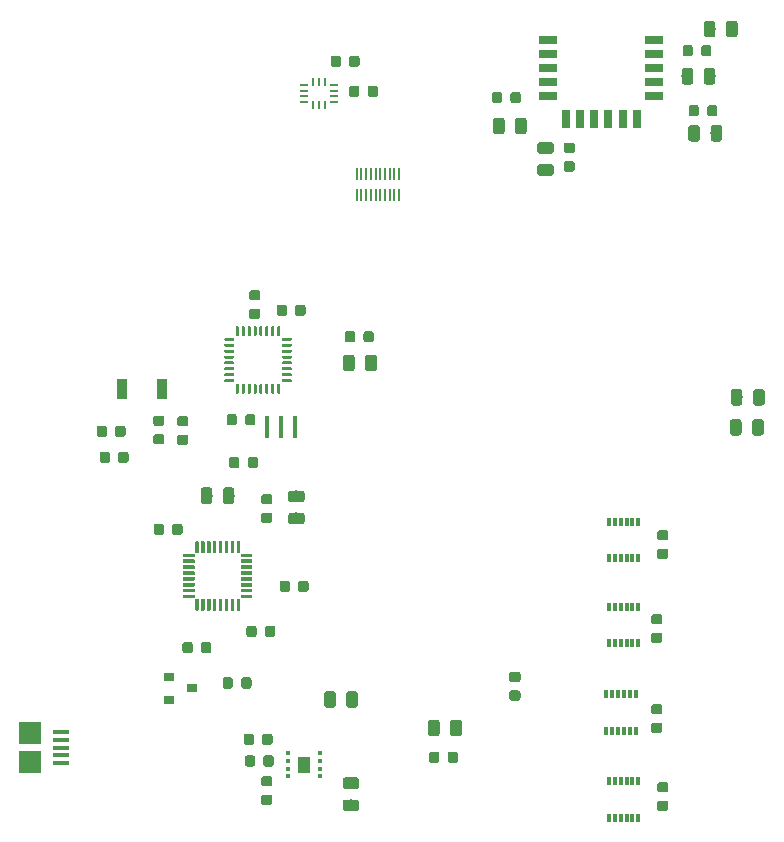
<source format=gbr>
G04 #@! TF.GenerationSoftware,KiCad,Pcbnew,(5.0.2)-1*
G04 #@! TF.CreationDate,2019-04-14T20:35:09-04:00*
G04 #@! TF.ProjectId,final_project,66696e61-6c5f-4707-926f-6a6563742e6b,rev?*
G04 #@! TF.SameCoordinates,Original*
G04 #@! TF.FileFunction,Paste,Top*
G04 #@! TF.FilePolarity,Positive*
%FSLAX46Y46*%
G04 Gerber Fmt 4.6, Leading zero omitted, Abs format (unit mm)*
G04 Created by KiCad (PCBNEW (5.0.2)-1) date 4/14/2019 8:35:09 PM*
%MOMM*%
%LPD*%
G01*
G04 APERTURE LIST*
%ADD10R,1.500000X0.700000*%
%ADD11R,0.700000X1.500000*%
%ADD12R,0.300000X0.650000*%
%ADD13C,0.100000*%
%ADD14C,0.975000*%
%ADD15C,0.875000*%
%ADD16R,1.350000X0.400000*%
%ADD17R,1.900000X1.900000*%
%ADD18R,0.900000X1.700000*%
%ADD19C,0.300000*%
%ADD20R,0.900000X0.800000*%
%ADD21R,0.400000X0.300000*%
%ADD22R,0.990000X1.440000*%
%ADD23C,0.250000*%
%ADD24R,0.250000X0.675000*%
%ADD25R,0.675000X0.250000*%
%ADD26R,0.200000X1.100000*%
%ADD27R,0.200000X1.000000*%
%ADD28R,0.400000X1.900000*%
G04 APERTURE END LIST*
D10*
G04 #@! TO.C,U5*
X169612000Y-71044000D03*
X169612000Y-69844000D03*
X169612000Y-68644000D03*
X169612000Y-67444000D03*
X169612000Y-66244000D03*
D11*
X171112000Y-72944000D03*
D10*
X178612000Y-66244000D03*
X178612000Y-67444000D03*
X178612000Y-68644000D03*
X178612000Y-69844000D03*
X178612000Y-71044000D03*
D11*
X172312000Y-72944000D03*
X173512000Y-72944000D03*
X177112000Y-72944000D03*
X174712000Y-72944000D03*
X175912000Y-72944000D03*
G04 #@! TD*
D12*
G04 #@! TO.C,U8*
X174550000Y-124750000D03*
X174550000Y-121650000D03*
X177050000Y-124750000D03*
X176550000Y-124750000D03*
X176050000Y-124750000D03*
X175550000Y-124750000D03*
X175050000Y-124750000D03*
X175050000Y-121650000D03*
X175550000Y-121650000D03*
X176050000Y-121650000D03*
X176550000Y-121650000D03*
X177050000Y-121650000D03*
G04 #@! TD*
D13*
G04 #@! TO.C,C13*
G36*
X183551642Y-68643174D02*
X183575303Y-68646684D01*
X183598507Y-68652496D01*
X183621029Y-68660554D01*
X183642653Y-68670782D01*
X183663170Y-68683079D01*
X183682383Y-68697329D01*
X183700107Y-68713393D01*
X183716171Y-68731117D01*
X183730421Y-68750330D01*
X183742718Y-68770847D01*
X183752946Y-68792471D01*
X183761004Y-68814993D01*
X183766816Y-68838197D01*
X183770326Y-68861858D01*
X183771500Y-68885750D01*
X183771500Y-69798250D01*
X183770326Y-69822142D01*
X183766816Y-69845803D01*
X183761004Y-69869007D01*
X183752946Y-69891529D01*
X183742718Y-69913153D01*
X183730421Y-69933670D01*
X183716171Y-69952883D01*
X183700107Y-69970607D01*
X183682383Y-69986671D01*
X183663170Y-70000921D01*
X183642653Y-70013218D01*
X183621029Y-70023446D01*
X183598507Y-70031504D01*
X183575303Y-70037316D01*
X183551642Y-70040826D01*
X183527750Y-70042000D01*
X183040250Y-70042000D01*
X183016358Y-70040826D01*
X182992697Y-70037316D01*
X182969493Y-70031504D01*
X182946971Y-70023446D01*
X182925347Y-70013218D01*
X182904830Y-70000921D01*
X182885617Y-69986671D01*
X182867893Y-69970607D01*
X182851829Y-69952883D01*
X182837579Y-69933670D01*
X182825282Y-69913153D01*
X182815054Y-69891529D01*
X182806996Y-69869007D01*
X182801184Y-69845803D01*
X182797674Y-69822142D01*
X182796500Y-69798250D01*
X182796500Y-68885750D01*
X182797674Y-68861858D01*
X182801184Y-68838197D01*
X182806996Y-68814993D01*
X182815054Y-68792471D01*
X182825282Y-68770847D01*
X182837579Y-68750330D01*
X182851829Y-68731117D01*
X182867893Y-68713393D01*
X182885617Y-68697329D01*
X182904830Y-68683079D01*
X182925347Y-68670782D01*
X182946971Y-68660554D01*
X182969493Y-68652496D01*
X182992697Y-68646684D01*
X183016358Y-68643174D01*
X183040250Y-68642000D01*
X183527750Y-68642000D01*
X183551642Y-68643174D01*
X183551642Y-68643174D01*
G37*
D14*
X183284000Y-69342000D03*
D13*
G36*
X181676642Y-68643174D02*
X181700303Y-68646684D01*
X181723507Y-68652496D01*
X181746029Y-68660554D01*
X181767653Y-68670782D01*
X181788170Y-68683079D01*
X181807383Y-68697329D01*
X181825107Y-68713393D01*
X181841171Y-68731117D01*
X181855421Y-68750330D01*
X181867718Y-68770847D01*
X181877946Y-68792471D01*
X181886004Y-68814993D01*
X181891816Y-68838197D01*
X181895326Y-68861858D01*
X181896500Y-68885750D01*
X181896500Y-69798250D01*
X181895326Y-69822142D01*
X181891816Y-69845803D01*
X181886004Y-69869007D01*
X181877946Y-69891529D01*
X181867718Y-69913153D01*
X181855421Y-69933670D01*
X181841171Y-69952883D01*
X181825107Y-69970607D01*
X181807383Y-69986671D01*
X181788170Y-70000921D01*
X181767653Y-70013218D01*
X181746029Y-70023446D01*
X181723507Y-70031504D01*
X181700303Y-70037316D01*
X181676642Y-70040826D01*
X181652750Y-70042000D01*
X181165250Y-70042000D01*
X181141358Y-70040826D01*
X181117697Y-70037316D01*
X181094493Y-70031504D01*
X181071971Y-70023446D01*
X181050347Y-70013218D01*
X181029830Y-70000921D01*
X181010617Y-69986671D01*
X180992893Y-69970607D01*
X180976829Y-69952883D01*
X180962579Y-69933670D01*
X180950282Y-69913153D01*
X180940054Y-69891529D01*
X180931996Y-69869007D01*
X180926184Y-69845803D01*
X180922674Y-69822142D01*
X180921500Y-69798250D01*
X180921500Y-68885750D01*
X180922674Y-68861858D01*
X180926184Y-68838197D01*
X180931996Y-68814993D01*
X180940054Y-68792471D01*
X180950282Y-68770847D01*
X180962579Y-68750330D01*
X180976829Y-68731117D01*
X180992893Y-68713393D01*
X181010617Y-68697329D01*
X181029830Y-68683079D01*
X181050347Y-68670782D01*
X181071971Y-68660554D01*
X181094493Y-68652496D01*
X181117697Y-68646684D01*
X181141358Y-68643174D01*
X181165250Y-68642000D01*
X181652750Y-68642000D01*
X181676642Y-68643174D01*
X181676642Y-68643174D01*
G37*
D14*
X181409000Y-69342000D03*
G04 #@! TD*
D13*
G04 #@! TO.C,C1*
G36*
X136892191Y-107222053D02*
X136913426Y-107225203D01*
X136934250Y-107230419D01*
X136954462Y-107237651D01*
X136973868Y-107246830D01*
X136992281Y-107257866D01*
X137009524Y-107270654D01*
X137025430Y-107285070D01*
X137039846Y-107300976D01*
X137052634Y-107318219D01*
X137063670Y-107336632D01*
X137072849Y-107356038D01*
X137080081Y-107376250D01*
X137085297Y-107397074D01*
X137088447Y-107418309D01*
X137089500Y-107439750D01*
X137089500Y-107952250D01*
X137088447Y-107973691D01*
X137085297Y-107994926D01*
X137080081Y-108015750D01*
X137072849Y-108035962D01*
X137063670Y-108055368D01*
X137052634Y-108073781D01*
X137039846Y-108091024D01*
X137025430Y-108106930D01*
X137009524Y-108121346D01*
X136992281Y-108134134D01*
X136973868Y-108145170D01*
X136954462Y-108154349D01*
X136934250Y-108161581D01*
X136913426Y-108166797D01*
X136892191Y-108169947D01*
X136870750Y-108171000D01*
X136433250Y-108171000D01*
X136411809Y-108169947D01*
X136390574Y-108166797D01*
X136369750Y-108161581D01*
X136349538Y-108154349D01*
X136330132Y-108145170D01*
X136311719Y-108134134D01*
X136294476Y-108121346D01*
X136278570Y-108106930D01*
X136264154Y-108091024D01*
X136251366Y-108073781D01*
X136240330Y-108055368D01*
X136231151Y-108035962D01*
X136223919Y-108015750D01*
X136218703Y-107994926D01*
X136215553Y-107973691D01*
X136214500Y-107952250D01*
X136214500Y-107439750D01*
X136215553Y-107418309D01*
X136218703Y-107397074D01*
X136223919Y-107376250D01*
X136231151Y-107356038D01*
X136240330Y-107336632D01*
X136251366Y-107318219D01*
X136264154Y-107300976D01*
X136278570Y-107285070D01*
X136294476Y-107270654D01*
X136311719Y-107257866D01*
X136330132Y-107246830D01*
X136349538Y-107237651D01*
X136369750Y-107230419D01*
X136390574Y-107225203D01*
X136411809Y-107222053D01*
X136433250Y-107221000D01*
X136870750Y-107221000D01*
X136892191Y-107222053D01*
X136892191Y-107222053D01*
G37*
D15*
X136652000Y-107696000D03*
D13*
G36*
X138467191Y-107222053D02*
X138488426Y-107225203D01*
X138509250Y-107230419D01*
X138529462Y-107237651D01*
X138548868Y-107246830D01*
X138567281Y-107257866D01*
X138584524Y-107270654D01*
X138600430Y-107285070D01*
X138614846Y-107300976D01*
X138627634Y-107318219D01*
X138638670Y-107336632D01*
X138647849Y-107356038D01*
X138655081Y-107376250D01*
X138660297Y-107397074D01*
X138663447Y-107418309D01*
X138664500Y-107439750D01*
X138664500Y-107952250D01*
X138663447Y-107973691D01*
X138660297Y-107994926D01*
X138655081Y-108015750D01*
X138647849Y-108035962D01*
X138638670Y-108055368D01*
X138627634Y-108073781D01*
X138614846Y-108091024D01*
X138600430Y-108106930D01*
X138584524Y-108121346D01*
X138567281Y-108134134D01*
X138548868Y-108145170D01*
X138529462Y-108154349D01*
X138509250Y-108161581D01*
X138488426Y-108166797D01*
X138467191Y-108169947D01*
X138445750Y-108171000D01*
X138008250Y-108171000D01*
X137986809Y-108169947D01*
X137965574Y-108166797D01*
X137944750Y-108161581D01*
X137924538Y-108154349D01*
X137905132Y-108145170D01*
X137886719Y-108134134D01*
X137869476Y-108121346D01*
X137853570Y-108106930D01*
X137839154Y-108091024D01*
X137826366Y-108073781D01*
X137815330Y-108055368D01*
X137806151Y-108035962D01*
X137798919Y-108015750D01*
X137793703Y-107994926D01*
X137790553Y-107973691D01*
X137789500Y-107952250D01*
X137789500Y-107439750D01*
X137790553Y-107418309D01*
X137793703Y-107397074D01*
X137798919Y-107376250D01*
X137806151Y-107356038D01*
X137815330Y-107336632D01*
X137826366Y-107318219D01*
X137839154Y-107300976D01*
X137853570Y-107285070D01*
X137869476Y-107270654D01*
X137886719Y-107257866D01*
X137905132Y-107246830D01*
X137924538Y-107237651D01*
X137944750Y-107230419D01*
X137965574Y-107225203D01*
X137986809Y-107222053D01*
X138008250Y-107221000D01*
X138445750Y-107221000D01*
X138467191Y-107222053D01*
X138467191Y-107222053D01*
G37*
D15*
X138227000Y-107696000D03*
G04 #@! TD*
D13*
G04 #@! TO.C,C2*
G36*
X149135191Y-112048053D02*
X149156426Y-112051203D01*
X149177250Y-112056419D01*
X149197462Y-112063651D01*
X149216868Y-112072830D01*
X149235281Y-112083866D01*
X149252524Y-112096654D01*
X149268430Y-112111070D01*
X149282846Y-112126976D01*
X149295634Y-112144219D01*
X149306670Y-112162632D01*
X149315849Y-112182038D01*
X149323081Y-112202250D01*
X149328297Y-112223074D01*
X149331447Y-112244309D01*
X149332500Y-112265750D01*
X149332500Y-112778250D01*
X149331447Y-112799691D01*
X149328297Y-112820926D01*
X149323081Y-112841750D01*
X149315849Y-112861962D01*
X149306670Y-112881368D01*
X149295634Y-112899781D01*
X149282846Y-112917024D01*
X149268430Y-112932930D01*
X149252524Y-112947346D01*
X149235281Y-112960134D01*
X149216868Y-112971170D01*
X149197462Y-112980349D01*
X149177250Y-112987581D01*
X149156426Y-112992797D01*
X149135191Y-112995947D01*
X149113750Y-112997000D01*
X148676250Y-112997000D01*
X148654809Y-112995947D01*
X148633574Y-112992797D01*
X148612750Y-112987581D01*
X148592538Y-112980349D01*
X148573132Y-112971170D01*
X148554719Y-112960134D01*
X148537476Y-112947346D01*
X148521570Y-112932930D01*
X148507154Y-112917024D01*
X148494366Y-112899781D01*
X148483330Y-112881368D01*
X148474151Y-112861962D01*
X148466919Y-112841750D01*
X148461703Y-112820926D01*
X148458553Y-112799691D01*
X148457500Y-112778250D01*
X148457500Y-112265750D01*
X148458553Y-112244309D01*
X148461703Y-112223074D01*
X148466919Y-112202250D01*
X148474151Y-112182038D01*
X148483330Y-112162632D01*
X148494366Y-112144219D01*
X148507154Y-112126976D01*
X148521570Y-112111070D01*
X148537476Y-112096654D01*
X148554719Y-112083866D01*
X148573132Y-112072830D01*
X148592538Y-112063651D01*
X148612750Y-112056419D01*
X148633574Y-112051203D01*
X148654809Y-112048053D01*
X148676250Y-112047000D01*
X149113750Y-112047000D01*
X149135191Y-112048053D01*
X149135191Y-112048053D01*
G37*
D15*
X148895000Y-112522000D03*
D13*
G36*
X147560191Y-112048053D02*
X147581426Y-112051203D01*
X147602250Y-112056419D01*
X147622462Y-112063651D01*
X147641868Y-112072830D01*
X147660281Y-112083866D01*
X147677524Y-112096654D01*
X147693430Y-112111070D01*
X147707846Y-112126976D01*
X147720634Y-112144219D01*
X147731670Y-112162632D01*
X147740849Y-112182038D01*
X147748081Y-112202250D01*
X147753297Y-112223074D01*
X147756447Y-112244309D01*
X147757500Y-112265750D01*
X147757500Y-112778250D01*
X147756447Y-112799691D01*
X147753297Y-112820926D01*
X147748081Y-112841750D01*
X147740849Y-112861962D01*
X147731670Y-112881368D01*
X147720634Y-112899781D01*
X147707846Y-112917024D01*
X147693430Y-112932930D01*
X147677524Y-112947346D01*
X147660281Y-112960134D01*
X147641868Y-112971170D01*
X147622462Y-112980349D01*
X147602250Y-112987581D01*
X147581426Y-112992797D01*
X147560191Y-112995947D01*
X147538750Y-112997000D01*
X147101250Y-112997000D01*
X147079809Y-112995947D01*
X147058574Y-112992797D01*
X147037750Y-112987581D01*
X147017538Y-112980349D01*
X146998132Y-112971170D01*
X146979719Y-112960134D01*
X146962476Y-112947346D01*
X146946570Y-112932930D01*
X146932154Y-112917024D01*
X146919366Y-112899781D01*
X146908330Y-112881368D01*
X146899151Y-112861962D01*
X146891919Y-112841750D01*
X146886703Y-112820926D01*
X146883553Y-112799691D01*
X146882500Y-112778250D01*
X146882500Y-112265750D01*
X146883553Y-112244309D01*
X146886703Y-112223074D01*
X146891919Y-112202250D01*
X146899151Y-112182038D01*
X146908330Y-112162632D01*
X146919366Y-112144219D01*
X146932154Y-112126976D01*
X146946570Y-112111070D01*
X146962476Y-112096654D01*
X146979719Y-112083866D01*
X146998132Y-112072830D01*
X147017538Y-112063651D01*
X147037750Y-112056419D01*
X147058574Y-112051203D01*
X147079809Y-112048053D01*
X147101250Y-112047000D01*
X147538750Y-112047000D01*
X147560191Y-112048053D01*
X147560191Y-112048053D01*
G37*
D15*
X147320000Y-112522000D03*
G04 #@! TD*
D13*
G04 #@! TO.C,C3*
G36*
X146315691Y-115858053D02*
X146336926Y-115861203D01*
X146357750Y-115866419D01*
X146377962Y-115873651D01*
X146397368Y-115882830D01*
X146415781Y-115893866D01*
X146433024Y-115906654D01*
X146448930Y-115921070D01*
X146463346Y-115936976D01*
X146476134Y-115954219D01*
X146487170Y-115972632D01*
X146496349Y-115992038D01*
X146503581Y-116012250D01*
X146508797Y-116033074D01*
X146511947Y-116054309D01*
X146513000Y-116075750D01*
X146513000Y-116588250D01*
X146511947Y-116609691D01*
X146508797Y-116630926D01*
X146503581Y-116651750D01*
X146496349Y-116671962D01*
X146487170Y-116691368D01*
X146476134Y-116709781D01*
X146463346Y-116727024D01*
X146448930Y-116742930D01*
X146433024Y-116757346D01*
X146415781Y-116770134D01*
X146397368Y-116781170D01*
X146377962Y-116790349D01*
X146357750Y-116797581D01*
X146336926Y-116802797D01*
X146315691Y-116805947D01*
X146294250Y-116807000D01*
X145856750Y-116807000D01*
X145835309Y-116805947D01*
X145814074Y-116802797D01*
X145793250Y-116797581D01*
X145773038Y-116790349D01*
X145753632Y-116781170D01*
X145735219Y-116770134D01*
X145717976Y-116757346D01*
X145702070Y-116742930D01*
X145687654Y-116727024D01*
X145674866Y-116709781D01*
X145663830Y-116691368D01*
X145654651Y-116671962D01*
X145647419Y-116651750D01*
X145642203Y-116630926D01*
X145639053Y-116609691D01*
X145638000Y-116588250D01*
X145638000Y-116075750D01*
X145639053Y-116054309D01*
X145642203Y-116033074D01*
X145647419Y-116012250D01*
X145654651Y-115992038D01*
X145663830Y-115972632D01*
X145674866Y-115954219D01*
X145687654Y-115936976D01*
X145702070Y-115921070D01*
X145717976Y-115906654D01*
X145735219Y-115893866D01*
X145753632Y-115882830D01*
X145773038Y-115873651D01*
X145793250Y-115866419D01*
X145814074Y-115861203D01*
X145835309Y-115858053D01*
X145856750Y-115857000D01*
X146294250Y-115857000D01*
X146315691Y-115858053D01*
X146315691Y-115858053D01*
G37*
D15*
X146075500Y-116332000D03*
D13*
G36*
X144740691Y-115858053D02*
X144761926Y-115861203D01*
X144782750Y-115866419D01*
X144802962Y-115873651D01*
X144822368Y-115882830D01*
X144840781Y-115893866D01*
X144858024Y-115906654D01*
X144873930Y-115921070D01*
X144888346Y-115936976D01*
X144901134Y-115954219D01*
X144912170Y-115972632D01*
X144921349Y-115992038D01*
X144928581Y-116012250D01*
X144933797Y-116033074D01*
X144936947Y-116054309D01*
X144938000Y-116075750D01*
X144938000Y-116588250D01*
X144936947Y-116609691D01*
X144933797Y-116630926D01*
X144928581Y-116651750D01*
X144921349Y-116671962D01*
X144912170Y-116691368D01*
X144901134Y-116709781D01*
X144888346Y-116727024D01*
X144873930Y-116742930D01*
X144858024Y-116757346D01*
X144840781Y-116770134D01*
X144822368Y-116781170D01*
X144802962Y-116790349D01*
X144782750Y-116797581D01*
X144761926Y-116802797D01*
X144740691Y-116805947D01*
X144719250Y-116807000D01*
X144281750Y-116807000D01*
X144260309Y-116805947D01*
X144239074Y-116802797D01*
X144218250Y-116797581D01*
X144198038Y-116790349D01*
X144178632Y-116781170D01*
X144160219Y-116770134D01*
X144142976Y-116757346D01*
X144127070Y-116742930D01*
X144112654Y-116727024D01*
X144099866Y-116709781D01*
X144088830Y-116691368D01*
X144079651Y-116671962D01*
X144072419Y-116651750D01*
X144067203Y-116630926D01*
X144064053Y-116609691D01*
X144063000Y-116588250D01*
X144063000Y-116075750D01*
X144064053Y-116054309D01*
X144067203Y-116033074D01*
X144072419Y-116012250D01*
X144079651Y-115992038D01*
X144088830Y-115972632D01*
X144099866Y-115954219D01*
X144112654Y-115936976D01*
X144127070Y-115921070D01*
X144142976Y-115906654D01*
X144160219Y-115893866D01*
X144178632Y-115882830D01*
X144198038Y-115873651D01*
X144218250Y-115866419D01*
X144239074Y-115861203D01*
X144260309Y-115858053D01*
X144281750Y-115857000D01*
X144719250Y-115857000D01*
X144740691Y-115858053D01*
X144740691Y-115858053D01*
G37*
D15*
X144500500Y-116332000D03*
G04 #@! TD*
D13*
G04 #@! TO.C,C4*
G36*
X139328691Y-117234053D02*
X139349926Y-117237203D01*
X139370750Y-117242419D01*
X139390962Y-117249651D01*
X139410368Y-117258830D01*
X139428781Y-117269866D01*
X139446024Y-117282654D01*
X139461930Y-117297070D01*
X139476346Y-117312976D01*
X139489134Y-117330219D01*
X139500170Y-117348632D01*
X139509349Y-117368038D01*
X139516581Y-117388250D01*
X139521797Y-117409074D01*
X139524947Y-117430309D01*
X139526000Y-117451750D01*
X139526000Y-117964250D01*
X139524947Y-117985691D01*
X139521797Y-118006926D01*
X139516581Y-118027750D01*
X139509349Y-118047962D01*
X139500170Y-118067368D01*
X139489134Y-118085781D01*
X139476346Y-118103024D01*
X139461930Y-118118930D01*
X139446024Y-118133346D01*
X139428781Y-118146134D01*
X139410368Y-118157170D01*
X139390962Y-118166349D01*
X139370750Y-118173581D01*
X139349926Y-118178797D01*
X139328691Y-118181947D01*
X139307250Y-118183000D01*
X138869750Y-118183000D01*
X138848309Y-118181947D01*
X138827074Y-118178797D01*
X138806250Y-118173581D01*
X138786038Y-118166349D01*
X138766632Y-118157170D01*
X138748219Y-118146134D01*
X138730976Y-118133346D01*
X138715070Y-118118930D01*
X138700654Y-118103024D01*
X138687866Y-118085781D01*
X138676830Y-118067368D01*
X138667651Y-118047962D01*
X138660419Y-118027750D01*
X138655203Y-118006926D01*
X138652053Y-117985691D01*
X138651000Y-117964250D01*
X138651000Y-117451750D01*
X138652053Y-117430309D01*
X138655203Y-117409074D01*
X138660419Y-117388250D01*
X138667651Y-117368038D01*
X138676830Y-117348632D01*
X138687866Y-117330219D01*
X138700654Y-117312976D01*
X138715070Y-117297070D01*
X138730976Y-117282654D01*
X138748219Y-117269866D01*
X138766632Y-117258830D01*
X138786038Y-117249651D01*
X138806250Y-117242419D01*
X138827074Y-117237203D01*
X138848309Y-117234053D01*
X138869750Y-117233000D01*
X139307250Y-117233000D01*
X139328691Y-117234053D01*
X139328691Y-117234053D01*
G37*
D15*
X139088500Y-117708000D03*
D13*
G36*
X140903691Y-117234053D02*
X140924926Y-117237203D01*
X140945750Y-117242419D01*
X140965962Y-117249651D01*
X140985368Y-117258830D01*
X141003781Y-117269866D01*
X141021024Y-117282654D01*
X141036930Y-117297070D01*
X141051346Y-117312976D01*
X141064134Y-117330219D01*
X141075170Y-117348632D01*
X141084349Y-117368038D01*
X141091581Y-117388250D01*
X141096797Y-117409074D01*
X141099947Y-117430309D01*
X141101000Y-117451750D01*
X141101000Y-117964250D01*
X141099947Y-117985691D01*
X141096797Y-118006926D01*
X141091581Y-118027750D01*
X141084349Y-118047962D01*
X141075170Y-118067368D01*
X141064134Y-118085781D01*
X141051346Y-118103024D01*
X141036930Y-118118930D01*
X141021024Y-118133346D01*
X141003781Y-118146134D01*
X140985368Y-118157170D01*
X140965962Y-118166349D01*
X140945750Y-118173581D01*
X140924926Y-118178797D01*
X140903691Y-118181947D01*
X140882250Y-118183000D01*
X140444750Y-118183000D01*
X140423309Y-118181947D01*
X140402074Y-118178797D01*
X140381250Y-118173581D01*
X140361038Y-118166349D01*
X140341632Y-118157170D01*
X140323219Y-118146134D01*
X140305976Y-118133346D01*
X140290070Y-118118930D01*
X140275654Y-118103024D01*
X140262866Y-118085781D01*
X140251830Y-118067368D01*
X140242651Y-118047962D01*
X140235419Y-118027750D01*
X140230203Y-118006926D01*
X140227053Y-117985691D01*
X140226000Y-117964250D01*
X140226000Y-117451750D01*
X140227053Y-117430309D01*
X140230203Y-117409074D01*
X140235419Y-117388250D01*
X140242651Y-117368038D01*
X140251830Y-117348632D01*
X140262866Y-117330219D01*
X140275654Y-117312976D01*
X140290070Y-117297070D01*
X140305976Y-117282654D01*
X140323219Y-117269866D01*
X140341632Y-117258830D01*
X140361038Y-117249651D01*
X140381250Y-117242419D01*
X140402074Y-117237203D01*
X140423309Y-117234053D01*
X140444750Y-117233000D01*
X140882250Y-117233000D01*
X140903691Y-117234053D01*
X140903691Y-117234053D01*
G37*
D15*
X140663500Y-117708000D03*
G04 #@! TD*
D13*
G04 #@! TO.C,C5*
G36*
X142728691Y-120234053D02*
X142749926Y-120237203D01*
X142770750Y-120242419D01*
X142790962Y-120249651D01*
X142810368Y-120258830D01*
X142828781Y-120269866D01*
X142846024Y-120282654D01*
X142861930Y-120297070D01*
X142876346Y-120312976D01*
X142889134Y-120330219D01*
X142900170Y-120348632D01*
X142909349Y-120368038D01*
X142916581Y-120388250D01*
X142921797Y-120409074D01*
X142924947Y-120430309D01*
X142926000Y-120451750D01*
X142926000Y-120964250D01*
X142924947Y-120985691D01*
X142921797Y-121006926D01*
X142916581Y-121027750D01*
X142909349Y-121047962D01*
X142900170Y-121067368D01*
X142889134Y-121085781D01*
X142876346Y-121103024D01*
X142861930Y-121118930D01*
X142846024Y-121133346D01*
X142828781Y-121146134D01*
X142810368Y-121157170D01*
X142790962Y-121166349D01*
X142770750Y-121173581D01*
X142749926Y-121178797D01*
X142728691Y-121181947D01*
X142707250Y-121183000D01*
X142269750Y-121183000D01*
X142248309Y-121181947D01*
X142227074Y-121178797D01*
X142206250Y-121173581D01*
X142186038Y-121166349D01*
X142166632Y-121157170D01*
X142148219Y-121146134D01*
X142130976Y-121133346D01*
X142115070Y-121118930D01*
X142100654Y-121103024D01*
X142087866Y-121085781D01*
X142076830Y-121067368D01*
X142067651Y-121047962D01*
X142060419Y-121027750D01*
X142055203Y-121006926D01*
X142052053Y-120985691D01*
X142051000Y-120964250D01*
X142051000Y-120451750D01*
X142052053Y-120430309D01*
X142055203Y-120409074D01*
X142060419Y-120388250D01*
X142067651Y-120368038D01*
X142076830Y-120348632D01*
X142087866Y-120330219D01*
X142100654Y-120312976D01*
X142115070Y-120297070D01*
X142130976Y-120282654D01*
X142148219Y-120269866D01*
X142166632Y-120258830D01*
X142186038Y-120249651D01*
X142206250Y-120242419D01*
X142227074Y-120237203D01*
X142248309Y-120234053D01*
X142269750Y-120233000D01*
X142707250Y-120233000D01*
X142728691Y-120234053D01*
X142728691Y-120234053D01*
G37*
D15*
X142488500Y-120708000D03*
D13*
G36*
X144303691Y-120234053D02*
X144324926Y-120237203D01*
X144345750Y-120242419D01*
X144365962Y-120249651D01*
X144385368Y-120258830D01*
X144403781Y-120269866D01*
X144421024Y-120282654D01*
X144436930Y-120297070D01*
X144451346Y-120312976D01*
X144464134Y-120330219D01*
X144475170Y-120348632D01*
X144484349Y-120368038D01*
X144491581Y-120388250D01*
X144496797Y-120409074D01*
X144499947Y-120430309D01*
X144501000Y-120451750D01*
X144501000Y-120964250D01*
X144499947Y-120985691D01*
X144496797Y-121006926D01*
X144491581Y-121027750D01*
X144484349Y-121047962D01*
X144475170Y-121067368D01*
X144464134Y-121085781D01*
X144451346Y-121103024D01*
X144436930Y-121118930D01*
X144421024Y-121133346D01*
X144403781Y-121146134D01*
X144385368Y-121157170D01*
X144365962Y-121166349D01*
X144345750Y-121173581D01*
X144324926Y-121178797D01*
X144303691Y-121181947D01*
X144282250Y-121183000D01*
X143844750Y-121183000D01*
X143823309Y-121181947D01*
X143802074Y-121178797D01*
X143781250Y-121173581D01*
X143761038Y-121166349D01*
X143741632Y-121157170D01*
X143723219Y-121146134D01*
X143705976Y-121133346D01*
X143690070Y-121118930D01*
X143675654Y-121103024D01*
X143662866Y-121085781D01*
X143651830Y-121067368D01*
X143642651Y-121047962D01*
X143635419Y-121027750D01*
X143630203Y-121006926D01*
X143627053Y-120985691D01*
X143626000Y-120964250D01*
X143626000Y-120451750D01*
X143627053Y-120430309D01*
X143630203Y-120409074D01*
X143635419Y-120388250D01*
X143642651Y-120368038D01*
X143651830Y-120348632D01*
X143662866Y-120330219D01*
X143675654Y-120312976D01*
X143690070Y-120297070D01*
X143705976Y-120282654D01*
X143723219Y-120269866D01*
X143741632Y-120258830D01*
X143761038Y-120249651D01*
X143781250Y-120242419D01*
X143802074Y-120237203D01*
X143823309Y-120234053D01*
X143844750Y-120233000D01*
X144282250Y-120233000D01*
X144303691Y-120234053D01*
X144303691Y-120234053D01*
G37*
D15*
X144063500Y-120708000D03*
G04 #@! TD*
D13*
G04 #@! TO.C,C6*
G36*
X132320191Y-101126053D02*
X132341426Y-101129203D01*
X132362250Y-101134419D01*
X132382462Y-101141651D01*
X132401868Y-101150830D01*
X132420281Y-101161866D01*
X132437524Y-101174654D01*
X132453430Y-101189070D01*
X132467846Y-101204976D01*
X132480634Y-101222219D01*
X132491670Y-101240632D01*
X132500849Y-101260038D01*
X132508081Y-101280250D01*
X132513297Y-101301074D01*
X132516447Y-101322309D01*
X132517500Y-101343750D01*
X132517500Y-101856250D01*
X132516447Y-101877691D01*
X132513297Y-101898926D01*
X132508081Y-101919750D01*
X132500849Y-101939962D01*
X132491670Y-101959368D01*
X132480634Y-101977781D01*
X132467846Y-101995024D01*
X132453430Y-102010930D01*
X132437524Y-102025346D01*
X132420281Y-102038134D01*
X132401868Y-102049170D01*
X132382462Y-102058349D01*
X132362250Y-102065581D01*
X132341426Y-102070797D01*
X132320191Y-102073947D01*
X132298750Y-102075000D01*
X131861250Y-102075000D01*
X131839809Y-102073947D01*
X131818574Y-102070797D01*
X131797750Y-102065581D01*
X131777538Y-102058349D01*
X131758132Y-102049170D01*
X131739719Y-102038134D01*
X131722476Y-102025346D01*
X131706570Y-102010930D01*
X131692154Y-101995024D01*
X131679366Y-101977781D01*
X131668330Y-101959368D01*
X131659151Y-101939962D01*
X131651919Y-101919750D01*
X131646703Y-101898926D01*
X131643553Y-101877691D01*
X131642500Y-101856250D01*
X131642500Y-101343750D01*
X131643553Y-101322309D01*
X131646703Y-101301074D01*
X131651919Y-101280250D01*
X131659151Y-101260038D01*
X131668330Y-101240632D01*
X131679366Y-101222219D01*
X131692154Y-101204976D01*
X131706570Y-101189070D01*
X131722476Y-101174654D01*
X131739719Y-101161866D01*
X131758132Y-101150830D01*
X131777538Y-101141651D01*
X131797750Y-101134419D01*
X131818574Y-101129203D01*
X131839809Y-101126053D01*
X131861250Y-101125000D01*
X132298750Y-101125000D01*
X132320191Y-101126053D01*
X132320191Y-101126053D01*
G37*
D15*
X132080000Y-101600000D03*
D13*
G36*
X133895191Y-101126053D02*
X133916426Y-101129203D01*
X133937250Y-101134419D01*
X133957462Y-101141651D01*
X133976868Y-101150830D01*
X133995281Y-101161866D01*
X134012524Y-101174654D01*
X134028430Y-101189070D01*
X134042846Y-101204976D01*
X134055634Y-101222219D01*
X134066670Y-101240632D01*
X134075849Y-101260038D01*
X134083081Y-101280250D01*
X134088297Y-101301074D01*
X134091447Y-101322309D01*
X134092500Y-101343750D01*
X134092500Y-101856250D01*
X134091447Y-101877691D01*
X134088297Y-101898926D01*
X134083081Y-101919750D01*
X134075849Y-101939962D01*
X134066670Y-101959368D01*
X134055634Y-101977781D01*
X134042846Y-101995024D01*
X134028430Y-102010930D01*
X134012524Y-102025346D01*
X133995281Y-102038134D01*
X133976868Y-102049170D01*
X133957462Y-102058349D01*
X133937250Y-102065581D01*
X133916426Y-102070797D01*
X133895191Y-102073947D01*
X133873750Y-102075000D01*
X133436250Y-102075000D01*
X133414809Y-102073947D01*
X133393574Y-102070797D01*
X133372750Y-102065581D01*
X133352538Y-102058349D01*
X133333132Y-102049170D01*
X133314719Y-102038134D01*
X133297476Y-102025346D01*
X133281570Y-102010930D01*
X133267154Y-101995024D01*
X133254366Y-101977781D01*
X133243330Y-101959368D01*
X133234151Y-101939962D01*
X133226919Y-101919750D01*
X133221703Y-101898926D01*
X133218553Y-101877691D01*
X133217500Y-101856250D01*
X133217500Y-101343750D01*
X133218553Y-101322309D01*
X133221703Y-101301074D01*
X133226919Y-101280250D01*
X133234151Y-101260038D01*
X133243330Y-101240632D01*
X133254366Y-101222219D01*
X133267154Y-101204976D01*
X133281570Y-101189070D01*
X133297476Y-101174654D01*
X133314719Y-101161866D01*
X133333132Y-101150830D01*
X133352538Y-101141651D01*
X133372750Y-101134419D01*
X133393574Y-101129203D01*
X133414809Y-101126053D01*
X133436250Y-101125000D01*
X133873750Y-101125000D01*
X133895191Y-101126053D01*
X133895191Y-101126053D01*
G37*
D15*
X133655000Y-101600000D03*
G04 #@! TD*
D13*
G04 #@! TO.C,C7*
G36*
X153388142Y-130577674D02*
X153411803Y-130581184D01*
X153435007Y-130586996D01*
X153457529Y-130595054D01*
X153479153Y-130605282D01*
X153499670Y-130617579D01*
X153518883Y-130631829D01*
X153536607Y-130647893D01*
X153552671Y-130665617D01*
X153566921Y-130684830D01*
X153579218Y-130705347D01*
X153589446Y-130726971D01*
X153597504Y-130749493D01*
X153603316Y-130772697D01*
X153606826Y-130796358D01*
X153608000Y-130820250D01*
X153608000Y-131307750D01*
X153606826Y-131331642D01*
X153603316Y-131355303D01*
X153597504Y-131378507D01*
X153589446Y-131401029D01*
X153579218Y-131422653D01*
X153566921Y-131443170D01*
X153552671Y-131462383D01*
X153536607Y-131480107D01*
X153518883Y-131496171D01*
X153499670Y-131510421D01*
X153479153Y-131522718D01*
X153457529Y-131532946D01*
X153435007Y-131541004D01*
X153411803Y-131546816D01*
X153388142Y-131550326D01*
X153364250Y-131551500D01*
X152451750Y-131551500D01*
X152427858Y-131550326D01*
X152404197Y-131546816D01*
X152380993Y-131541004D01*
X152358471Y-131532946D01*
X152336847Y-131522718D01*
X152316330Y-131510421D01*
X152297117Y-131496171D01*
X152279393Y-131480107D01*
X152263329Y-131462383D01*
X152249079Y-131443170D01*
X152236782Y-131422653D01*
X152226554Y-131401029D01*
X152218496Y-131378507D01*
X152212684Y-131355303D01*
X152209174Y-131331642D01*
X152208000Y-131307750D01*
X152208000Y-130820250D01*
X152209174Y-130796358D01*
X152212684Y-130772697D01*
X152218496Y-130749493D01*
X152226554Y-130726971D01*
X152236782Y-130705347D01*
X152249079Y-130684830D01*
X152263329Y-130665617D01*
X152279393Y-130647893D01*
X152297117Y-130631829D01*
X152316330Y-130617579D01*
X152336847Y-130605282D01*
X152358471Y-130595054D01*
X152380993Y-130586996D01*
X152404197Y-130581184D01*
X152427858Y-130577674D01*
X152451750Y-130576500D01*
X153364250Y-130576500D01*
X153388142Y-130577674D01*
X153388142Y-130577674D01*
G37*
D14*
X152908000Y-131064000D03*
D13*
G36*
X153388142Y-128702674D02*
X153411803Y-128706184D01*
X153435007Y-128711996D01*
X153457529Y-128720054D01*
X153479153Y-128730282D01*
X153499670Y-128742579D01*
X153518883Y-128756829D01*
X153536607Y-128772893D01*
X153552671Y-128790617D01*
X153566921Y-128809830D01*
X153579218Y-128830347D01*
X153589446Y-128851971D01*
X153597504Y-128874493D01*
X153603316Y-128897697D01*
X153606826Y-128921358D01*
X153608000Y-128945250D01*
X153608000Y-129432750D01*
X153606826Y-129456642D01*
X153603316Y-129480303D01*
X153597504Y-129503507D01*
X153589446Y-129526029D01*
X153579218Y-129547653D01*
X153566921Y-129568170D01*
X153552671Y-129587383D01*
X153536607Y-129605107D01*
X153518883Y-129621171D01*
X153499670Y-129635421D01*
X153479153Y-129647718D01*
X153457529Y-129657946D01*
X153435007Y-129666004D01*
X153411803Y-129671816D01*
X153388142Y-129675326D01*
X153364250Y-129676500D01*
X152451750Y-129676500D01*
X152427858Y-129675326D01*
X152404197Y-129671816D01*
X152380993Y-129666004D01*
X152358471Y-129657946D01*
X152336847Y-129647718D01*
X152316330Y-129635421D01*
X152297117Y-129621171D01*
X152279393Y-129605107D01*
X152263329Y-129587383D01*
X152249079Y-129568170D01*
X152236782Y-129547653D01*
X152226554Y-129526029D01*
X152218496Y-129503507D01*
X152212684Y-129480303D01*
X152209174Y-129456642D01*
X152208000Y-129432750D01*
X152208000Y-128945250D01*
X152209174Y-128921358D01*
X152212684Y-128897697D01*
X152218496Y-128874493D01*
X152226554Y-128851971D01*
X152236782Y-128830347D01*
X152249079Y-128809830D01*
X152263329Y-128790617D01*
X152279393Y-128772893D01*
X152297117Y-128756829D01*
X152316330Y-128742579D01*
X152336847Y-128730282D01*
X152358471Y-128720054D01*
X152380993Y-128711996D01*
X152404197Y-128706184D01*
X152427858Y-128702674D01*
X152451750Y-128701500D01*
X153364250Y-128701500D01*
X153388142Y-128702674D01*
X153388142Y-128702674D01*
G37*
D14*
X152908000Y-129189000D03*
G04 #@! TD*
D13*
G04 #@! TO.C,C8*
G36*
X153281142Y-121409174D02*
X153304803Y-121412684D01*
X153328007Y-121418496D01*
X153350529Y-121426554D01*
X153372153Y-121436782D01*
X153392670Y-121449079D01*
X153411883Y-121463329D01*
X153429607Y-121479393D01*
X153445671Y-121497117D01*
X153459921Y-121516330D01*
X153472218Y-121536847D01*
X153482446Y-121558471D01*
X153490504Y-121580993D01*
X153496316Y-121604197D01*
X153499826Y-121627858D01*
X153501000Y-121651750D01*
X153501000Y-122564250D01*
X153499826Y-122588142D01*
X153496316Y-122611803D01*
X153490504Y-122635007D01*
X153482446Y-122657529D01*
X153472218Y-122679153D01*
X153459921Y-122699670D01*
X153445671Y-122718883D01*
X153429607Y-122736607D01*
X153411883Y-122752671D01*
X153392670Y-122766921D01*
X153372153Y-122779218D01*
X153350529Y-122789446D01*
X153328007Y-122797504D01*
X153304803Y-122803316D01*
X153281142Y-122806826D01*
X153257250Y-122808000D01*
X152769750Y-122808000D01*
X152745858Y-122806826D01*
X152722197Y-122803316D01*
X152698993Y-122797504D01*
X152676471Y-122789446D01*
X152654847Y-122779218D01*
X152634330Y-122766921D01*
X152615117Y-122752671D01*
X152597393Y-122736607D01*
X152581329Y-122718883D01*
X152567079Y-122699670D01*
X152554782Y-122679153D01*
X152544554Y-122657529D01*
X152536496Y-122635007D01*
X152530684Y-122611803D01*
X152527174Y-122588142D01*
X152526000Y-122564250D01*
X152526000Y-121651750D01*
X152527174Y-121627858D01*
X152530684Y-121604197D01*
X152536496Y-121580993D01*
X152544554Y-121558471D01*
X152554782Y-121536847D01*
X152567079Y-121516330D01*
X152581329Y-121497117D01*
X152597393Y-121479393D01*
X152615117Y-121463329D01*
X152634330Y-121449079D01*
X152654847Y-121436782D01*
X152676471Y-121426554D01*
X152698993Y-121418496D01*
X152722197Y-121412684D01*
X152745858Y-121409174D01*
X152769750Y-121408000D01*
X153257250Y-121408000D01*
X153281142Y-121409174D01*
X153281142Y-121409174D01*
G37*
D14*
X153013500Y-122108000D03*
D13*
G36*
X151406142Y-121409174D02*
X151429803Y-121412684D01*
X151453007Y-121418496D01*
X151475529Y-121426554D01*
X151497153Y-121436782D01*
X151517670Y-121449079D01*
X151536883Y-121463329D01*
X151554607Y-121479393D01*
X151570671Y-121497117D01*
X151584921Y-121516330D01*
X151597218Y-121536847D01*
X151607446Y-121558471D01*
X151615504Y-121580993D01*
X151621316Y-121604197D01*
X151624826Y-121627858D01*
X151626000Y-121651750D01*
X151626000Y-122564250D01*
X151624826Y-122588142D01*
X151621316Y-122611803D01*
X151615504Y-122635007D01*
X151607446Y-122657529D01*
X151597218Y-122679153D01*
X151584921Y-122699670D01*
X151570671Y-122718883D01*
X151554607Y-122736607D01*
X151536883Y-122752671D01*
X151517670Y-122766921D01*
X151497153Y-122779218D01*
X151475529Y-122789446D01*
X151453007Y-122797504D01*
X151429803Y-122803316D01*
X151406142Y-122806826D01*
X151382250Y-122808000D01*
X150894750Y-122808000D01*
X150870858Y-122806826D01*
X150847197Y-122803316D01*
X150823993Y-122797504D01*
X150801471Y-122789446D01*
X150779847Y-122779218D01*
X150759330Y-122766921D01*
X150740117Y-122752671D01*
X150722393Y-122736607D01*
X150706329Y-122718883D01*
X150692079Y-122699670D01*
X150679782Y-122679153D01*
X150669554Y-122657529D01*
X150661496Y-122635007D01*
X150655684Y-122611803D01*
X150652174Y-122588142D01*
X150651000Y-122564250D01*
X150651000Y-121651750D01*
X150652174Y-121627858D01*
X150655684Y-121604197D01*
X150661496Y-121580993D01*
X150669554Y-121558471D01*
X150679782Y-121536847D01*
X150692079Y-121516330D01*
X150706329Y-121497117D01*
X150722393Y-121479393D01*
X150740117Y-121463329D01*
X150759330Y-121449079D01*
X150779847Y-121436782D01*
X150801471Y-121426554D01*
X150823993Y-121418496D01*
X150847197Y-121412684D01*
X150870858Y-121409174D01*
X150894750Y-121408000D01*
X151382250Y-121408000D01*
X151406142Y-121409174D01*
X151406142Y-121409174D01*
G37*
D14*
X151138500Y-122108000D03*
G04 #@! TD*
D13*
G04 #@! TO.C,C9*
G36*
X145057691Y-89022553D02*
X145078926Y-89025703D01*
X145099750Y-89030919D01*
X145119962Y-89038151D01*
X145139368Y-89047330D01*
X145157781Y-89058366D01*
X145175024Y-89071154D01*
X145190930Y-89085570D01*
X145205346Y-89101476D01*
X145218134Y-89118719D01*
X145229170Y-89137132D01*
X145238349Y-89156538D01*
X145245581Y-89176750D01*
X145250797Y-89197574D01*
X145253947Y-89218809D01*
X145255000Y-89240250D01*
X145255000Y-89677750D01*
X145253947Y-89699191D01*
X145250797Y-89720426D01*
X145245581Y-89741250D01*
X145238349Y-89761462D01*
X145229170Y-89780868D01*
X145218134Y-89799281D01*
X145205346Y-89816524D01*
X145190930Y-89832430D01*
X145175024Y-89846846D01*
X145157781Y-89859634D01*
X145139368Y-89870670D01*
X145119962Y-89879849D01*
X145099750Y-89887081D01*
X145078926Y-89892297D01*
X145057691Y-89895447D01*
X145036250Y-89896500D01*
X144523750Y-89896500D01*
X144502309Y-89895447D01*
X144481074Y-89892297D01*
X144460250Y-89887081D01*
X144440038Y-89879849D01*
X144420632Y-89870670D01*
X144402219Y-89859634D01*
X144384976Y-89846846D01*
X144369070Y-89832430D01*
X144354654Y-89816524D01*
X144341866Y-89799281D01*
X144330830Y-89780868D01*
X144321651Y-89761462D01*
X144314419Y-89741250D01*
X144309203Y-89720426D01*
X144306053Y-89699191D01*
X144305000Y-89677750D01*
X144305000Y-89240250D01*
X144306053Y-89218809D01*
X144309203Y-89197574D01*
X144314419Y-89176750D01*
X144321651Y-89156538D01*
X144330830Y-89137132D01*
X144341866Y-89118719D01*
X144354654Y-89101476D01*
X144369070Y-89085570D01*
X144384976Y-89071154D01*
X144402219Y-89058366D01*
X144420632Y-89047330D01*
X144440038Y-89038151D01*
X144460250Y-89030919D01*
X144481074Y-89025703D01*
X144502309Y-89022553D01*
X144523750Y-89021500D01*
X145036250Y-89021500D01*
X145057691Y-89022553D01*
X145057691Y-89022553D01*
G37*
D15*
X144780000Y-89459000D03*
D13*
G36*
X145057691Y-87447553D02*
X145078926Y-87450703D01*
X145099750Y-87455919D01*
X145119962Y-87463151D01*
X145139368Y-87472330D01*
X145157781Y-87483366D01*
X145175024Y-87496154D01*
X145190930Y-87510570D01*
X145205346Y-87526476D01*
X145218134Y-87543719D01*
X145229170Y-87562132D01*
X145238349Y-87581538D01*
X145245581Y-87601750D01*
X145250797Y-87622574D01*
X145253947Y-87643809D01*
X145255000Y-87665250D01*
X145255000Y-88102750D01*
X145253947Y-88124191D01*
X145250797Y-88145426D01*
X145245581Y-88166250D01*
X145238349Y-88186462D01*
X145229170Y-88205868D01*
X145218134Y-88224281D01*
X145205346Y-88241524D01*
X145190930Y-88257430D01*
X145175024Y-88271846D01*
X145157781Y-88284634D01*
X145139368Y-88295670D01*
X145119962Y-88304849D01*
X145099750Y-88312081D01*
X145078926Y-88317297D01*
X145057691Y-88320447D01*
X145036250Y-88321500D01*
X144523750Y-88321500D01*
X144502309Y-88320447D01*
X144481074Y-88317297D01*
X144460250Y-88312081D01*
X144440038Y-88304849D01*
X144420632Y-88295670D01*
X144402219Y-88284634D01*
X144384976Y-88271846D01*
X144369070Y-88257430D01*
X144354654Y-88241524D01*
X144341866Y-88224281D01*
X144330830Y-88205868D01*
X144321651Y-88186462D01*
X144314419Y-88166250D01*
X144309203Y-88145426D01*
X144306053Y-88124191D01*
X144305000Y-88102750D01*
X144305000Y-87665250D01*
X144306053Y-87643809D01*
X144309203Y-87622574D01*
X144314419Y-87601750D01*
X144321651Y-87581538D01*
X144330830Y-87562132D01*
X144341866Y-87543719D01*
X144354654Y-87526476D01*
X144369070Y-87510570D01*
X144384976Y-87496154D01*
X144402219Y-87483366D01*
X144420632Y-87472330D01*
X144440038Y-87463151D01*
X144460250Y-87455919D01*
X144481074Y-87450703D01*
X144502309Y-87447553D01*
X144523750Y-87446500D01*
X145036250Y-87446500D01*
X145057691Y-87447553D01*
X145057691Y-87447553D01*
G37*
D15*
X144780000Y-87884000D03*
G04 #@! TD*
D13*
G04 #@! TO.C,C10*
G36*
X147306191Y-88680053D02*
X147327426Y-88683203D01*
X147348250Y-88688419D01*
X147368462Y-88695651D01*
X147387868Y-88704830D01*
X147406281Y-88715866D01*
X147423524Y-88728654D01*
X147439430Y-88743070D01*
X147453846Y-88758976D01*
X147466634Y-88776219D01*
X147477670Y-88794632D01*
X147486849Y-88814038D01*
X147494081Y-88834250D01*
X147499297Y-88855074D01*
X147502447Y-88876309D01*
X147503500Y-88897750D01*
X147503500Y-89410250D01*
X147502447Y-89431691D01*
X147499297Y-89452926D01*
X147494081Y-89473750D01*
X147486849Y-89493962D01*
X147477670Y-89513368D01*
X147466634Y-89531781D01*
X147453846Y-89549024D01*
X147439430Y-89564930D01*
X147423524Y-89579346D01*
X147406281Y-89592134D01*
X147387868Y-89603170D01*
X147368462Y-89612349D01*
X147348250Y-89619581D01*
X147327426Y-89624797D01*
X147306191Y-89627947D01*
X147284750Y-89629000D01*
X146847250Y-89629000D01*
X146825809Y-89627947D01*
X146804574Y-89624797D01*
X146783750Y-89619581D01*
X146763538Y-89612349D01*
X146744132Y-89603170D01*
X146725719Y-89592134D01*
X146708476Y-89579346D01*
X146692570Y-89564930D01*
X146678154Y-89549024D01*
X146665366Y-89531781D01*
X146654330Y-89513368D01*
X146645151Y-89493962D01*
X146637919Y-89473750D01*
X146632703Y-89452926D01*
X146629553Y-89431691D01*
X146628500Y-89410250D01*
X146628500Y-88897750D01*
X146629553Y-88876309D01*
X146632703Y-88855074D01*
X146637919Y-88834250D01*
X146645151Y-88814038D01*
X146654330Y-88794632D01*
X146665366Y-88776219D01*
X146678154Y-88758976D01*
X146692570Y-88743070D01*
X146708476Y-88728654D01*
X146725719Y-88715866D01*
X146744132Y-88704830D01*
X146763538Y-88695651D01*
X146783750Y-88688419D01*
X146804574Y-88683203D01*
X146825809Y-88680053D01*
X146847250Y-88679000D01*
X147284750Y-88679000D01*
X147306191Y-88680053D01*
X147306191Y-88680053D01*
G37*
D15*
X147066000Y-89154000D03*
D13*
G36*
X148881191Y-88680053D02*
X148902426Y-88683203D01*
X148923250Y-88688419D01*
X148943462Y-88695651D01*
X148962868Y-88704830D01*
X148981281Y-88715866D01*
X148998524Y-88728654D01*
X149014430Y-88743070D01*
X149028846Y-88758976D01*
X149041634Y-88776219D01*
X149052670Y-88794632D01*
X149061849Y-88814038D01*
X149069081Y-88834250D01*
X149074297Y-88855074D01*
X149077447Y-88876309D01*
X149078500Y-88897750D01*
X149078500Y-89410250D01*
X149077447Y-89431691D01*
X149074297Y-89452926D01*
X149069081Y-89473750D01*
X149061849Y-89493962D01*
X149052670Y-89513368D01*
X149041634Y-89531781D01*
X149028846Y-89549024D01*
X149014430Y-89564930D01*
X148998524Y-89579346D01*
X148981281Y-89592134D01*
X148962868Y-89603170D01*
X148943462Y-89612349D01*
X148923250Y-89619581D01*
X148902426Y-89624797D01*
X148881191Y-89627947D01*
X148859750Y-89629000D01*
X148422250Y-89629000D01*
X148400809Y-89627947D01*
X148379574Y-89624797D01*
X148358750Y-89619581D01*
X148338538Y-89612349D01*
X148319132Y-89603170D01*
X148300719Y-89592134D01*
X148283476Y-89579346D01*
X148267570Y-89564930D01*
X148253154Y-89549024D01*
X148240366Y-89531781D01*
X148229330Y-89513368D01*
X148220151Y-89493962D01*
X148212919Y-89473750D01*
X148207703Y-89452926D01*
X148204553Y-89431691D01*
X148203500Y-89410250D01*
X148203500Y-88897750D01*
X148204553Y-88876309D01*
X148207703Y-88855074D01*
X148212919Y-88834250D01*
X148220151Y-88814038D01*
X148229330Y-88794632D01*
X148240366Y-88776219D01*
X148253154Y-88758976D01*
X148267570Y-88743070D01*
X148283476Y-88728654D01*
X148300719Y-88715866D01*
X148319132Y-88704830D01*
X148338538Y-88695651D01*
X148358750Y-88688419D01*
X148379574Y-88683203D01*
X148400809Y-88680053D01*
X148422250Y-88679000D01*
X148859750Y-88679000D01*
X148881191Y-88680053D01*
X148881191Y-88680053D01*
G37*
D15*
X148641000Y-89154000D03*
G04 #@! TD*
D13*
G04 #@! TO.C,C11*
G36*
X143065191Y-97951053D02*
X143086426Y-97954203D01*
X143107250Y-97959419D01*
X143127462Y-97966651D01*
X143146868Y-97975830D01*
X143165281Y-97986866D01*
X143182524Y-97999654D01*
X143198430Y-98014070D01*
X143212846Y-98029976D01*
X143225634Y-98047219D01*
X143236670Y-98065632D01*
X143245849Y-98085038D01*
X143253081Y-98105250D01*
X143258297Y-98126074D01*
X143261447Y-98147309D01*
X143262500Y-98168750D01*
X143262500Y-98681250D01*
X143261447Y-98702691D01*
X143258297Y-98723926D01*
X143253081Y-98744750D01*
X143245849Y-98764962D01*
X143236670Y-98784368D01*
X143225634Y-98802781D01*
X143212846Y-98820024D01*
X143198430Y-98835930D01*
X143182524Y-98850346D01*
X143165281Y-98863134D01*
X143146868Y-98874170D01*
X143127462Y-98883349D01*
X143107250Y-98890581D01*
X143086426Y-98895797D01*
X143065191Y-98898947D01*
X143043750Y-98900000D01*
X142606250Y-98900000D01*
X142584809Y-98898947D01*
X142563574Y-98895797D01*
X142542750Y-98890581D01*
X142522538Y-98883349D01*
X142503132Y-98874170D01*
X142484719Y-98863134D01*
X142467476Y-98850346D01*
X142451570Y-98835930D01*
X142437154Y-98820024D01*
X142424366Y-98802781D01*
X142413330Y-98784368D01*
X142404151Y-98764962D01*
X142396919Y-98744750D01*
X142391703Y-98723926D01*
X142388553Y-98702691D01*
X142387500Y-98681250D01*
X142387500Y-98168750D01*
X142388553Y-98147309D01*
X142391703Y-98126074D01*
X142396919Y-98105250D01*
X142404151Y-98085038D01*
X142413330Y-98065632D01*
X142424366Y-98047219D01*
X142437154Y-98029976D01*
X142451570Y-98014070D01*
X142467476Y-97999654D01*
X142484719Y-97986866D01*
X142503132Y-97975830D01*
X142522538Y-97966651D01*
X142542750Y-97959419D01*
X142563574Y-97954203D01*
X142584809Y-97951053D01*
X142606250Y-97950000D01*
X143043750Y-97950000D01*
X143065191Y-97951053D01*
X143065191Y-97951053D01*
G37*
D15*
X142825000Y-98425000D03*
D13*
G36*
X144640191Y-97951053D02*
X144661426Y-97954203D01*
X144682250Y-97959419D01*
X144702462Y-97966651D01*
X144721868Y-97975830D01*
X144740281Y-97986866D01*
X144757524Y-97999654D01*
X144773430Y-98014070D01*
X144787846Y-98029976D01*
X144800634Y-98047219D01*
X144811670Y-98065632D01*
X144820849Y-98085038D01*
X144828081Y-98105250D01*
X144833297Y-98126074D01*
X144836447Y-98147309D01*
X144837500Y-98168750D01*
X144837500Y-98681250D01*
X144836447Y-98702691D01*
X144833297Y-98723926D01*
X144828081Y-98744750D01*
X144820849Y-98764962D01*
X144811670Y-98784368D01*
X144800634Y-98802781D01*
X144787846Y-98820024D01*
X144773430Y-98835930D01*
X144757524Y-98850346D01*
X144740281Y-98863134D01*
X144721868Y-98874170D01*
X144702462Y-98883349D01*
X144682250Y-98890581D01*
X144661426Y-98895797D01*
X144640191Y-98898947D01*
X144618750Y-98900000D01*
X144181250Y-98900000D01*
X144159809Y-98898947D01*
X144138574Y-98895797D01*
X144117750Y-98890581D01*
X144097538Y-98883349D01*
X144078132Y-98874170D01*
X144059719Y-98863134D01*
X144042476Y-98850346D01*
X144026570Y-98835930D01*
X144012154Y-98820024D01*
X143999366Y-98802781D01*
X143988330Y-98784368D01*
X143979151Y-98764962D01*
X143971919Y-98744750D01*
X143966703Y-98723926D01*
X143963553Y-98702691D01*
X143962500Y-98681250D01*
X143962500Y-98168750D01*
X143963553Y-98147309D01*
X143966703Y-98126074D01*
X143971919Y-98105250D01*
X143979151Y-98085038D01*
X143988330Y-98065632D01*
X143999366Y-98047219D01*
X144012154Y-98029976D01*
X144026570Y-98014070D01*
X144042476Y-97999654D01*
X144059719Y-97986866D01*
X144078132Y-97975830D01*
X144097538Y-97966651D01*
X144117750Y-97959419D01*
X144138574Y-97954203D01*
X144159809Y-97951053D01*
X144181250Y-97950000D01*
X144618750Y-97950000D01*
X144640191Y-97951053D01*
X144640191Y-97951053D01*
G37*
D15*
X144400000Y-98425000D03*
G04 #@! TD*
D13*
G04 #@! TO.C,C12*
G36*
X151878191Y-67598053D02*
X151899426Y-67601203D01*
X151920250Y-67606419D01*
X151940462Y-67613651D01*
X151959868Y-67622830D01*
X151978281Y-67633866D01*
X151995524Y-67646654D01*
X152011430Y-67661070D01*
X152025846Y-67676976D01*
X152038634Y-67694219D01*
X152049670Y-67712632D01*
X152058849Y-67732038D01*
X152066081Y-67752250D01*
X152071297Y-67773074D01*
X152074447Y-67794309D01*
X152075500Y-67815750D01*
X152075500Y-68328250D01*
X152074447Y-68349691D01*
X152071297Y-68370926D01*
X152066081Y-68391750D01*
X152058849Y-68411962D01*
X152049670Y-68431368D01*
X152038634Y-68449781D01*
X152025846Y-68467024D01*
X152011430Y-68482930D01*
X151995524Y-68497346D01*
X151978281Y-68510134D01*
X151959868Y-68521170D01*
X151940462Y-68530349D01*
X151920250Y-68537581D01*
X151899426Y-68542797D01*
X151878191Y-68545947D01*
X151856750Y-68547000D01*
X151419250Y-68547000D01*
X151397809Y-68545947D01*
X151376574Y-68542797D01*
X151355750Y-68537581D01*
X151335538Y-68530349D01*
X151316132Y-68521170D01*
X151297719Y-68510134D01*
X151280476Y-68497346D01*
X151264570Y-68482930D01*
X151250154Y-68467024D01*
X151237366Y-68449781D01*
X151226330Y-68431368D01*
X151217151Y-68411962D01*
X151209919Y-68391750D01*
X151204703Y-68370926D01*
X151201553Y-68349691D01*
X151200500Y-68328250D01*
X151200500Y-67815750D01*
X151201553Y-67794309D01*
X151204703Y-67773074D01*
X151209919Y-67752250D01*
X151217151Y-67732038D01*
X151226330Y-67712632D01*
X151237366Y-67694219D01*
X151250154Y-67676976D01*
X151264570Y-67661070D01*
X151280476Y-67646654D01*
X151297719Y-67633866D01*
X151316132Y-67622830D01*
X151335538Y-67613651D01*
X151355750Y-67606419D01*
X151376574Y-67601203D01*
X151397809Y-67598053D01*
X151419250Y-67597000D01*
X151856750Y-67597000D01*
X151878191Y-67598053D01*
X151878191Y-67598053D01*
G37*
D15*
X151638000Y-68072000D03*
D13*
G36*
X153453191Y-67598053D02*
X153474426Y-67601203D01*
X153495250Y-67606419D01*
X153515462Y-67613651D01*
X153534868Y-67622830D01*
X153553281Y-67633866D01*
X153570524Y-67646654D01*
X153586430Y-67661070D01*
X153600846Y-67676976D01*
X153613634Y-67694219D01*
X153624670Y-67712632D01*
X153633849Y-67732038D01*
X153641081Y-67752250D01*
X153646297Y-67773074D01*
X153649447Y-67794309D01*
X153650500Y-67815750D01*
X153650500Y-68328250D01*
X153649447Y-68349691D01*
X153646297Y-68370926D01*
X153641081Y-68391750D01*
X153633849Y-68411962D01*
X153624670Y-68431368D01*
X153613634Y-68449781D01*
X153600846Y-68467024D01*
X153586430Y-68482930D01*
X153570524Y-68497346D01*
X153553281Y-68510134D01*
X153534868Y-68521170D01*
X153515462Y-68530349D01*
X153495250Y-68537581D01*
X153474426Y-68542797D01*
X153453191Y-68545947D01*
X153431750Y-68547000D01*
X152994250Y-68547000D01*
X152972809Y-68545947D01*
X152951574Y-68542797D01*
X152930750Y-68537581D01*
X152910538Y-68530349D01*
X152891132Y-68521170D01*
X152872719Y-68510134D01*
X152855476Y-68497346D01*
X152839570Y-68482930D01*
X152825154Y-68467024D01*
X152812366Y-68449781D01*
X152801330Y-68431368D01*
X152792151Y-68411962D01*
X152784919Y-68391750D01*
X152779703Y-68370926D01*
X152776553Y-68349691D01*
X152775500Y-68328250D01*
X152775500Y-67815750D01*
X152776553Y-67794309D01*
X152779703Y-67773074D01*
X152784919Y-67752250D01*
X152792151Y-67732038D01*
X152801330Y-67712632D01*
X152812366Y-67694219D01*
X152825154Y-67676976D01*
X152839570Y-67661070D01*
X152855476Y-67646654D01*
X152872719Y-67633866D01*
X152891132Y-67622830D01*
X152910538Y-67613651D01*
X152930750Y-67606419D01*
X152951574Y-67601203D01*
X152972809Y-67598053D01*
X152994250Y-67597000D01*
X153431750Y-67597000D01*
X153453191Y-67598053D01*
X153453191Y-67598053D01*
G37*
D15*
X153213000Y-68072000D03*
G04 #@! TD*
D13*
G04 #@! TO.C,C14*
G36*
X155015191Y-70126053D02*
X155036426Y-70129203D01*
X155057250Y-70134419D01*
X155077462Y-70141651D01*
X155096868Y-70150830D01*
X155115281Y-70161866D01*
X155132524Y-70174654D01*
X155148430Y-70189070D01*
X155162846Y-70204976D01*
X155175634Y-70222219D01*
X155186670Y-70240632D01*
X155195849Y-70260038D01*
X155203081Y-70280250D01*
X155208297Y-70301074D01*
X155211447Y-70322309D01*
X155212500Y-70343750D01*
X155212500Y-70856250D01*
X155211447Y-70877691D01*
X155208297Y-70898926D01*
X155203081Y-70919750D01*
X155195849Y-70939962D01*
X155186670Y-70959368D01*
X155175634Y-70977781D01*
X155162846Y-70995024D01*
X155148430Y-71010930D01*
X155132524Y-71025346D01*
X155115281Y-71038134D01*
X155096868Y-71049170D01*
X155077462Y-71058349D01*
X155057250Y-71065581D01*
X155036426Y-71070797D01*
X155015191Y-71073947D01*
X154993750Y-71075000D01*
X154556250Y-71075000D01*
X154534809Y-71073947D01*
X154513574Y-71070797D01*
X154492750Y-71065581D01*
X154472538Y-71058349D01*
X154453132Y-71049170D01*
X154434719Y-71038134D01*
X154417476Y-71025346D01*
X154401570Y-71010930D01*
X154387154Y-70995024D01*
X154374366Y-70977781D01*
X154363330Y-70959368D01*
X154354151Y-70939962D01*
X154346919Y-70919750D01*
X154341703Y-70898926D01*
X154338553Y-70877691D01*
X154337500Y-70856250D01*
X154337500Y-70343750D01*
X154338553Y-70322309D01*
X154341703Y-70301074D01*
X154346919Y-70280250D01*
X154354151Y-70260038D01*
X154363330Y-70240632D01*
X154374366Y-70222219D01*
X154387154Y-70204976D01*
X154401570Y-70189070D01*
X154417476Y-70174654D01*
X154434719Y-70161866D01*
X154453132Y-70150830D01*
X154472538Y-70141651D01*
X154492750Y-70134419D01*
X154513574Y-70129203D01*
X154534809Y-70126053D01*
X154556250Y-70125000D01*
X154993750Y-70125000D01*
X155015191Y-70126053D01*
X155015191Y-70126053D01*
G37*
D15*
X154775000Y-70600000D03*
D13*
G36*
X153440191Y-70126053D02*
X153461426Y-70129203D01*
X153482250Y-70134419D01*
X153502462Y-70141651D01*
X153521868Y-70150830D01*
X153540281Y-70161866D01*
X153557524Y-70174654D01*
X153573430Y-70189070D01*
X153587846Y-70204976D01*
X153600634Y-70222219D01*
X153611670Y-70240632D01*
X153620849Y-70260038D01*
X153628081Y-70280250D01*
X153633297Y-70301074D01*
X153636447Y-70322309D01*
X153637500Y-70343750D01*
X153637500Y-70856250D01*
X153636447Y-70877691D01*
X153633297Y-70898926D01*
X153628081Y-70919750D01*
X153620849Y-70939962D01*
X153611670Y-70959368D01*
X153600634Y-70977781D01*
X153587846Y-70995024D01*
X153573430Y-71010930D01*
X153557524Y-71025346D01*
X153540281Y-71038134D01*
X153521868Y-71049170D01*
X153502462Y-71058349D01*
X153482250Y-71065581D01*
X153461426Y-71070797D01*
X153440191Y-71073947D01*
X153418750Y-71075000D01*
X152981250Y-71075000D01*
X152959809Y-71073947D01*
X152938574Y-71070797D01*
X152917750Y-71065581D01*
X152897538Y-71058349D01*
X152878132Y-71049170D01*
X152859719Y-71038134D01*
X152842476Y-71025346D01*
X152826570Y-71010930D01*
X152812154Y-70995024D01*
X152799366Y-70977781D01*
X152788330Y-70959368D01*
X152779151Y-70939962D01*
X152771919Y-70919750D01*
X152766703Y-70898926D01*
X152763553Y-70877691D01*
X152762500Y-70856250D01*
X152762500Y-70343750D01*
X152763553Y-70322309D01*
X152766703Y-70301074D01*
X152771919Y-70280250D01*
X152779151Y-70260038D01*
X152788330Y-70240632D01*
X152799366Y-70222219D01*
X152812154Y-70204976D01*
X152826570Y-70189070D01*
X152842476Y-70174654D01*
X152859719Y-70161866D01*
X152878132Y-70150830D01*
X152897538Y-70141651D01*
X152917750Y-70134419D01*
X152938574Y-70129203D01*
X152959809Y-70126053D01*
X152981250Y-70125000D01*
X153418750Y-70125000D01*
X153440191Y-70126053D01*
X153440191Y-70126053D01*
G37*
D15*
X153200000Y-70600000D03*
G04 #@! TD*
D13*
G04 #@! TO.C,C15*
G36*
X185844642Y-95821174D02*
X185868303Y-95824684D01*
X185891507Y-95830496D01*
X185914029Y-95838554D01*
X185935653Y-95848782D01*
X185956170Y-95861079D01*
X185975383Y-95875329D01*
X185993107Y-95891393D01*
X186009171Y-95909117D01*
X186023421Y-95928330D01*
X186035718Y-95948847D01*
X186045946Y-95970471D01*
X186054004Y-95992993D01*
X186059816Y-96016197D01*
X186063326Y-96039858D01*
X186064500Y-96063750D01*
X186064500Y-96976250D01*
X186063326Y-97000142D01*
X186059816Y-97023803D01*
X186054004Y-97047007D01*
X186045946Y-97069529D01*
X186035718Y-97091153D01*
X186023421Y-97111670D01*
X186009171Y-97130883D01*
X185993107Y-97148607D01*
X185975383Y-97164671D01*
X185956170Y-97178921D01*
X185935653Y-97191218D01*
X185914029Y-97201446D01*
X185891507Y-97209504D01*
X185868303Y-97215316D01*
X185844642Y-97218826D01*
X185820750Y-97220000D01*
X185333250Y-97220000D01*
X185309358Y-97218826D01*
X185285697Y-97215316D01*
X185262493Y-97209504D01*
X185239971Y-97201446D01*
X185218347Y-97191218D01*
X185197830Y-97178921D01*
X185178617Y-97164671D01*
X185160893Y-97148607D01*
X185144829Y-97130883D01*
X185130579Y-97111670D01*
X185118282Y-97091153D01*
X185108054Y-97069529D01*
X185099996Y-97047007D01*
X185094184Y-97023803D01*
X185090674Y-97000142D01*
X185089500Y-96976250D01*
X185089500Y-96063750D01*
X185090674Y-96039858D01*
X185094184Y-96016197D01*
X185099996Y-95992993D01*
X185108054Y-95970471D01*
X185118282Y-95948847D01*
X185130579Y-95928330D01*
X185144829Y-95909117D01*
X185160893Y-95891393D01*
X185178617Y-95875329D01*
X185197830Y-95861079D01*
X185218347Y-95848782D01*
X185239971Y-95838554D01*
X185262493Y-95830496D01*
X185285697Y-95824684D01*
X185309358Y-95821174D01*
X185333250Y-95820000D01*
X185820750Y-95820000D01*
X185844642Y-95821174D01*
X185844642Y-95821174D01*
G37*
D14*
X185577000Y-96520000D03*
D13*
G36*
X187719642Y-95821174D02*
X187743303Y-95824684D01*
X187766507Y-95830496D01*
X187789029Y-95838554D01*
X187810653Y-95848782D01*
X187831170Y-95861079D01*
X187850383Y-95875329D01*
X187868107Y-95891393D01*
X187884171Y-95909117D01*
X187898421Y-95928330D01*
X187910718Y-95948847D01*
X187920946Y-95970471D01*
X187929004Y-95992993D01*
X187934816Y-96016197D01*
X187938326Y-96039858D01*
X187939500Y-96063750D01*
X187939500Y-96976250D01*
X187938326Y-97000142D01*
X187934816Y-97023803D01*
X187929004Y-97047007D01*
X187920946Y-97069529D01*
X187910718Y-97091153D01*
X187898421Y-97111670D01*
X187884171Y-97130883D01*
X187868107Y-97148607D01*
X187850383Y-97164671D01*
X187831170Y-97178921D01*
X187810653Y-97191218D01*
X187789029Y-97201446D01*
X187766507Y-97209504D01*
X187743303Y-97215316D01*
X187719642Y-97218826D01*
X187695750Y-97220000D01*
X187208250Y-97220000D01*
X187184358Y-97218826D01*
X187160697Y-97215316D01*
X187137493Y-97209504D01*
X187114971Y-97201446D01*
X187093347Y-97191218D01*
X187072830Y-97178921D01*
X187053617Y-97164671D01*
X187035893Y-97148607D01*
X187019829Y-97130883D01*
X187005579Y-97111670D01*
X186993282Y-97091153D01*
X186983054Y-97069529D01*
X186974996Y-97047007D01*
X186969184Y-97023803D01*
X186965674Y-97000142D01*
X186964500Y-96976250D01*
X186964500Y-96063750D01*
X186965674Y-96039858D01*
X186969184Y-96016197D01*
X186974996Y-95992993D01*
X186983054Y-95970471D01*
X186993282Y-95948847D01*
X187005579Y-95928330D01*
X187019829Y-95909117D01*
X187035893Y-95891393D01*
X187053617Y-95875329D01*
X187072830Y-95861079D01*
X187093347Y-95848782D01*
X187114971Y-95838554D01*
X187137493Y-95830496D01*
X187160697Y-95824684D01*
X187184358Y-95821174D01*
X187208250Y-95820000D01*
X187695750Y-95820000D01*
X187719642Y-95821174D01*
X187719642Y-95821174D01*
G37*
D14*
X187452000Y-96520000D03*
G04 #@! TD*
D13*
G04 #@! TO.C,C16*
G36*
X185766142Y-98361174D02*
X185789803Y-98364684D01*
X185813007Y-98370496D01*
X185835529Y-98378554D01*
X185857153Y-98388782D01*
X185877670Y-98401079D01*
X185896883Y-98415329D01*
X185914607Y-98431393D01*
X185930671Y-98449117D01*
X185944921Y-98468330D01*
X185957218Y-98488847D01*
X185967446Y-98510471D01*
X185975504Y-98532993D01*
X185981316Y-98556197D01*
X185984826Y-98579858D01*
X185986000Y-98603750D01*
X185986000Y-99516250D01*
X185984826Y-99540142D01*
X185981316Y-99563803D01*
X185975504Y-99587007D01*
X185967446Y-99609529D01*
X185957218Y-99631153D01*
X185944921Y-99651670D01*
X185930671Y-99670883D01*
X185914607Y-99688607D01*
X185896883Y-99704671D01*
X185877670Y-99718921D01*
X185857153Y-99731218D01*
X185835529Y-99741446D01*
X185813007Y-99749504D01*
X185789803Y-99755316D01*
X185766142Y-99758826D01*
X185742250Y-99760000D01*
X185254750Y-99760000D01*
X185230858Y-99758826D01*
X185207197Y-99755316D01*
X185183993Y-99749504D01*
X185161471Y-99741446D01*
X185139847Y-99731218D01*
X185119330Y-99718921D01*
X185100117Y-99704671D01*
X185082393Y-99688607D01*
X185066329Y-99670883D01*
X185052079Y-99651670D01*
X185039782Y-99631153D01*
X185029554Y-99609529D01*
X185021496Y-99587007D01*
X185015684Y-99563803D01*
X185012174Y-99540142D01*
X185011000Y-99516250D01*
X185011000Y-98603750D01*
X185012174Y-98579858D01*
X185015684Y-98556197D01*
X185021496Y-98532993D01*
X185029554Y-98510471D01*
X185039782Y-98488847D01*
X185052079Y-98468330D01*
X185066329Y-98449117D01*
X185082393Y-98431393D01*
X185100117Y-98415329D01*
X185119330Y-98401079D01*
X185139847Y-98388782D01*
X185161471Y-98378554D01*
X185183993Y-98370496D01*
X185207197Y-98364684D01*
X185230858Y-98361174D01*
X185254750Y-98360000D01*
X185742250Y-98360000D01*
X185766142Y-98361174D01*
X185766142Y-98361174D01*
G37*
D14*
X185498500Y-99060000D03*
D13*
G36*
X187641142Y-98361174D02*
X187664803Y-98364684D01*
X187688007Y-98370496D01*
X187710529Y-98378554D01*
X187732153Y-98388782D01*
X187752670Y-98401079D01*
X187771883Y-98415329D01*
X187789607Y-98431393D01*
X187805671Y-98449117D01*
X187819921Y-98468330D01*
X187832218Y-98488847D01*
X187842446Y-98510471D01*
X187850504Y-98532993D01*
X187856316Y-98556197D01*
X187859826Y-98579858D01*
X187861000Y-98603750D01*
X187861000Y-99516250D01*
X187859826Y-99540142D01*
X187856316Y-99563803D01*
X187850504Y-99587007D01*
X187842446Y-99609529D01*
X187832218Y-99631153D01*
X187819921Y-99651670D01*
X187805671Y-99670883D01*
X187789607Y-99688607D01*
X187771883Y-99704671D01*
X187752670Y-99718921D01*
X187732153Y-99731218D01*
X187710529Y-99741446D01*
X187688007Y-99749504D01*
X187664803Y-99755316D01*
X187641142Y-99758826D01*
X187617250Y-99760000D01*
X187129750Y-99760000D01*
X187105858Y-99758826D01*
X187082197Y-99755316D01*
X187058993Y-99749504D01*
X187036471Y-99741446D01*
X187014847Y-99731218D01*
X186994330Y-99718921D01*
X186975117Y-99704671D01*
X186957393Y-99688607D01*
X186941329Y-99670883D01*
X186927079Y-99651670D01*
X186914782Y-99631153D01*
X186904554Y-99609529D01*
X186896496Y-99587007D01*
X186890684Y-99563803D01*
X186887174Y-99540142D01*
X186886000Y-99516250D01*
X186886000Y-98603750D01*
X186887174Y-98579858D01*
X186890684Y-98556197D01*
X186896496Y-98532993D01*
X186904554Y-98510471D01*
X186914782Y-98488847D01*
X186927079Y-98468330D01*
X186941329Y-98449117D01*
X186957393Y-98431393D01*
X186975117Y-98415329D01*
X186994330Y-98401079D01*
X187014847Y-98388782D01*
X187036471Y-98378554D01*
X187058993Y-98370496D01*
X187082197Y-98364684D01*
X187105858Y-98361174D01*
X187129750Y-98360000D01*
X187617250Y-98360000D01*
X187641142Y-98361174D01*
X187641142Y-98361174D01*
G37*
D14*
X187373500Y-99060000D03*
G04 #@! TD*
D13*
G04 #@! TO.C,D1*
G36*
X140962142Y-104149174D02*
X140985803Y-104152684D01*
X141009007Y-104158496D01*
X141031529Y-104166554D01*
X141053153Y-104176782D01*
X141073670Y-104189079D01*
X141092883Y-104203329D01*
X141110607Y-104219393D01*
X141126671Y-104237117D01*
X141140921Y-104256330D01*
X141153218Y-104276847D01*
X141163446Y-104298471D01*
X141171504Y-104320993D01*
X141177316Y-104344197D01*
X141180826Y-104367858D01*
X141182000Y-104391750D01*
X141182000Y-105304250D01*
X141180826Y-105328142D01*
X141177316Y-105351803D01*
X141171504Y-105375007D01*
X141163446Y-105397529D01*
X141153218Y-105419153D01*
X141140921Y-105439670D01*
X141126671Y-105458883D01*
X141110607Y-105476607D01*
X141092883Y-105492671D01*
X141073670Y-105506921D01*
X141053153Y-105519218D01*
X141031529Y-105529446D01*
X141009007Y-105537504D01*
X140985803Y-105543316D01*
X140962142Y-105546826D01*
X140938250Y-105548000D01*
X140450750Y-105548000D01*
X140426858Y-105546826D01*
X140403197Y-105543316D01*
X140379993Y-105537504D01*
X140357471Y-105529446D01*
X140335847Y-105519218D01*
X140315330Y-105506921D01*
X140296117Y-105492671D01*
X140278393Y-105476607D01*
X140262329Y-105458883D01*
X140248079Y-105439670D01*
X140235782Y-105419153D01*
X140225554Y-105397529D01*
X140217496Y-105375007D01*
X140211684Y-105351803D01*
X140208174Y-105328142D01*
X140207000Y-105304250D01*
X140207000Y-104391750D01*
X140208174Y-104367858D01*
X140211684Y-104344197D01*
X140217496Y-104320993D01*
X140225554Y-104298471D01*
X140235782Y-104276847D01*
X140248079Y-104256330D01*
X140262329Y-104237117D01*
X140278393Y-104219393D01*
X140296117Y-104203329D01*
X140315330Y-104189079D01*
X140335847Y-104176782D01*
X140357471Y-104166554D01*
X140379993Y-104158496D01*
X140403197Y-104152684D01*
X140426858Y-104149174D01*
X140450750Y-104148000D01*
X140938250Y-104148000D01*
X140962142Y-104149174D01*
X140962142Y-104149174D01*
G37*
D14*
X140694500Y-104848000D03*
D13*
G36*
X142837142Y-104149174D02*
X142860803Y-104152684D01*
X142884007Y-104158496D01*
X142906529Y-104166554D01*
X142928153Y-104176782D01*
X142948670Y-104189079D01*
X142967883Y-104203329D01*
X142985607Y-104219393D01*
X143001671Y-104237117D01*
X143015921Y-104256330D01*
X143028218Y-104276847D01*
X143038446Y-104298471D01*
X143046504Y-104320993D01*
X143052316Y-104344197D01*
X143055826Y-104367858D01*
X143057000Y-104391750D01*
X143057000Y-105304250D01*
X143055826Y-105328142D01*
X143052316Y-105351803D01*
X143046504Y-105375007D01*
X143038446Y-105397529D01*
X143028218Y-105419153D01*
X143015921Y-105439670D01*
X143001671Y-105458883D01*
X142985607Y-105476607D01*
X142967883Y-105492671D01*
X142948670Y-105506921D01*
X142928153Y-105519218D01*
X142906529Y-105529446D01*
X142884007Y-105537504D01*
X142860803Y-105543316D01*
X142837142Y-105546826D01*
X142813250Y-105548000D01*
X142325750Y-105548000D01*
X142301858Y-105546826D01*
X142278197Y-105543316D01*
X142254993Y-105537504D01*
X142232471Y-105529446D01*
X142210847Y-105519218D01*
X142190330Y-105506921D01*
X142171117Y-105492671D01*
X142153393Y-105476607D01*
X142137329Y-105458883D01*
X142123079Y-105439670D01*
X142110782Y-105419153D01*
X142100554Y-105397529D01*
X142092496Y-105375007D01*
X142086684Y-105351803D01*
X142083174Y-105328142D01*
X142082000Y-105304250D01*
X142082000Y-104391750D01*
X142083174Y-104367858D01*
X142086684Y-104344197D01*
X142092496Y-104320993D01*
X142100554Y-104298471D01*
X142110782Y-104276847D01*
X142123079Y-104256330D01*
X142137329Y-104237117D01*
X142153393Y-104219393D01*
X142171117Y-104203329D01*
X142190330Y-104189079D01*
X142210847Y-104176782D01*
X142232471Y-104166554D01*
X142254993Y-104158496D01*
X142278197Y-104152684D01*
X142301858Y-104149174D01*
X142325750Y-104148000D01*
X142813250Y-104148000D01*
X142837142Y-104149174D01*
X142837142Y-104149174D01*
G37*
D14*
X142569500Y-104848000D03*
G04 #@! TD*
D13*
G04 #@! TO.C,D2*
G36*
X148784142Y-106295174D02*
X148807803Y-106298684D01*
X148831007Y-106304496D01*
X148853529Y-106312554D01*
X148875153Y-106322782D01*
X148895670Y-106335079D01*
X148914883Y-106349329D01*
X148932607Y-106365393D01*
X148948671Y-106383117D01*
X148962921Y-106402330D01*
X148975218Y-106422847D01*
X148985446Y-106444471D01*
X148993504Y-106466993D01*
X148999316Y-106490197D01*
X149002826Y-106513858D01*
X149004000Y-106537750D01*
X149004000Y-107025250D01*
X149002826Y-107049142D01*
X148999316Y-107072803D01*
X148993504Y-107096007D01*
X148985446Y-107118529D01*
X148975218Y-107140153D01*
X148962921Y-107160670D01*
X148948671Y-107179883D01*
X148932607Y-107197607D01*
X148914883Y-107213671D01*
X148895670Y-107227921D01*
X148875153Y-107240218D01*
X148853529Y-107250446D01*
X148831007Y-107258504D01*
X148807803Y-107264316D01*
X148784142Y-107267826D01*
X148760250Y-107269000D01*
X147847750Y-107269000D01*
X147823858Y-107267826D01*
X147800197Y-107264316D01*
X147776993Y-107258504D01*
X147754471Y-107250446D01*
X147732847Y-107240218D01*
X147712330Y-107227921D01*
X147693117Y-107213671D01*
X147675393Y-107197607D01*
X147659329Y-107179883D01*
X147645079Y-107160670D01*
X147632782Y-107140153D01*
X147622554Y-107118529D01*
X147614496Y-107096007D01*
X147608684Y-107072803D01*
X147605174Y-107049142D01*
X147604000Y-107025250D01*
X147604000Y-106537750D01*
X147605174Y-106513858D01*
X147608684Y-106490197D01*
X147614496Y-106466993D01*
X147622554Y-106444471D01*
X147632782Y-106422847D01*
X147645079Y-106402330D01*
X147659329Y-106383117D01*
X147675393Y-106365393D01*
X147693117Y-106349329D01*
X147712330Y-106335079D01*
X147732847Y-106322782D01*
X147754471Y-106312554D01*
X147776993Y-106304496D01*
X147800197Y-106298684D01*
X147823858Y-106295174D01*
X147847750Y-106294000D01*
X148760250Y-106294000D01*
X148784142Y-106295174D01*
X148784142Y-106295174D01*
G37*
D14*
X148304000Y-106781500D03*
D13*
G36*
X148784142Y-104420174D02*
X148807803Y-104423684D01*
X148831007Y-104429496D01*
X148853529Y-104437554D01*
X148875153Y-104447782D01*
X148895670Y-104460079D01*
X148914883Y-104474329D01*
X148932607Y-104490393D01*
X148948671Y-104508117D01*
X148962921Y-104527330D01*
X148975218Y-104547847D01*
X148985446Y-104569471D01*
X148993504Y-104591993D01*
X148999316Y-104615197D01*
X149002826Y-104638858D01*
X149004000Y-104662750D01*
X149004000Y-105150250D01*
X149002826Y-105174142D01*
X148999316Y-105197803D01*
X148993504Y-105221007D01*
X148985446Y-105243529D01*
X148975218Y-105265153D01*
X148962921Y-105285670D01*
X148948671Y-105304883D01*
X148932607Y-105322607D01*
X148914883Y-105338671D01*
X148895670Y-105352921D01*
X148875153Y-105365218D01*
X148853529Y-105375446D01*
X148831007Y-105383504D01*
X148807803Y-105389316D01*
X148784142Y-105392826D01*
X148760250Y-105394000D01*
X147847750Y-105394000D01*
X147823858Y-105392826D01*
X147800197Y-105389316D01*
X147776993Y-105383504D01*
X147754471Y-105375446D01*
X147732847Y-105365218D01*
X147712330Y-105352921D01*
X147693117Y-105338671D01*
X147675393Y-105322607D01*
X147659329Y-105304883D01*
X147645079Y-105285670D01*
X147632782Y-105265153D01*
X147622554Y-105243529D01*
X147614496Y-105221007D01*
X147608684Y-105197803D01*
X147605174Y-105174142D01*
X147604000Y-105150250D01*
X147604000Y-104662750D01*
X147605174Y-104638858D01*
X147608684Y-104615197D01*
X147614496Y-104591993D01*
X147622554Y-104569471D01*
X147632782Y-104547847D01*
X147645079Y-104527330D01*
X147659329Y-104508117D01*
X147675393Y-104490393D01*
X147693117Y-104474329D01*
X147712330Y-104460079D01*
X147732847Y-104447782D01*
X147754471Y-104437554D01*
X147776993Y-104429496D01*
X147800197Y-104423684D01*
X147823858Y-104420174D01*
X147847750Y-104419000D01*
X148760250Y-104419000D01*
X148784142Y-104420174D01*
X148784142Y-104420174D01*
G37*
D14*
X148304000Y-104906500D03*
G04 #@! TD*
D13*
G04 #@! TO.C,D3*
G36*
X162081142Y-123809174D02*
X162104803Y-123812684D01*
X162128007Y-123818496D01*
X162150529Y-123826554D01*
X162172153Y-123836782D01*
X162192670Y-123849079D01*
X162211883Y-123863329D01*
X162229607Y-123879393D01*
X162245671Y-123897117D01*
X162259921Y-123916330D01*
X162272218Y-123936847D01*
X162282446Y-123958471D01*
X162290504Y-123980993D01*
X162296316Y-124004197D01*
X162299826Y-124027858D01*
X162301000Y-124051750D01*
X162301000Y-124964250D01*
X162299826Y-124988142D01*
X162296316Y-125011803D01*
X162290504Y-125035007D01*
X162282446Y-125057529D01*
X162272218Y-125079153D01*
X162259921Y-125099670D01*
X162245671Y-125118883D01*
X162229607Y-125136607D01*
X162211883Y-125152671D01*
X162192670Y-125166921D01*
X162172153Y-125179218D01*
X162150529Y-125189446D01*
X162128007Y-125197504D01*
X162104803Y-125203316D01*
X162081142Y-125206826D01*
X162057250Y-125208000D01*
X161569750Y-125208000D01*
X161545858Y-125206826D01*
X161522197Y-125203316D01*
X161498993Y-125197504D01*
X161476471Y-125189446D01*
X161454847Y-125179218D01*
X161434330Y-125166921D01*
X161415117Y-125152671D01*
X161397393Y-125136607D01*
X161381329Y-125118883D01*
X161367079Y-125099670D01*
X161354782Y-125079153D01*
X161344554Y-125057529D01*
X161336496Y-125035007D01*
X161330684Y-125011803D01*
X161327174Y-124988142D01*
X161326000Y-124964250D01*
X161326000Y-124051750D01*
X161327174Y-124027858D01*
X161330684Y-124004197D01*
X161336496Y-123980993D01*
X161344554Y-123958471D01*
X161354782Y-123936847D01*
X161367079Y-123916330D01*
X161381329Y-123897117D01*
X161397393Y-123879393D01*
X161415117Y-123863329D01*
X161434330Y-123849079D01*
X161454847Y-123836782D01*
X161476471Y-123826554D01*
X161498993Y-123818496D01*
X161522197Y-123812684D01*
X161545858Y-123809174D01*
X161569750Y-123808000D01*
X162057250Y-123808000D01*
X162081142Y-123809174D01*
X162081142Y-123809174D01*
G37*
D14*
X161813500Y-124508000D03*
D13*
G36*
X160206142Y-123809174D02*
X160229803Y-123812684D01*
X160253007Y-123818496D01*
X160275529Y-123826554D01*
X160297153Y-123836782D01*
X160317670Y-123849079D01*
X160336883Y-123863329D01*
X160354607Y-123879393D01*
X160370671Y-123897117D01*
X160384921Y-123916330D01*
X160397218Y-123936847D01*
X160407446Y-123958471D01*
X160415504Y-123980993D01*
X160421316Y-124004197D01*
X160424826Y-124027858D01*
X160426000Y-124051750D01*
X160426000Y-124964250D01*
X160424826Y-124988142D01*
X160421316Y-125011803D01*
X160415504Y-125035007D01*
X160407446Y-125057529D01*
X160397218Y-125079153D01*
X160384921Y-125099670D01*
X160370671Y-125118883D01*
X160354607Y-125136607D01*
X160336883Y-125152671D01*
X160317670Y-125166921D01*
X160297153Y-125179218D01*
X160275529Y-125189446D01*
X160253007Y-125197504D01*
X160229803Y-125203316D01*
X160206142Y-125206826D01*
X160182250Y-125208000D01*
X159694750Y-125208000D01*
X159670858Y-125206826D01*
X159647197Y-125203316D01*
X159623993Y-125197504D01*
X159601471Y-125189446D01*
X159579847Y-125179218D01*
X159559330Y-125166921D01*
X159540117Y-125152671D01*
X159522393Y-125136607D01*
X159506329Y-125118883D01*
X159492079Y-125099670D01*
X159479782Y-125079153D01*
X159469554Y-125057529D01*
X159461496Y-125035007D01*
X159455684Y-125011803D01*
X159452174Y-124988142D01*
X159451000Y-124964250D01*
X159451000Y-124051750D01*
X159452174Y-124027858D01*
X159455684Y-124004197D01*
X159461496Y-123980993D01*
X159469554Y-123958471D01*
X159479782Y-123936847D01*
X159492079Y-123916330D01*
X159506329Y-123897117D01*
X159522393Y-123879393D01*
X159540117Y-123863329D01*
X159559330Y-123849079D01*
X159579847Y-123836782D01*
X159601471Y-123826554D01*
X159623993Y-123818496D01*
X159647197Y-123812684D01*
X159670858Y-123809174D01*
X159694750Y-123808000D01*
X160182250Y-123808000D01*
X160206142Y-123809174D01*
X160206142Y-123809174D01*
G37*
D14*
X159938500Y-124508000D03*
G04 #@! TD*
D13*
G04 #@! TO.C,D4*
G36*
X153008642Y-92905174D02*
X153032303Y-92908684D01*
X153055507Y-92914496D01*
X153078029Y-92922554D01*
X153099653Y-92932782D01*
X153120170Y-92945079D01*
X153139383Y-92959329D01*
X153157107Y-92975393D01*
X153173171Y-92993117D01*
X153187421Y-93012330D01*
X153199718Y-93032847D01*
X153209946Y-93054471D01*
X153218004Y-93076993D01*
X153223816Y-93100197D01*
X153227326Y-93123858D01*
X153228500Y-93147750D01*
X153228500Y-94060250D01*
X153227326Y-94084142D01*
X153223816Y-94107803D01*
X153218004Y-94131007D01*
X153209946Y-94153529D01*
X153199718Y-94175153D01*
X153187421Y-94195670D01*
X153173171Y-94214883D01*
X153157107Y-94232607D01*
X153139383Y-94248671D01*
X153120170Y-94262921D01*
X153099653Y-94275218D01*
X153078029Y-94285446D01*
X153055507Y-94293504D01*
X153032303Y-94299316D01*
X153008642Y-94302826D01*
X152984750Y-94304000D01*
X152497250Y-94304000D01*
X152473358Y-94302826D01*
X152449697Y-94299316D01*
X152426493Y-94293504D01*
X152403971Y-94285446D01*
X152382347Y-94275218D01*
X152361830Y-94262921D01*
X152342617Y-94248671D01*
X152324893Y-94232607D01*
X152308829Y-94214883D01*
X152294579Y-94195670D01*
X152282282Y-94175153D01*
X152272054Y-94153529D01*
X152263996Y-94131007D01*
X152258184Y-94107803D01*
X152254674Y-94084142D01*
X152253500Y-94060250D01*
X152253500Y-93147750D01*
X152254674Y-93123858D01*
X152258184Y-93100197D01*
X152263996Y-93076993D01*
X152272054Y-93054471D01*
X152282282Y-93032847D01*
X152294579Y-93012330D01*
X152308829Y-92993117D01*
X152324893Y-92975393D01*
X152342617Y-92959329D01*
X152361830Y-92945079D01*
X152382347Y-92932782D01*
X152403971Y-92922554D01*
X152426493Y-92914496D01*
X152449697Y-92908684D01*
X152473358Y-92905174D01*
X152497250Y-92904000D01*
X152984750Y-92904000D01*
X153008642Y-92905174D01*
X153008642Y-92905174D01*
G37*
D14*
X152741000Y-93604000D03*
D13*
G36*
X154883642Y-92905174D02*
X154907303Y-92908684D01*
X154930507Y-92914496D01*
X154953029Y-92922554D01*
X154974653Y-92932782D01*
X154995170Y-92945079D01*
X155014383Y-92959329D01*
X155032107Y-92975393D01*
X155048171Y-92993117D01*
X155062421Y-93012330D01*
X155074718Y-93032847D01*
X155084946Y-93054471D01*
X155093004Y-93076993D01*
X155098816Y-93100197D01*
X155102326Y-93123858D01*
X155103500Y-93147750D01*
X155103500Y-94060250D01*
X155102326Y-94084142D01*
X155098816Y-94107803D01*
X155093004Y-94131007D01*
X155084946Y-94153529D01*
X155074718Y-94175153D01*
X155062421Y-94195670D01*
X155048171Y-94214883D01*
X155032107Y-94232607D01*
X155014383Y-94248671D01*
X154995170Y-94262921D01*
X154974653Y-94275218D01*
X154953029Y-94285446D01*
X154930507Y-94293504D01*
X154907303Y-94299316D01*
X154883642Y-94302826D01*
X154859750Y-94304000D01*
X154372250Y-94304000D01*
X154348358Y-94302826D01*
X154324697Y-94299316D01*
X154301493Y-94293504D01*
X154278971Y-94285446D01*
X154257347Y-94275218D01*
X154236830Y-94262921D01*
X154217617Y-94248671D01*
X154199893Y-94232607D01*
X154183829Y-94214883D01*
X154169579Y-94195670D01*
X154157282Y-94175153D01*
X154147054Y-94153529D01*
X154138996Y-94131007D01*
X154133184Y-94107803D01*
X154129674Y-94084142D01*
X154128500Y-94060250D01*
X154128500Y-93147750D01*
X154129674Y-93123858D01*
X154133184Y-93100197D01*
X154138996Y-93076993D01*
X154147054Y-93054471D01*
X154157282Y-93032847D01*
X154169579Y-93012330D01*
X154183829Y-92993117D01*
X154199893Y-92975393D01*
X154217617Y-92959329D01*
X154236830Y-92945079D01*
X154257347Y-92932782D01*
X154278971Y-92922554D01*
X154301493Y-92914496D01*
X154324697Y-92908684D01*
X154348358Y-92905174D01*
X154372250Y-92904000D01*
X154859750Y-92904000D01*
X154883642Y-92905174D01*
X154883642Y-92905174D01*
G37*
D14*
X154616000Y-93604000D03*
G04 #@! TD*
D13*
G04 #@! TO.C,D5*
G36*
X169880142Y-74913674D02*
X169903803Y-74917184D01*
X169927007Y-74922996D01*
X169949529Y-74931054D01*
X169971153Y-74941282D01*
X169991670Y-74953579D01*
X170010883Y-74967829D01*
X170028607Y-74983893D01*
X170044671Y-75001617D01*
X170058921Y-75020830D01*
X170071218Y-75041347D01*
X170081446Y-75062971D01*
X170089504Y-75085493D01*
X170095316Y-75108697D01*
X170098826Y-75132358D01*
X170100000Y-75156250D01*
X170100000Y-75643750D01*
X170098826Y-75667642D01*
X170095316Y-75691303D01*
X170089504Y-75714507D01*
X170081446Y-75737029D01*
X170071218Y-75758653D01*
X170058921Y-75779170D01*
X170044671Y-75798383D01*
X170028607Y-75816107D01*
X170010883Y-75832171D01*
X169991670Y-75846421D01*
X169971153Y-75858718D01*
X169949529Y-75868946D01*
X169927007Y-75877004D01*
X169903803Y-75882816D01*
X169880142Y-75886326D01*
X169856250Y-75887500D01*
X168943750Y-75887500D01*
X168919858Y-75886326D01*
X168896197Y-75882816D01*
X168872993Y-75877004D01*
X168850471Y-75868946D01*
X168828847Y-75858718D01*
X168808330Y-75846421D01*
X168789117Y-75832171D01*
X168771393Y-75816107D01*
X168755329Y-75798383D01*
X168741079Y-75779170D01*
X168728782Y-75758653D01*
X168718554Y-75737029D01*
X168710496Y-75714507D01*
X168704684Y-75691303D01*
X168701174Y-75667642D01*
X168700000Y-75643750D01*
X168700000Y-75156250D01*
X168701174Y-75132358D01*
X168704684Y-75108697D01*
X168710496Y-75085493D01*
X168718554Y-75062971D01*
X168728782Y-75041347D01*
X168741079Y-75020830D01*
X168755329Y-75001617D01*
X168771393Y-74983893D01*
X168789117Y-74967829D01*
X168808330Y-74953579D01*
X168828847Y-74941282D01*
X168850471Y-74931054D01*
X168872993Y-74922996D01*
X168896197Y-74917184D01*
X168919858Y-74913674D01*
X168943750Y-74912500D01*
X169856250Y-74912500D01*
X169880142Y-74913674D01*
X169880142Y-74913674D01*
G37*
D14*
X169400000Y-75400000D03*
D13*
G36*
X169880142Y-76788674D02*
X169903803Y-76792184D01*
X169927007Y-76797996D01*
X169949529Y-76806054D01*
X169971153Y-76816282D01*
X169991670Y-76828579D01*
X170010883Y-76842829D01*
X170028607Y-76858893D01*
X170044671Y-76876617D01*
X170058921Y-76895830D01*
X170071218Y-76916347D01*
X170081446Y-76937971D01*
X170089504Y-76960493D01*
X170095316Y-76983697D01*
X170098826Y-77007358D01*
X170100000Y-77031250D01*
X170100000Y-77518750D01*
X170098826Y-77542642D01*
X170095316Y-77566303D01*
X170089504Y-77589507D01*
X170081446Y-77612029D01*
X170071218Y-77633653D01*
X170058921Y-77654170D01*
X170044671Y-77673383D01*
X170028607Y-77691107D01*
X170010883Y-77707171D01*
X169991670Y-77721421D01*
X169971153Y-77733718D01*
X169949529Y-77743946D01*
X169927007Y-77752004D01*
X169903803Y-77757816D01*
X169880142Y-77761326D01*
X169856250Y-77762500D01*
X168943750Y-77762500D01*
X168919858Y-77761326D01*
X168896197Y-77757816D01*
X168872993Y-77752004D01*
X168850471Y-77743946D01*
X168828847Y-77733718D01*
X168808330Y-77721421D01*
X168789117Y-77707171D01*
X168771393Y-77691107D01*
X168755329Y-77673383D01*
X168741079Y-77654170D01*
X168728782Y-77633653D01*
X168718554Y-77612029D01*
X168710496Y-77589507D01*
X168704684Y-77566303D01*
X168701174Y-77542642D01*
X168700000Y-77518750D01*
X168700000Y-77031250D01*
X168701174Y-77007358D01*
X168704684Y-76983697D01*
X168710496Y-76960493D01*
X168718554Y-76937971D01*
X168728782Y-76916347D01*
X168741079Y-76895830D01*
X168755329Y-76876617D01*
X168771393Y-76858893D01*
X168789117Y-76842829D01*
X168808330Y-76828579D01*
X168828847Y-76816282D01*
X168850471Y-76806054D01*
X168872993Y-76797996D01*
X168896197Y-76792184D01*
X168919858Y-76788674D01*
X168943750Y-76787500D01*
X169856250Y-76787500D01*
X169880142Y-76788674D01*
X169880142Y-76788674D01*
G37*
D14*
X169400000Y-77275000D03*
G04 #@! TD*
D13*
G04 #@! TO.C,D6*
G36*
X165704642Y-72845174D02*
X165728303Y-72848684D01*
X165751507Y-72854496D01*
X165774029Y-72862554D01*
X165795653Y-72872782D01*
X165816170Y-72885079D01*
X165835383Y-72899329D01*
X165853107Y-72915393D01*
X165869171Y-72933117D01*
X165883421Y-72952330D01*
X165895718Y-72972847D01*
X165905946Y-72994471D01*
X165914004Y-73016993D01*
X165919816Y-73040197D01*
X165923326Y-73063858D01*
X165924500Y-73087750D01*
X165924500Y-74000250D01*
X165923326Y-74024142D01*
X165919816Y-74047803D01*
X165914004Y-74071007D01*
X165905946Y-74093529D01*
X165895718Y-74115153D01*
X165883421Y-74135670D01*
X165869171Y-74154883D01*
X165853107Y-74172607D01*
X165835383Y-74188671D01*
X165816170Y-74202921D01*
X165795653Y-74215218D01*
X165774029Y-74225446D01*
X165751507Y-74233504D01*
X165728303Y-74239316D01*
X165704642Y-74242826D01*
X165680750Y-74244000D01*
X165193250Y-74244000D01*
X165169358Y-74242826D01*
X165145697Y-74239316D01*
X165122493Y-74233504D01*
X165099971Y-74225446D01*
X165078347Y-74215218D01*
X165057830Y-74202921D01*
X165038617Y-74188671D01*
X165020893Y-74172607D01*
X165004829Y-74154883D01*
X164990579Y-74135670D01*
X164978282Y-74115153D01*
X164968054Y-74093529D01*
X164959996Y-74071007D01*
X164954184Y-74047803D01*
X164950674Y-74024142D01*
X164949500Y-74000250D01*
X164949500Y-73087750D01*
X164950674Y-73063858D01*
X164954184Y-73040197D01*
X164959996Y-73016993D01*
X164968054Y-72994471D01*
X164978282Y-72972847D01*
X164990579Y-72952330D01*
X165004829Y-72933117D01*
X165020893Y-72915393D01*
X165038617Y-72899329D01*
X165057830Y-72885079D01*
X165078347Y-72872782D01*
X165099971Y-72862554D01*
X165122493Y-72854496D01*
X165145697Y-72848684D01*
X165169358Y-72845174D01*
X165193250Y-72844000D01*
X165680750Y-72844000D01*
X165704642Y-72845174D01*
X165704642Y-72845174D01*
G37*
D14*
X165437000Y-73544000D03*
D13*
G36*
X167579642Y-72845174D02*
X167603303Y-72848684D01*
X167626507Y-72854496D01*
X167649029Y-72862554D01*
X167670653Y-72872782D01*
X167691170Y-72885079D01*
X167710383Y-72899329D01*
X167728107Y-72915393D01*
X167744171Y-72933117D01*
X167758421Y-72952330D01*
X167770718Y-72972847D01*
X167780946Y-72994471D01*
X167789004Y-73016993D01*
X167794816Y-73040197D01*
X167798326Y-73063858D01*
X167799500Y-73087750D01*
X167799500Y-74000250D01*
X167798326Y-74024142D01*
X167794816Y-74047803D01*
X167789004Y-74071007D01*
X167780946Y-74093529D01*
X167770718Y-74115153D01*
X167758421Y-74135670D01*
X167744171Y-74154883D01*
X167728107Y-74172607D01*
X167710383Y-74188671D01*
X167691170Y-74202921D01*
X167670653Y-74215218D01*
X167649029Y-74225446D01*
X167626507Y-74233504D01*
X167603303Y-74239316D01*
X167579642Y-74242826D01*
X167555750Y-74244000D01*
X167068250Y-74244000D01*
X167044358Y-74242826D01*
X167020697Y-74239316D01*
X166997493Y-74233504D01*
X166974971Y-74225446D01*
X166953347Y-74215218D01*
X166932830Y-74202921D01*
X166913617Y-74188671D01*
X166895893Y-74172607D01*
X166879829Y-74154883D01*
X166865579Y-74135670D01*
X166853282Y-74115153D01*
X166843054Y-74093529D01*
X166834996Y-74071007D01*
X166829184Y-74047803D01*
X166825674Y-74024142D01*
X166824500Y-74000250D01*
X166824500Y-73087750D01*
X166825674Y-73063858D01*
X166829184Y-73040197D01*
X166834996Y-73016993D01*
X166843054Y-72994471D01*
X166853282Y-72972847D01*
X166865579Y-72952330D01*
X166879829Y-72933117D01*
X166895893Y-72915393D01*
X166913617Y-72899329D01*
X166932830Y-72885079D01*
X166953347Y-72872782D01*
X166974971Y-72862554D01*
X166997493Y-72854496D01*
X167020697Y-72848684D01*
X167044358Y-72845174D01*
X167068250Y-72844000D01*
X167555750Y-72844000D01*
X167579642Y-72845174D01*
X167579642Y-72845174D01*
G37*
D14*
X167312000Y-73544000D03*
G04 #@! TD*
D13*
G04 #@! TO.C,D7*
G36*
X183558642Y-64645174D02*
X183582303Y-64648684D01*
X183605507Y-64654496D01*
X183628029Y-64662554D01*
X183649653Y-64672782D01*
X183670170Y-64685079D01*
X183689383Y-64699329D01*
X183707107Y-64715393D01*
X183723171Y-64733117D01*
X183737421Y-64752330D01*
X183749718Y-64772847D01*
X183759946Y-64794471D01*
X183768004Y-64816993D01*
X183773816Y-64840197D01*
X183777326Y-64863858D01*
X183778500Y-64887750D01*
X183778500Y-65800250D01*
X183777326Y-65824142D01*
X183773816Y-65847803D01*
X183768004Y-65871007D01*
X183759946Y-65893529D01*
X183749718Y-65915153D01*
X183737421Y-65935670D01*
X183723171Y-65954883D01*
X183707107Y-65972607D01*
X183689383Y-65988671D01*
X183670170Y-66002921D01*
X183649653Y-66015218D01*
X183628029Y-66025446D01*
X183605507Y-66033504D01*
X183582303Y-66039316D01*
X183558642Y-66042826D01*
X183534750Y-66044000D01*
X183047250Y-66044000D01*
X183023358Y-66042826D01*
X182999697Y-66039316D01*
X182976493Y-66033504D01*
X182953971Y-66025446D01*
X182932347Y-66015218D01*
X182911830Y-66002921D01*
X182892617Y-65988671D01*
X182874893Y-65972607D01*
X182858829Y-65954883D01*
X182844579Y-65935670D01*
X182832282Y-65915153D01*
X182822054Y-65893529D01*
X182813996Y-65871007D01*
X182808184Y-65847803D01*
X182804674Y-65824142D01*
X182803500Y-65800250D01*
X182803500Y-64887750D01*
X182804674Y-64863858D01*
X182808184Y-64840197D01*
X182813996Y-64816993D01*
X182822054Y-64794471D01*
X182832282Y-64772847D01*
X182844579Y-64752330D01*
X182858829Y-64733117D01*
X182874893Y-64715393D01*
X182892617Y-64699329D01*
X182911830Y-64685079D01*
X182932347Y-64672782D01*
X182953971Y-64662554D01*
X182976493Y-64654496D01*
X182999697Y-64648684D01*
X183023358Y-64645174D01*
X183047250Y-64644000D01*
X183534750Y-64644000D01*
X183558642Y-64645174D01*
X183558642Y-64645174D01*
G37*
D14*
X183291000Y-65344000D03*
D13*
G36*
X185433642Y-64645174D02*
X185457303Y-64648684D01*
X185480507Y-64654496D01*
X185503029Y-64662554D01*
X185524653Y-64672782D01*
X185545170Y-64685079D01*
X185564383Y-64699329D01*
X185582107Y-64715393D01*
X185598171Y-64733117D01*
X185612421Y-64752330D01*
X185624718Y-64772847D01*
X185634946Y-64794471D01*
X185643004Y-64816993D01*
X185648816Y-64840197D01*
X185652326Y-64863858D01*
X185653500Y-64887750D01*
X185653500Y-65800250D01*
X185652326Y-65824142D01*
X185648816Y-65847803D01*
X185643004Y-65871007D01*
X185634946Y-65893529D01*
X185624718Y-65915153D01*
X185612421Y-65935670D01*
X185598171Y-65954883D01*
X185582107Y-65972607D01*
X185564383Y-65988671D01*
X185545170Y-66002921D01*
X185524653Y-66015218D01*
X185503029Y-66025446D01*
X185480507Y-66033504D01*
X185457303Y-66039316D01*
X185433642Y-66042826D01*
X185409750Y-66044000D01*
X184922250Y-66044000D01*
X184898358Y-66042826D01*
X184874697Y-66039316D01*
X184851493Y-66033504D01*
X184828971Y-66025446D01*
X184807347Y-66015218D01*
X184786830Y-66002921D01*
X184767617Y-65988671D01*
X184749893Y-65972607D01*
X184733829Y-65954883D01*
X184719579Y-65935670D01*
X184707282Y-65915153D01*
X184697054Y-65893529D01*
X184688996Y-65871007D01*
X184683184Y-65847803D01*
X184679674Y-65824142D01*
X184678500Y-65800250D01*
X184678500Y-64887750D01*
X184679674Y-64863858D01*
X184683184Y-64840197D01*
X184688996Y-64816993D01*
X184697054Y-64794471D01*
X184707282Y-64772847D01*
X184719579Y-64752330D01*
X184733829Y-64733117D01*
X184749893Y-64715393D01*
X184767617Y-64699329D01*
X184786830Y-64685079D01*
X184807347Y-64672782D01*
X184828971Y-64662554D01*
X184851493Y-64654496D01*
X184874697Y-64648684D01*
X184898358Y-64645174D01*
X184922250Y-64644000D01*
X185409750Y-64644000D01*
X185433642Y-64645174D01*
X185433642Y-64645174D01*
G37*
D14*
X185166000Y-65344000D03*
G04 #@! TD*
D13*
G04 #@! TO.C,D8*
G36*
X184117142Y-73469174D02*
X184140803Y-73472684D01*
X184164007Y-73478496D01*
X184186529Y-73486554D01*
X184208153Y-73496782D01*
X184228670Y-73509079D01*
X184247883Y-73523329D01*
X184265607Y-73539393D01*
X184281671Y-73557117D01*
X184295921Y-73576330D01*
X184308218Y-73596847D01*
X184318446Y-73618471D01*
X184326504Y-73640993D01*
X184332316Y-73664197D01*
X184335826Y-73687858D01*
X184337000Y-73711750D01*
X184337000Y-74624250D01*
X184335826Y-74648142D01*
X184332316Y-74671803D01*
X184326504Y-74695007D01*
X184318446Y-74717529D01*
X184308218Y-74739153D01*
X184295921Y-74759670D01*
X184281671Y-74778883D01*
X184265607Y-74796607D01*
X184247883Y-74812671D01*
X184228670Y-74826921D01*
X184208153Y-74839218D01*
X184186529Y-74849446D01*
X184164007Y-74857504D01*
X184140803Y-74863316D01*
X184117142Y-74866826D01*
X184093250Y-74868000D01*
X183605750Y-74868000D01*
X183581858Y-74866826D01*
X183558197Y-74863316D01*
X183534993Y-74857504D01*
X183512471Y-74849446D01*
X183490847Y-74839218D01*
X183470330Y-74826921D01*
X183451117Y-74812671D01*
X183433393Y-74796607D01*
X183417329Y-74778883D01*
X183403079Y-74759670D01*
X183390782Y-74739153D01*
X183380554Y-74717529D01*
X183372496Y-74695007D01*
X183366684Y-74671803D01*
X183363174Y-74648142D01*
X183362000Y-74624250D01*
X183362000Y-73711750D01*
X183363174Y-73687858D01*
X183366684Y-73664197D01*
X183372496Y-73640993D01*
X183380554Y-73618471D01*
X183390782Y-73596847D01*
X183403079Y-73576330D01*
X183417329Y-73557117D01*
X183433393Y-73539393D01*
X183451117Y-73523329D01*
X183470330Y-73509079D01*
X183490847Y-73496782D01*
X183512471Y-73486554D01*
X183534993Y-73478496D01*
X183558197Y-73472684D01*
X183581858Y-73469174D01*
X183605750Y-73468000D01*
X184093250Y-73468000D01*
X184117142Y-73469174D01*
X184117142Y-73469174D01*
G37*
D14*
X183849500Y-74168000D03*
D13*
G36*
X182242142Y-73469174D02*
X182265803Y-73472684D01*
X182289007Y-73478496D01*
X182311529Y-73486554D01*
X182333153Y-73496782D01*
X182353670Y-73509079D01*
X182372883Y-73523329D01*
X182390607Y-73539393D01*
X182406671Y-73557117D01*
X182420921Y-73576330D01*
X182433218Y-73596847D01*
X182443446Y-73618471D01*
X182451504Y-73640993D01*
X182457316Y-73664197D01*
X182460826Y-73687858D01*
X182462000Y-73711750D01*
X182462000Y-74624250D01*
X182460826Y-74648142D01*
X182457316Y-74671803D01*
X182451504Y-74695007D01*
X182443446Y-74717529D01*
X182433218Y-74739153D01*
X182420921Y-74759670D01*
X182406671Y-74778883D01*
X182390607Y-74796607D01*
X182372883Y-74812671D01*
X182353670Y-74826921D01*
X182333153Y-74839218D01*
X182311529Y-74849446D01*
X182289007Y-74857504D01*
X182265803Y-74863316D01*
X182242142Y-74866826D01*
X182218250Y-74868000D01*
X181730750Y-74868000D01*
X181706858Y-74866826D01*
X181683197Y-74863316D01*
X181659993Y-74857504D01*
X181637471Y-74849446D01*
X181615847Y-74839218D01*
X181595330Y-74826921D01*
X181576117Y-74812671D01*
X181558393Y-74796607D01*
X181542329Y-74778883D01*
X181528079Y-74759670D01*
X181515782Y-74739153D01*
X181505554Y-74717529D01*
X181497496Y-74695007D01*
X181491684Y-74671803D01*
X181488174Y-74648142D01*
X181487000Y-74624250D01*
X181487000Y-73711750D01*
X181488174Y-73687858D01*
X181491684Y-73664197D01*
X181497496Y-73640993D01*
X181505554Y-73618471D01*
X181515782Y-73596847D01*
X181528079Y-73576330D01*
X181542329Y-73557117D01*
X181558393Y-73539393D01*
X181576117Y-73523329D01*
X181595330Y-73509079D01*
X181615847Y-73496782D01*
X181637471Y-73486554D01*
X181659993Y-73478496D01*
X181683197Y-73472684D01*
X181706858Y-73469174D01*
X181730750Y-73468000D01*
X182218250Y-73468000D01*
X182242142Y-73469174D01*
X182242142Y-73469174D01*
G37*
D14*
X181974500Y-74168000D03*
G04 #@! TD*
D16*
G04 #@! TO.C,J1*
X128411000Y-124884000D03*
X128411000Y-125534000D03*
X128411000Y-126184000D03*
X128411000Y-126834000D03*
X128411000Y-127484000D03*
D17*
X125736000Y-124984000D03*
X125736000Y-127384000D03*
G04 #@! TD*
D13*
G04 #@! TO.C,R1*
G36*
X144859691Y-101574053D02*
X144880926Y-101577203D01*
X144901750Y-101582419D01*
X144921962Y-101589651D01*
X144941368Y-101598830D01*
X144959781Y-101609866D01*
X144977024Y-101622654D01*
X144992930Y-101637070D01*
X145007346Y-101652976D01*
X145020134Y-101670219D01*
X145031170Y-101688632D01*
X145040349Y-101708038D01*
X145047581Y-101728250D01*
X145052797Y-101749074D01*
X145055947Y-101770309D01*
X145057000Y-101791750D01*
X145057000Y-102304250D01*
X145055947Y-102325691D01*
X145052797Y-102346926D01*
X145047581Y-102367750D01*
X145040349Y-102387962D01*
X145031170Y-102407368D01*
X145020134Y-102425781D01*
X145007346Y-102443024D01*
X144992930Y-102458930D01*
X144977024Y-102473346D01*
X144959781Y-102486134D01*
X144941368Y-102497170D01*
X144921962Y-102506349D01*
X144901750Y-102513581D01*
X144880926Y-102518797D01*
X144859691Y-102521947D01*
X144838250Y-102523000D01*
X144400750Y-102523000D01*
X144379309Y-102521947D01*
X144358074Y-102518797D01*
X144337250Y-102513581D01*
X144317038Y-102506349D01*
X144297632Y-102497170D01*
X144279219Y-102486134D01*
X144261976Y-102473346D01*
X144246070Y-102458930D01*
X144231654Y-102443024D01*
X144218866Y-102425781D01*
X144207830Y-102407368D01*
X144198651Y-102387962D01*
X144191419Y-102367750D01*
X144186203Y-102346926D01*
X144183053Y-102325691D01*
X144182000Y-102304250D01*
X144182000Y-101791750D01*
X144183053Y-101770309D01*
X144186203Y-101749074D01*
X144191419Y-101728250D01*
X144198651Y-101708038D01*
X144207830Y-101688632D01*
X144218866Y-101670219D01*
X144231654Y-101652976D01*
X144246070Y-101637070D01*
X144261976Y-101622654D01*
X144279219Y-101609866D01*
X144297632Y-101598830D01*
X144317038Y-101589651D01*
X144337250Y-101582419D01*
X144358074Y-101577203D01*
X144379309Y-101574053D01*
X144400750Y-101573000D01*
X144838250Y-101573000D01*
X144859691Y-101574053D01*
X144859691Y-101574053D01*
G37*
D15*
X144619500Y-102048000D03*
D13*
G36*
X143284691Y-101574053D02*
X143305926Y-101577203D01*
X143326750Y-101582419D01*
X143346962Y-101589651D01*
X143366368Y-101598830D01*
X143384781Y-101609866D01*
X143402024Y-101622654D01*
X143417930Y-101637070D01*
X143432346Y-101652976D01*
X143445134Y-101670219D01*
X143456170Y-101688632D01*
X143465349Y-101708038D01*
X143472581Y-101728250D01*
X143477797Y-101749074D01*
X143480947Y-101770309D01*
X143482000Y-101791750D01*
X143482000Y-102304250D01*
X143480947Y-102325691D01*
X143477797Y-102346926D01*
X143472581Y-102367750D01*
X143465349Y-102387962D01*
X143456170Y-102407368D01*
X143445134Y-102425781D01*
X143432346Y-102443024D01*
X143417930Y-102458930D01*
X143402024Y-102473346D01*
X143384781Y-102486134D01*
X143366368Y-102497170D01*
X143346962Y-102506349D01*
X143326750Y-102513581D01*
X143305926Y-102518797D01*
X143284691Y-102521947D01*
X143263250Y-102523000D01*
X142825750Y-102523000D01*
X142804309Y-102521947D01*
X142783074Y-102518797D01*
X142762250Y-102513581D01*
X142742038Y-102506349D01*
X142722632Y-102497170D01*
X142704219Y-102486134D01*
X142686976Y-102473346D01*
X142671070Y-102458930D01*
X142656654Y-102443024D01*
X142643866Y-102425781D01*
X142632830Y-102407368D01*
X142623651Y-102387962D01*
X142616419Y-102367750D01*
X142611203Y-102346926D01*
X142608053Y-102325691D01*
X142607000Y-102304250D01*
X142607000Y-101791750D01*
X142608053Y-101770309D01*
X142611203Y-101749074D01*
X142616419Y-101728250D01*
X142623651Y-101708038D01*
X142632830Y-101688632D01*
X142643866Y-101670219D01*
X142656654Y-101652976D01*
X142671070Y-101637070D01*
X142686976Y-101622654D01*
X142704219Y-101609866D01*
X142722632Y-101598830D01*
X142742038Y-101589651D01*
X142762250Y-101582419D01*
X142783074Y-101577203D01*
X142804309Y-101574053D01*
X142825750Y-101573000D01*
X143263250Y-101573000D01*
X143284691Y-101574053D01*
X143284691Y-101574053D01*
G37*
D15*
X143044500Y-102048000D03*
G04 #@! TD*
D13*
G04 #@! TO.C,R2*
G36*
X146175691Y-126834053D02*
X146196926Y-126837203D01*
X146217750Y-126842419D01*
X146237962Y-126849651D01*
X146257368Y-126858830D01*
X146275781Y-126869866D01*
X146293024Y-126882654D01*
X146308930Y-126897070D01*
X146323346Y-126912976D01*
X146336134Y-126930219D01*
X146347170Y-126948632D01*
X146356349Y-126968038D01*
X146363581Y-126988250D01*
X146368797Y-127009074D01*
X146371947Y-127030309D01*
X146373000Y-127051750D01*
X146373000Y-127564250D01*
X146371947Y-127585691D01*
X146368797Y-127606926D01*
X146363581Y-127627750D01*
X146356349Y-127647962D01*
X146347170Y-127667368D01*
X146336134Y-127685781D01*
X146323346Y-127703024D01*
X146308930Y-127718930D01*
X146293024Y-127733346D01*
X146275781Y-127746134D01*
X146257368Y-127757170D01*
X146237962Y-127766349D01*
X146217750Y-127773581D01*
X146196926Y-127778797D01*
X146175691Y-127781947D01*
X146154250Y-127783000D01*
X145716750Y-127783000D01*
X145695309Y-127781947D01*
X145674074Y-127778797D01*
X145653250Y-127773581D01*
X145633038Y-127766349D01*
X145613632Y-127757170D01*
X145595219Y-127746134D01*
X145577976Y-127733346D01*
X145562070Y-127718930D01*
X145547654Y-127703024D01*
X145534866Y-127685781D01*
X145523830Y-127667368D01*
X145514651Y-127647962D01*
X145507419Y-127627750D01*
X145502203Y-127606926D01*
X145499053Y-127585691D01*
X145498000Y-127564250D01*
X145498000Y-127051750D01*
X145499053Y-127030309D01*
X145502203Y-127009074D01*
X145507419Y-126988250D01*
X145514651Y-126968038D01*
X145523830Y-126948632D01*
X145534866Y-126930219D01*
X145547654Y-126912976D01*
X145562070Y-126897070D01*
X145577976Y-126882654D01*
X145595219Y-126869866D01*
X145613632Y-126858830D01*
X145633038Y-126849651D01*
X145653250Y-126842419D01*
X145674074Y-126837203D01*
X145695309Y-126834053D01*
X145716750Y-126833000D01*
X146154250Y-126833000D01*
X146175691Y-126834053D01*
X146175691Y-126834053D01*
G37*
D15*
X145935500Y-127308000D03*
D13*
G36*
X144600691Y-126834053D02*
X144621926Y-126837203D01*
X144642750Y-126842419D01*
X144662962Y-126849651D01*
X144682368Y-126858830D01*
X144700781Y-126869866D01*
X144718024Y-126882654D01*
X144733930Y-126897070D01*
X144748346Y-126912976D01*
X144761134Y-126930219D01*
X144772170Y-126948632D01*
X144781349Y-126968038D01*
X144788581Y-126988250D01*
X144793797Y-127009074D01*
X144796947Y-127030309D01*
X144798000Y-127051750D01*
X144798000Y-127564250D01*
X144796947Y-127585691D01*
X144793797Y-127606926D01*
X144788581Y-127627750D01*
X144781349Y-127647962D01*
X144772170Y-127667368D01*
X144761134Y-127685781D01*
X144748346Y-127703024D01*
X144733930Y-127718930D01*
X144718024Y-127733346D01*
X144700781Y-127746134D01*
X144682368Y-127757170D01*
X144662962Y-127766349D01*
X144642750Y-127773581D01*
X144621926Y-127778797D01*
X144600691Y-127781947D01*
X144579250Y-127783000D01*
X144141750Y-127783000D01*
X144120309Y-127781947D01*
X144099074Y-127778797D01*
X144078250Y-127773581D01*
X144058038Y-127766349D01*
X144038632Y-127757170D01*
X144020219Y-127746134D01*
X144002976Y-127733346D01*
X143987070Y-127718930D01*
X143972654Y-127703024D01*
X143959866Y-127685781D01*
X143948830Y-127667368D01*
X143939651Y-127647962D01*
X143932419Y-127627750D01*
X143927203Y-127606926D01*
X143924053Y-127585691D01*
X143923000Y-127564250D01*
X143923000Y-127051750D01*
X143924053Y-127030309D01*
X143927203Y-127009074D01*
X143932419Y-126988250D01*
X143939651Y-126968038D01*
X143948830Y-126948632D01*
X143959866Y-126930219D01*
X143972654Y-126912976D01*
X143987070Y-126897070D01*
X144002976Y-126882654D01*
X144020219Y-126869866D01*
X144038632Y-126858830D01*
X144058038Y-126849651D01*
X144078250Y-126842419D01*
X144099074Y-126837203D01*
X144120309Y-126834053D01*
X144141750Y-126833000D01*
X144579250Y-126833000D01*
X144600691Y-126834053D01*
X144600691Y-126834053D01*
G37*
D15*
X144360500Y-127308000D03*
G04 #@! TD*
D13*
G04 #@! TO.C,R3*
G36*
X136929691Y-98064553D02*
X136950926Y-98067703D01*
X136971750Y-98072919D01*
X136991962Y-98080151D01*
X137011368Y-98089330D01*
X137029781Y-98100366D01*
X137047024Y-98113154D01*
X137062930Y-98127570D01*
X137077346Y-98143476D01*
X137090134Y-98160719D01*
X137101170Y-98179132D01*
X137110349Y-98198538D01*
X137117581Y-98218750D01*
X137122797Y-98239574D01*
X137125947Y-98260809D01*
X137127000Y-98282250D01*
X137127000Y-98719750D01*
X137125947Y-98741191D01*
X137122797Y-98762426D01*
X137117581Y-98783250D01*
X137110349Y-98803462D01*
X137101170Y-98822868D01*
X137090134Y-98841281D01*
X137077346Y-98858524D01*
X137062930Y-98874430D01*
X137047024Y-98888846D01*
X137029781Y-98901634D01*
X137011368Y-98912670D01*
X136991962Y-98921849D01*
X136971750Y-98929081D01*
X136950926Y-98934297D01*
X136929691Y-98937447D01*
X136908250Y-98938500D01*
X136395750Y-98938500D01*
X136374309Y-98937447D01*
X136353074Y-98934297D01*
X136332250Y-98929081D01*
X136312038Y-98921849D01*
X136292632Y-98912670D01*
X136274219Y-98901634D01*
X136256976Y-98888846D01*
X136241070Y-98874430D01*
X136226654Y-98858524D01*
X136213866Y-98841281D01*
X136202830Y-98822868D01*
X136193651Y-98803462D01*
X136186419Y-98783250D01*
X136181203Y-98762426D01*
X136178053Y-98741191D01*
X136177000Y-98719750D01*
X136177000Y-98282250D01*
X136178053Y-98260809D01*
X136181203Y-98239574D01*
X136186419Y-98218750D01*
X136193651Y-98198538D01*
X136202830Y-98179132D01*
X136213866Y-98160719D01*
X136226654Y-98143476D01*
X136241070Y-98127570D01*
X136256976Y-98113154D01*
X136274219Y-98100366D01*
X136292632Y-98089330D01*
X136312038Y-98080151D01*
X136332250Y-98072919D01*
X136353074Y-98067703D01*
X136374309Y-98064553D01*
X136395750Y-98063500D01*
X136908250Y-98063500D01*
X136929691Y-98064553D01*
X136929691Y-98064553D01*
G37*
D15*
X136652000Y-98501000D03*
D13*
G36*
X136929691Y-99639553D02*
X136950926Y-99642703D01*
X136971750Y-99647919D01*
X136991962Y-99655151D01*
X137011368Y-99664330D01*
X137029781Y-99675366D01*
X137047024Y-99688154D01*
X137062930Y-99702570D01*
X137077346Y-99718476D01*
X137090134Y-99735719D01*
X137101170Y-99754132D01*
X137110349Y-99773538D01*
X137117581Y-99793750D01*
X137122797Y-99814574D01*
X137125947Y-99835809D01*
X137127000Y-99857250D01*
X137127000Y-100294750D01*
X137125947Y-100316191D01*
X137122797Y-100337426D01*
X137117581Y-100358250D01*
X137110349Y-100378462D01*
X137101170Y-100397868D01*
X137090134Y-100416281D01*
X137077346Y-100433524D01*
X137062930Y-100449430D01*
X137047024Y-100463846D01*
X137029781Y-100476634D01*
X137011368Y-100487670D01*
X136991962Y-100496849D01*
X136971750Y-100504081D01*
X136950926Y-100509297D01*
X136929691Y-100512447D01*
X136908250Y-100513500D01*
X136395750Y-100513500D01*
X136374309Y-100512447D01*
X136353074Y-100509297D01*
X136332250Y-100504081D01*
X136312038Y-100496849D01*
X136292632Y-100487670D01*
X136274219Y-100476634D01*
X136256976Y-100463846D01*
X136241070Y-100449430D01*
X136226654Y-100433524D01*
X136213866Y-100416281D01*
X136202830Y-100397868D01*
X136193651Y-100378462D01*
X136186419Y-100358250D01*
X136181203Y-100337426D01*
X136178053Y-100316191D01*
X136177000Y-100294750D01*
X136177000Y-99857250D01*
X136178053Y-99835809D01*
X136181203Y-99814574D01*
X136186419Y-99793750D01*
X136193651Y-99773538D01*
X136202830Y-99754132D01*
X136213866Y-99735719D01*
X136226654Y-99718476D01*
X136241070Y-99702570D01*
X136256976Y-99688154D01*
X136274219Y-99675366D01*
X136292632Y-99664330D01*
X136312038Y-99655151D01*
X136332250Y-99647919D01*
X136353074Y-99642703D01*
X136374309Y-99639553D01*
X136395750Y-99638500D01*
X136908250Y-99638500D01*
X136929691Y-99639553D01*
X136929691Y-99639553D01*
G37*
D15*
X136652000Y-100076000D03*
G04 #@! TD*
D13*
G04 #@! TO.C,R4*
G36*
X138961691Y-98115553D02*
X138982926Y-98118703D01*
X139003750Y-98123919D01*
X139023962Y-98131151D01*
X139043368Y-98140330D01*
X139061781Y-98151366D01*
X139079024Y-98164154D01*
X139094930Y-98178570D01*
X139109346Y-98194476D01*
X139122134Y-98211719D01*
X139133170Y-98230132D01*
X139142349Y-98249538D01*
X139149581Y-98269750D01*
X139154797Y-98290574D01*
X139157947Y-98311809D01*
X139159000Y-98333250D01*
X139159000Y-98770750D01*
X139157947Y-98792191D01*
X139154797Y-98813426D01*
X139149581Y-98834250D01*
X139142349Y-98854462D01*
X139133170Y-98873868D01*
X139122134Y-98892281D01*
X139109346Y-98909524D01*
X139094930Y-98925430D01*
X139079024Y-98939846D01*
X139061781Y-98952634D01*
X139043368Y-98963670D01*
X139023962Y-98972849D01*
X139003750Y-98980081D01*
X138982926Y-98985297D01*
X138961691Y-98988447D01*
X138940250Y-98989500D01*
X138427750Y-98989500D01*
X138406309Y-98988447D01*
X138385074Y-98985297D01*
X138364250Y-98980081D01*
X138344038Y-98972849D01*
X138324632Y-98963670D01*
X138306219Y-98952634D01*
X138288976Y-98939846D01*
X138273070Y-98925430D01*
X138258654Y-98909524D01*
X138245866Y-98892281D01*
X138234830Y-98873868D01*
X138225651Y-98854462D01*
X138218419Y-98834250D01*
X138213203Y-98813426D01*
X138210053Y-98792191D01*
X138209000Y-98770750D01*
X138209000Y-98333250D01*
X138210053Y-98311809D01*
X138213203Y-98290574D01*
X138218419Y-98269750D01*
X138225651Y-98249538D01*
X138234830Y-98230132D01*
X138245866Y-98211719D01*
X138258654Y-98194476D01*
X138273070Y-98178570D01*
X138288976Y-98164154D01*
X138306219Y-98151366D01*
X138324632Y-98140330D01*
X138344038Y-98131151D01*
X138364250Y-98123919D01*
X138385074Y-98118703D01*
X138406309Y-98115553D01*
X138427750Y-98114500D01*
X138940250Y-98114500D01*
X138961691Y-98115553D01*
X138961691Y-98115553D01*
G37*
D15*
X138684000Y-98552000D03*
D13*
G36*
X138961691Y-99690553D02*
X138982926Y-99693703D01*
X139003750Y-99698919D01*
X139023962Y-99706151D01*
X139043368Y-99715330D01*
X139061781Y-99726366D01*
X139079024Y-99739154D01*
X139094930Y-99753570D01*
X139109346Y-99769476D01*
X139122134Y-99786719D01*
X139133170Y-99805132D01*
X139142349Y-99824538D01*
X139149581Y-99844750D01*
X139154797Y-99865574D01*
X139157947Y-99886809D01*
X139159000Y-99908250D01*
X139159000Y-100345750D01*
X139157947Y-100367191D01*
X139154797Y-100388426D01*
X139149581Y-100409250D01*
X139142349Y-100429462D01*
X139133170Y-100448868D01*
X139122134Y-100467281D01*
X139109346Y-100484524D01*
X139094930Y-100500430D01*
X139079024Y-100514846D01*
X139061781Y-100527634D01*
X139043368Y-100538670D01*
X139023962Y-100547849D01*
X139003750Y-100555081D01*
X138982926Y-100560297D01*
X138961691Y-100563447D01*
X138940250Y-100564500D01*
X138427750Y-100564500D01*
X138406309Y-100563447D01*
X138385074Y-100560297D01*
X138364250Y-100555081D01*
X138344038Y-100547849D01*
X138324632Y-100538670D01*
X138306219Y-100527634D01*
X138288976Y-100514846D01*
X138273070Y-100500430D01*
X138258654Y-100484524D01*
X138245866Y-100467281D01*
X138234830Y-100448868D01*
X138225651Y-100429462D01*
X138218419Y-100409250D01*
X138213203Y-100388426D01*
X138210053Y-100367191D01*
X138209000Y-100345750D01*
X138209000Y-99908250D01*
X138210053Y-99886809D01*
X138213203Y-99865574D01*
X138218419Y-99844750D01*
X138225651Y-99824538D01*
X138234830Y-99805132D01*
X138245866Y-99786719D01*
X138258654Y-99769476D01*
X138273070Y-99753570D01*
X138288976Y-99739154D01*
X138306219Y-99726366D01*
X138324632Y-99715330D01*
X138344038Y-99706151D01*
X138364250Y-99698919D01*
X138385074Y-99693703D01*
X138406309Y-99690553D01*
X138427750Y-99689500D01*
X138940250Y-99689500D01*
X138961691Y-99690553D01*
X138961691Y-99690553D01*
G37*
D15*
X138684000Y-100127000D03*
G04 #@! TD*
D13*
G04 #@! TO.C,R5*
G36*
X146073691Y-104719553D02*
X146094926Y-104722703D01*
X146115750Y-104727919D01*
X146135962Y-104735151D01*
X146155368Y-104744330D01*
X146173781Y-104755366D01*
X146191024Y-104768154D01*
X146206930Y-104782570D01*
X146221346Y-104798476D01*
X146234134Y-104815719D01*
X146245170Y-104834132D01*
X146254349Y-104853538D01*
X146261581Y-104873750D01*
X146266797Y-104894574D01*
X146269947Y-104915809D01*
X146271000Y-104937250D01*
X146271000Y-105374750D01*
X146269947Y-105396191D01*
X146266797Y-105417426D01*
X146261581Y-105438250D01*
X146254349Y-105458462D01*
X146245170Y-105477868D01*
X146234134Y-105496281D01*
X146221346Y-105513524D01*
X146206930Y-105529430D01*
X146191024Y-105543846D01*
X146173781Y-105556634D01*
X146155368Y-105567670D01*
X146135962Y-105576849D01*
X146115750Y-105584081D01*
X146094926Y-105589297D01*
X146073691Y-105592447D01*
X146052250Y-105593500D01*
X145539750Y-105593500D01*
X145518309Y-105592447D01*
X145497074Y-105589297D01*
X145476250Y-105584081D01*
X145456038Y-105576849D01*
X145436632Y-105567670D01*
X145418219Y-105556634D01*
X145400976Y-105543846D01*
X145385070Y-105529430D01*
X145370654Y-105513524D01*
X145357866Y-105496281D01*
X145346830Y-105477868D01*
X145337651Y-105458462D01*
X145330419Y-105438250D01*
X145325203Y-105417426D01*
X145322053Y-105396191D01*
X145321000Y-105374750D01*
X145321000Y-104937250D01*
X145322053Y-104915809D01*
X145325203Y-104894574D01*
X145330419Y-104873750D01*
X145337651Y-104853538D01*
X145346830Y-104834132D01*
X145357866Y-104815719D01*
X145370654Y-104798476D01*
X145385070Y-104782570D01*
X145400976Y-104768154D01*
X145418219Y-104755366D01*
X145436632Y-104744330D01*
X145456038Y-104735151D01*
X145476250Y-104727919D01*
X145497074Y-104722703D01*
X145518309Y-104719553D01*
X145539750Y-104718500D01*
X146052250Y-104718500D01*
X146073691Y-104719553D01*
X146073691Y-104719553D01*
G37*
D15*
X145796000Y-105156000D03*
D13*
G36*
X146073691Y-106294553D02*
X146094926Y-106297703D01*
X146115750Y-106302919D01*
X146135962Y-106310151D01*
X146155368Y-106319330D01*
X146173781Y-106330366D01*
X146191024Y-106343154D01*
X146206930Y-106357570D01*
X146221346Y-106373476D01*
X146234134Y-106390719D01*
X146245170Y-106409132D01*
X146254349Y-106428538D01*
X146261581Y-106448750D01*
X146266797Y-106469574D01*
X146269947Y-106490809D01*
X146271000Y-106512250D01*
X146271000Y-106949750D01*
X146269947Y-106971191D01*
X146266797Y-106992426D01*
X146261581Y-107013250D01*
X146254349Y-107033462D01*
X146245170Y-107052868D01*
X146234134Y-107071281D01*
X146221346Y-107088524D01*
X146206930Y-107104430D01*
X146191024Y-107118846D01*
X146173781Y-107131634D01*
X146155368Y-107142670D01*
X146135962Y-107151849D01*
X146115750Y-107159081D01*
X146094926Y-107164297D01*
X146073691Y-107167447D01*
X146052250Y-107168500D01*
X145539750Y-107168500D01*
X145518309Y-107167447D01*
X145497074Y-107164297D01*
X145476250Y-107159081D01*
X145456038Y-107151849D01*
X145436632Y-107142670D01*
X145418219Y-107131634D01*
X145400976Y-107118846D01*
X145385070Y-107104430D01*
X145370654Y-107088524D01*
X145357866Y-107071281D01*
X145346830Y-107052868D01*
X145337651Y-107033462D01*
X145330419Y-107013250D01*
X145325203Y-106992426D01*
X145322053Y-106971191D01*
X145321000Y-106949750D01*
X145321000Y-106512250D01*
X145322053Y-106490809D01*
X145325203Y-106469574D01*
X145330419Y-106448750D01*
X145337651Y-106428538D01*
X145346830Y-106409132D01*
X145357866Y-106390719D01*
X145370654Y-106373476D01*
X145385070Y-106357570D01*
X145400976Y-106343154D01*
X145418219Y-106330366D01*
X145436632Y-106319330D01*
X145456038Y-106310151D01*
X145476250Y-106302919D01*
X145497074Y-106297703D01*
X145518309Y-106294553D01*
X145539750Y-106293500D01*
X146052250Y-106293500D01*
X146073691Y-106294553D01*
X146073691Y-106294553D01*
G37*
D15*
X145796000Y-106731000D03*
G04 #@! TD*
D13*
G04 #@! TO.C,R6*
G36*
X146087191Y-125002053D02*
X146108426Y-125005203D01*
X146129250Y-125010419D01*
X146149462Y-125017651D01*
X146168868Y-125026830D01*
X146187281Y-125037866D01*
X146204524Y-125050654D01*
X146220430Y-125065070D01*
X146234846Y-125080976D01*
X146247634Y-125098219D01*
X146258670Y-125116632D01*
X146267849Y-125136038D01*
X146275081Y-125156250D01*
X146280297Y-125177074D01*
X146283447Y-125198309D01*
X146284500Y-125219750D01*
X146284500Y-125732250D01*
X146283447Y-125753691D01*
X146280297Y-125774926D01*
X146275081Y-125795750D01*
X146267849Y-125815962D01*
X146258670Y-125835368D01*
X146247634Y-125853781D01*
X146234846Y-125871024D01*
X146220430Y-125886930D01*
X146204524Y-125901346D01*
X146187281Y-125914134D01*
X146168868Y-125925170D01*
X146149462Y-125934349D01*
X146129250Y-125941581D01*
X146108426Y-125946797D01*
X146087191Y-125949947D01*
X146065750Y-125951000D01*
X145628250Y-125951000D01*
X145606809Y-125949947D01*
X145585574Y-125946797D01*
X145564750Y-125941581D01*
X145544538Y-125934349D01*
X145525132Y-125925170D01*
X145506719Y-125914134D01*
X145489476Y-125901346D01*
X145473570Y-125886930D01*
X145459154Y-125871024D01*
X145446366Y-125853781D01*
X145435330Y-125835368D01*
X145426151Y-125815962D01*
X145418919Y-125795750D01*
X145413703Y-125774926D01*
X145410553Y-125753691D01*
X145409500Y-125732250D01*
X145409500Y-125219750D01*
X145410553Y-125198309D01*
X145413703Y-125177074D01*
X145418919Y-125156250D01*
X145426151Y-125136038D01*
X145435330Y-125116632D01*
X145446366Y-125098219D01*
X145459154Y-125080976D01*
X145473570Y-125065070D01*
X145489476Y-125050654D01*
X145506719Y-125037866D01*
X145525132Y-125026830D01*
X145544538Y-125017651D01*
X145564750Y-125010419D01*
X145585574Y-125005203D01*
X145606809Y-125002053D01*
X145628250Y-125001000D01*
X146065750Y-125001000D01*
X146087191Y-125002053D01*
X146087191Y-125002053D01*
G37*
D15*
X145847000Y-125476000D03*
D13*
G36*
X144512191Y-125002053D02*
X144533426Y-125005203D01*
X144554250Y-125010419D01*
X144574462Y-125017651D01*
X144593868Y-125026830D01*
X144612281Y-125037866D01*
X144629524Y-125050654D01*
X144645430Y-125065070D01*
X144659846Y-125080976D01*
X144672634Y-125098219D01*
X144683670Y-125116632D01*
X144692849Y-125136038D01*
X144700081Y-125156250D01*
X144705297Y-125177074D01*
X144708447Y-125198309D01*
X144709500Y-125219750D01*
X144709500Y-125732250D01*
X144708447Y-125753691D01*
X144705297Y-125774926D01*
X144700081Y-125795750D01*
X144692849Y-125815962D01*
X144683670Y-125835368D01*
X144672634Y-125853781D01*
X144659846Y-125871024D01*
X144645430Y-125886930D01*
X144629524Y-125901346D01*
X144612281Y-125914134D01*
X144593868Y-125925170D01*
X144574462Y-125934349D01*
X144554250Y-125941581D01*
X144533426Y-125946797D01*
X144512191Y-125949947D01*
X144490750Y-125951000D01*
X144053250Y-125951000D01*
X144031809Y-125949947D01*
X144010574Y-125946797D01*
X143989750Y-125941581D01*
X143969538Y-125934349D01*
X143950132Y-125925170D01*
X143931719Y-125914134D01*
X143914476Y-125901346D01*
X143898570Y-125886930D01*
X143884154Y-125871024D01*
X143871366Y-125853781D01*
X143860330Y-125835368D01*
X143851151Y-125815962D01*
X143843919Y-125795750D01*
X143838703Y-125774926D01*
X143835553Y-125753691D01*
X143834500Y-125732250D01*
X143834500Y-125219750D01*
X143835553Y-125198309D01*
X143838703Y-125177074D01*
X143843919Y-125156250D01*
X143851151Y-125136038D01*
X143860330Y-125116632D01*
X143871366Y-125098219D01*
X143884154Y-125080976D01*
X143898570Y-125065070D01*
X143914476Y-125050654D01*
X143931719Y-125037866D01*
X143950132Y-125026830D01*
X143969538Y-125017651D01*
X143989750Y-125010419D01*
X144010574Y-125005203D01*
X144031809Y-125002053D01*
X144053250Y-125001000D01*
X144490750Y-125001000D01*
X144512191Y-125002053D01*
X144512191Y-125002053D01*
G37*
D15*
X144272000Y-125476000D03*
G04 #@! TD*
D13*
G04 #@! TO.C,R7*
G36*
X146073691Y-128595553D02*
X146094926Y-128598703D01*
X146115750Y-128603919D01*
X146135962Y-128611151D01*
X146155368Y-128620330D01*
X146173781Y-128631366D01*
X146191024Y-128644154D01*
X146206930Y-128658570D01*
X146221346Y-128674476D01*
X146234134Y-128691719D01*
X146245170Y-128710132D01*
X146254349Y-128729538D01*
X146261581Y-128749750D01*
X146266797Y-128770574D01*
X146269947Y-128791809D01*
X146271000Y-128813250D01*
X146271000Y-129250750D01*
X146269947Y-129272191D01*
X146266797Y-129293426D01*
X146261581Y-129314250D01*
X146254349Y-129334462D01*
X146245170Y-129353868D01*
X146234134Y-129372281D01*
X146221346Y-129389524D01*
X146206930Y-129405430D01*
X146191024Y-129419846D01*
X146173781Y-129432634D01*
X146155368Y-129443670D01*
X146135962Y-129452849D01*
X146115750Y-129460081D01*
X146094926Y-129465297D01*
X146073691Y-129468447D01*
X146052250Y-129469500D01*
X145539750Y-129469500D01*
X145518309Y-129468447D01*
X145497074Y-129465297D01*
X145476250Y-129460081D01*
X145456038Y-129452849D01*
X145436632Y-129443670D01*
X145418219Y-129432634D01*
X145400976Y-129419846D01*
X145385070Y-129405430D01*
X145370654Y-129389524D01*
X145357866Y-129372281D01*
X145346830Y-129353868D01*
X145337651Y-129334462D01*
X145330419Y-129314250D01*
X145325203Y-129293426D01*
X145322053Y-129272191D01*
X145321000Y-129250750D01*
X145321000Y-128813250D01*
X145322053Y-128791809D01*
X145325203Y-128770574D01*
X145330419Y-128749750D01*
X145337651Y-128729538D01*
X145346830Y-128710132D01*
X145357866Y-128691719D01*
X145370654Y-128674476D01*
X145385070Y-128658570D01*
X145400976Y-128644154D01*
X145418219Y-128631366D01*
X145436632Y-128620330D01*
X145456038Y-128611151D01*
X145476250Y-128603919D01*
X145497074Y-128598703D01*
X145518309Y-128595553D01*
X145539750Y-128594500D01*
X146052250Y-128594500D01*
X146073691Y-128595553D01*
X146073691Y-128595553D01*
G37*
D15*
X145796000Y-129032000D03*
D13*
G36*
X146073691Y-130170553D02*
X146094926Y-130173703D01*
X146115750Y-130178919D01*
X146135962Y-130186151D01*
X146155368Y-130195330D01*
X146173781Y-130206366D01*
X146191024Y-130219154D01*
X146206930Y-130233570D01*
X146221346Y-130249476D01*
X146234134Y-130266719D01*
X146245170Y-130285132D01*
X146254349Y-130304538D01*
X146261581Y-130324750D01*
X146266797Y-130345574D01*
X146269947Y-130366809D01*
X146271000Y-130388250D01*
X146271000Y-130825750D01*
X146269947Y-130847191D01*
X146266797Y-130868426D01*
X146261581Y-130889250D01*
X146254349Y-130909462D01*
X146245170Y-130928868D01*
X146234134Y-130947281D01*
X146221346Y-130964524D01*
X146206930Y-130980430D01*
X146191024Y-130994846D01*
X146173781Y-131007634D01*
X146155368Y-131018670D01*
X146135962Y-131027849D01*
X146115750Y-131035081D01*
X146094926Y-131040297D01*
X146073691Y-131043447D01*
X146052250Y-131044500D01*
X145539750Y-131044500D01*
X145518309Y-131043447D01*
X145497074Y-131040297D01*
X145476250Y-131035081D01*
X145456038Y-131027849D01*
X145436632Y-131018670D01*
X145418219Y-131007634D01*
X145400976Y-130994846D01*
X145385070Y-130980430D01*
X145370654Y-130964524D01*
X145357866Y-130947281D01*
X145346830Y-130928868D01*
X145337651Y-130909462D01*
X145330419Y-130889250D01*
X145325203Y-130868426D01*
X145322053Y-130847191D01*
X145321000Y-130825750D01*
X145321000Y-130388250D01*
X145322053Y-130366809D01*
X145325203Y-130345574D01*
X145330419Y-130324750D01*
X145337651Y-130304538D01*
X145346830Y-130285132D01*
X145357866Y-130266719D01*
X145370654Y-130249476D01*
X145385070Y-130233570D01*
X145400976Y-130219154D01*
X145418219Y-130206366D01*
X145436632Y-130195330D01*
X145456038Y-130186151D01*
X145476250Y-130178919D01*
X145497074Y-130173703D01*
X145518309Y-130170553D01*
X145539750Y-130169500D01*
X146052250Y-130169500D01*
X146073691Y-130170553D01*
X146073691Y-130170553D01*
G37*
D15*
X145796000Y-130607000D03*
G04 #@! TD*
D13*
G04 #@! TO.C,R8*
G36*
X132065191Y-98926053D02*
X132086426Y-98929203D01*
X132107250Y-98934419D01*
X132127462Y-98941651D01*
X132146868Y-98950830D01*
X132165281Y-98961866D01*
X132182524Y-98974654D01*
X132198430Y-98989070D01*
X132212846Y-99004976D01*
X132225634Y-99022219D01*
X132236670Y-99040632D01*
X132245849Y-99060038D01*
X132253081Y-99080250D01*
X132258297Y-99101074D01*
X132261447Y-99122309D01*
X132262500Y-99143750D01*
X132262500Y-99656250D01*
X132261447Y-99677691D01*
X132258297Y-99698926D01*
X132253081Y-99719750D01*
X132245849Y-99739962D01*
X132236670Y-99759368D01*
X132225634Y-99777781D01*
X132212846Y-99795024D01*
X132198430Y-99810930D01*
X132182524Y-99825346D01*
X132165281Y-99838134D01*
X132146868Y-99849170D01*
X132127462Y-99858349D01*
X132107250Y-99865581D01*
X132086426Y-99870797D01*
X132065191Y-99873947D01*
X132043750Y-99875000D01*
X131606250Y-99875000D01*
X131584809Y-99873947D01*
X131563574Y-99870797D01*
X131542750Y-99865581D01*
X131522538Y-99858349D01*
X131503132Y-99849170D01*
X131484719Y-99838134D01*
X131467476Y-99825346D01*
X131451570Y-99810930D01*
X131437154Y-99795024D01*
X131424366Y-99777781D01*
X131413330Y-99759368D01*
X131404151Y-99739962D01*
X131396919Y-99719750D01*
X131391703Y-99698926D01*
X131388553Y-99677691D01*
X131387500Y-99656250D01*
X131387500Y-99143750D01*
X131388553Y-99122309D01*
X131391703Y-99101074D01*
X131396919Y-99080250D01*
X131404151Y-99060038D01*
X131413330Y-99040632D01*
X131424366Y-99022219D01*
X131437154Y-99004976D01*
X131451570Y-98989070D01*
X131467476Y-98974654D01*
X131484719Y-98961866D01*
X131503132Y-98950830D01*
X131522538Y-98941651D01*
X131542750Y-98934419D01*
X131563574Y-98929203D01*
X131584809Y-98926053D01*
X131606250Y-98925000D01*
X132043750Y-98925000D01*
X132065191Y-98926053D01*
X132065191Y-98926053D01*
G37*
D15*
X131825000Y-99400000D03*
D13*
G36*
X133640191Y-98926053D02*
X133661426Y-98929203D01*
X133682250Y-98934419D01*
X133702462Y-98941651D01*
X133721868Y-98950830D01*
X133740281Y-98961866D01*
X133757524Y-98974654D01*
X133773430Y-98989070D01*
X133787846Y-99004976D01*
X133800634Y-99022219D01*
X133811670Y-99040632D01*
X133820849Y-99060038D01*
X133828081Y-99080250D01*
X133833297Y-99101074D01*
X133836447Y-99122309D01*
X133837500Y-99143750D01*
X133837500Y-99656250D01*
X133836447Y-99677691D01*
X133833297Y-99698926D01*
X133828081Y-99719750D01*
X133820849Y-99739962D01*
X133811670Y-99759368D01*
X133800634Y-99777781D01*
X133787846Y-99795024D01*
X133773430Y-99810930D01*
X133757524Y-99825346D01*
X133740281Y-99838134D01*
X133721868Y-99849170D01*
X133702462Y-99858349D01*
X133682250Y-99865581D01*
X133661426Y-99870797D01*
X133640191Y-99873947D01*
X133618750Y-99875000D01*
X133181250Y-99875000D01*
X133159809Y-99873947D01*
X133138574Y-99870797D01*
X133117750Y-99865581D01*
X133097538Y-99858349D01*
X133078132Y-99849170D01*
X133059719Y-99838134D01*
X133042476Y-99825346D01*
X133026570Y-99810930D01*
X133012154Y-99795024D01*
X132999366Y-99777781D01*
X132988330Y-99759368D01*
X132979151Y-99739962D01*
X132971919Y-99719750D01*
X132966703Y-99698926D01*
X132963553Y-99677691D01*
X132962500Y-99656250D01*
X132962500Y-99143750D01*
X132963553Y-99122309D01*
X132966703Y-99101074D01*
X132971919Y-99080250D01*
X132979151Y-99060038D01*
X132988330Y-99040632D01*
X132999366Y-99022219D01*
X133012154Y-99004976D01*
X133026570Y-98989070D01*
X133042476Y-98974654D01*
X133059719Y-98961866D01*
X133078132Y-98950830D01*
X133097538Y-98941651D01*
X133117750Y-98934419D01*
X133138574Y-98929203D01*
X133159809Y-98926053D01*
X133181250Y-98925000D01*
X133618750Y-98925000D01*
X133640191Y-98926053D01*
X133640191Y-98926053D01*
G37*
D15*
X133400000Y-99400000D03*
G04 #@! TD*
D13*
G04 #@! TO.C,R9*
G36*
X161784191Y-126526053D02*
X161805426Y-126529203D01*
X161826250Y-126534419D01*
X161846462Y-126541651D01*
X161865868Y-126550830D01*
X161884281Y-126561866D01*
X161901524Y-126574654D01*
X161917430Y-126589070D01*
X161931846Y-126604976D01*
X161944634Y-126622219D01*
X161955670Y-126640632D01*
X161964849Y-126660038D01*
X161972081Y-126680250D01*
X161977297Y-126701074D01*
X161980447Y-126722309D01*
X161981500Y-126743750D01*
X161981500Y-127256250D01*
X161980447Y-127277691D01*
X161977297Y-127298926D01*
X161972081Y-127319750D01*
X161964849Y-127339962D01*
X161955670Y-127359368D01*
X161944634Y-127377781D01*
X161931846Y-127395024D01*
X161917430Y-127410930D01*
X161901524Y-127425346D01*
X161884281Y-127438134D01*
X161865868Y-127449170D01*
X161846462Y-127458349D01*
X161826250Y-127465581D01*
X161805426Y-127470797D01*
X161784191Y-127473947D01*
X161762750Y-127475000D01*
X161325250Y-127475000D01*
X161303809Y-127473947D01*
X161282574Y-127470797D01*
X161261750Y-127465581D01*
X161241538Y-127458349D01*
X161222132Y-127449170D01*
X161203719Y-127438134D01*
X161186476Y-127425346D01*
X161170570Y-127410930D01*
X161156154Y-127395024D01*
X161143366Y-127377781D01*
X161132330Y-127359368D01*
X161123151Y-127339962D01*
X161115919Y-127319750D01*
X161110703Y-127298926D01*
X161107553Y-127277691D01*
X161106500Y-127256250D01*
X161106500Y-126743750D01*
X161107553Y-126722309D01*
X161110703Y-126701074D01*
X161115919Y-126680250D01*
X161123151Y-126660038D01*
X161132330Y-126640632D01*
X161143366Y-126622219D01*
X161156154Y-126604976D01*
X161170570Y-126589070D01*
X161186476Y-126574654D01*
X161203719Y-126561866D01*
X161222132Y-126550830D01*
X161241538Y-126541651D01*
X161261750Y-126534419D01*
X161282574Y-126529203D01*
X161303809Y-126526053D01*
X161325250Y-126525000D01*
X161762750Y-126525000D01*
X161784191Y-126526053D01*
X161784191Y-126526053D01*
G37*
D15*
X161544000Y-127000000D03*
D13*
G36*
X160209191Y-126526053D02*
X160230426Y-126529203D01*
X160251250Y-126534419D01*
X160271462Y-126541651D01*
X160290868Y-126550830D01*
X160309281Y-126561866D01*
X160326524Y-126574654D01*
X160342430Y-126589070D01*
X160356846Y-126604976D01*
X160369634Y-126622219D01*
X160380670Y-126640632D01*
X160389849Y-126660038D01*
X160397081Y-126680250D01*
X160402297Y-126701074D01*
X160405447Y-126722309D01*
X160406500Y-126743750D01*
X160406500Y-127256250D01*
X160405447Y-127277691D01*
X160402297Y-127298926D01*
X160397081Y-127319750D01*
X160389849Y-127339962D01*
X160380670Y-127359368D01*
X160369634Y-127377781D01*
X160356846Y-127395024D01*
X160342430Y-127410930D01*
X160326524Y-127425346D01*
X160309281Y-127438134D01*
X160290868Y-127449170D01*
X160271462Y-127458349D01*
X160251250Y-127465581D01*
X160230426Y-127470797D01*
X160209191Y-127473947D01*
X160187750Y-127475000D01*
X159750250Y-127475000D01*
X159728809Y-127473947D01*
X159707574Y-127470797D01*
X159686750Y-127465581D01*
X159666538Y-127458349D01*
X159647132Y-127449170D01*
X159628719Y-127438134D01*
X159611476Y-127425346D01*
X159595570Y-127410930D01*
X159581154Y-127395024D01*
X159568366Y-127377781D01*
X159557330Y-127359368D01*
X159548151Y-127339962D01*
X159540919Y-127319750D01*
X159535703Y-127298926D01*
X159532553Y-127277691D01*
X159531500Y-127256250D01*
X159531500Y-126743750D01*
X159532553Y-126722309D01*
X159535703Y-126701074D01*
X159540919Y-126680250D01*
X159548151Y-126660038D01*
X159557330Y-126640632D01*
X159568366Y-126622219D01*
X159581154Y-126604976D01*
X159595570Y-126589070D01*
X159611476Y-126574654D01*
X159628719Y-126561866D01*
X159647132Y-126550830D01*
X159666538Y-126541651D01*
X159686750Y-126534419D01*
X159707574Y-126529203D01*
X159728809Y-126526053D01*
X159750250Y-126525000D01*
X160187750Y-126525000D01*
X160209191Y-126526053D01*
X160209191Y-126526053D01*
G37*
D15*
X159969000Y-127000000D03*
G04 #@! TD*
D13*
G04 #@! TO.C,R10*
G36*
X154656191Y-90930053D02*
X154677426Y-90933203D01*
X154698250Y-90938419D01*
X154718462Y-90945651D01*
X154737868Y-90954830D01*
X154756281Y-90965866D01*
X154773524Y-90978654D01*
X154789430Y-90993070D01*
X154803846Y-91008976D01*
X154816634Y-91026219D01*
X154827670Y-91044632D01*
X154836849Y-91064038D01*
X154844081Y-91084250D01*
X154849297Y-91105074D01*
X154852447Y-91126309D01*
X154853500Y-91147750D01*
X154853500Y-91660250D01*
X154852447Y-91681691D01*
X154849297Y-91702926D01*
X154844081Y-91723750D01*
X154836849Y-91743962D01*
X154827670Y-91763368D01*
X154816634Y-91781781D01*
X154803846Y-91799024D01*
X154789430Y-91814930D01*
X154773524Y-91829346D01*
X154756281Y-91842134D01*
X154737868Y-91853170D01*
X154718462Y-91862349D01*
X154698250Y-91869581D01*
X154677426Y-91874797D01*
X154656191Y-91877947D01*
X154634750Y-91879000D01*
X154197250Y-91879000D01*
X154175809Y-91877947D01*
X154154574Y-91874797D01*
X154133750Y-91869581D01*
X154113538Y-91862349D01*
X154094132Y-91853170D01*
X154075719Y-91842134D01*
X154058476Y-91829346D01*
X154042570Y-91814930D01*
X154028154Y-91799024D01*
X154015366Y-91781781D01*
X154004330Y-91763368D01*
X153995151Y-91743962D01*
X153987919Y-91723750D01*
X153982703Y-91702926D01*
X153979553Y-91681691D01*
X153978500Y-91660250D01*
X153978500Y-91147750D01*
X153979553Y-91126309D01*
X153982703Y-91105074D01*
X153987919Y-91084250D01*
X153995151Y-91064038D01*
X154004330Y-91044632D01*
X154015366Y-91026219D01*
X154028154Y-91008976D01*
X154042570Y-90993070D01*
X154058476Y-90978654D01*
X154075719Y-90965866D01*
X154094132Y-90954830D01*
X154113538Y-90945651D01*
X154133750Y-90938419D01*
X154154574Y-90933203D01*
X154175809Y-90930053D01*
X154197250Y-90929000D01*
X154634750Y-90929000D01*
X154656191Y-90930053D01*
X154656191Y-90930053D01*
G37*
D15*
X154416000Y-91404000D03*
D13*
G36*
X153081191Y-90930053D02*
X153102426Y-90933203D01*
X153123250Y-90938419D01*
X153143462Y-90945651D01*
X153162868Y-90954830D01*
X153181281Y-90965866D01*
X153198524Y-90978654D01*
X153214430Y-90993070D01*
X153228846Y-91008976D01*
X153241634Y-91026219D01*
X153252670Y-91044632D01*
X153261849Y-91064038D01*
X153269081Y-91084250D01*
X153274297Y-91105074D01*
X153277447Y-91126309D01*
X153278500Y-91147750D01*
X153278500Y-91660250D01*
X153277447Y-91681691D01*
X153274297Y-91702926D01*
X153269081Y-91723750D01*
X153261849Y-91743962D01*
X153252670Y-91763368D01*
X153241634Y-91781781D01*
X153228846Y-91799024D01*
X153214430Y-91814930D01*
X153198524Y-91829346D01*
X153181281Y-91842134D01*
X153162868Y-91853170D01*
X153143462Y-91862349D01*
X153123250Y-91869581D01*
X153102426Y-91874797D01*
X153081191Y-91877947D01*
X153059750Y-91879000D01*
X152622250Y-91879000D01*
X152600809Y-91877947D01*
X152579574Y-91874797D01*
X152558750Y-91869581D01*
X152538538Y-91862349D01*
X152519132Y-91853170D01*
X152500719Y-91842134D01*
X152483476Y-91829346D01*
X152467570Y-91814930D01*
X152453154Y-91799024D01*
X152440366Y-91781781D01*
X152429330Y-91763368D01*
X152420151Y-91743962D01*
X152412919Y-91723750D01*
X152407703Y-91702926D01*
X152404553Y-91681691D01*
X152403500Y-91660250D01*
X152403500Y-91147750D01*
X152404553Y-91126309D01*
X152407703Y-91105074D01*
X152412919Y-91084250D01*
X152420151Y-91064038D01*
X152429330Y-91044632D01*
X152440366Y-91026219D01*
X152453154Y-91008976D01*
X152467570Y-90993070D01*
X152483476Y-90978654D01*
X152500719Y-90965866D01*
X152519132Y-90954830D01*
X152538538Y-90945651D01*
X152558750Y-90938419D01*
X152579574Y-90933203D01*
X152600809Y-90930053D01*
X152622250Y-90929000D01*
X153059750Y-90929000D01*
X153081191Y-90930053D01*
X153081191Y-90930053D01*
G37*
D15*
X152841000Y-91404000D03*
G04 #@! TD*
D13*
G04 #@! TO.C,R12*
G36*
X179601691Y-107767553D02*
X179622926Y-107770703D01*
X179643750Y-107775919D01*
X179663962Y-107783151D01*
X179683368Y-107792330D01*
X179701781Y-107803366D01*
X179719024Y-107816154D01*
X179734930Y-107830570D01*
X179749346Y-107846476D01*
X179762134Y-107863719D01*
X179773170Y-107882132D01*
X179782349Y-107901538D01*
X179789581Y-107921750D01*
X179794797Y-107942574D01*
X179797947Y-107963809D01*
X179799000Y-107985250D01*
X179799000Y-108422750D01*
X179797947Y-108444191D01*
X179794797Y-108465426D01*
X179789581Y-108486250D01*
X179782349Y-108506462D01*
X179773170Y-108525868D01*
X179762134Y-108544281D01*
X179749346Y-108561524D01*
X179734930Y-108577430D01*
X179719024Y-108591846D01*
X179701781Y-108604634D01*
X179683368Y-108615670D01*
X179663962Y-108624849D01*
X179643750Y-108632081D01*
X179622926Y-108637297D01*
X179601691Y-108640447D01*
X179580250Y-108641500D01*
X179067750Y-108641500D01*
X179046309Y-108640447D01*
X179025074Y-108637297D01*
X179004250Y-108632081D01*
X178984038Y-108624849D01*
X178964632Y-108615670D01*
X178946219Y-108604634D01*
X178928976Y-108591846D01*
X178913070Y-108577430D01*
X178898654Y-108561524D01*
X178885866Y-108544281D01*
X178874830Y-108525868D01*
X178865651Y-108506462D01*
X178858419Y-108486250D01*
X178853203Y-108465426D01*
X178850053Y-108444191D01*
X178849000Y-108422750D01*
X178849000Y-107985250D01*
X178850053Y-107963809D01*
X178853203Y-107942574D01*
X178858419Y-107921750D01*
X178865651Y-107901538D01*
X178874830Y-107882132D01*
X178885866Y-107863719D01*
X178898654Y-107846476D01*
X178913070Y-107830570D01*
X178928976Y-107816154D01*
X178946219Y-107803366D01*
X178964632Y-107792330D01*
X178984038Y-107783151D01*
X179004250Y-107775919D01*
X179025074Y-107770703D01*
X179046309Y-107767553D01*
X179067750Y-107766500D01*
X179580250Y-107766500D01*
X179601691Y-107767553D01*
X179601691Y-107767553D01*
G37*
D15*
X179324000Y-108204000D03*
D13*
G36*
X179601691Y-109342553D02*
X179622926Y-109345703D01*
X179643750Y-109350919D01*
X179663962Y-109358151D01*
X179683368Y-109367330D01*
X179701781Y-109378366D01*
X179719024Y-109391154D01*
X179734930Y-109405570D01*
X179749346Y-109421476D01*
X179762134Y-109438719D01*
X179773170Y-109457132D01*
X179782349Y-109476538D01*
X179789581Y-109496750D01*
X179794797Y-109517574D01*
X179797947Y-109538809D01*
X179799000Y-109560250D01*
X179799000Y-109997750D01*
X179797947Y-110019191D01*
X179794797Y-110040426D01*
X179789581Y-110061250D01*
X179782349Y-110081462D01*
X179773170Y-110100868D01*
X179762134Y-110119281D01*
X179749346Y-110136524D01*
X179734930Y-110152430D01*
X179719024Y-110166846D01*
X179701781Y-110179634D01*
X179683368Y-110190670D01*
X179663962Y-110199849D01*
X179643750Y-110207081D01*
X179622926Y-110212297D01*
X179601691Y-110215447D01*
X179580250Y-110216500D01*
X179067750Y-110216500D01*
X179046309Y-110215447D01*
X179025074Y-110212297D01*
X179004250Y-110207081D01*
X178984038Y-110199849D01*
X178964632Y-110190670D01*
X178946219Y-110179634D01*
X178928976Y-110166846D01*
X178913070Y-110152430D01*
X178898654Y-110136524D01*
X178885866Y-110119281D01*
X178874830Y-110100868D01*
X178865651Y-110081462D01*
X178858419Y-110061250D01*
X178853203Y-110040426D01*
X178850053Y-110019191D01*
X178849000Y-109997750D01*
X178849000Y-109560250D01*
X178850053Y-109538809D01*
X178853203Y-109517574D01*
X178858419Y-109496750D01*
X178865651Y-109476538D01*
X178874830Y-109457132D01*
X178885866Y-109438719D01*
X178898654Y-109421476D01*
X178913070Y-109405570D01*
X178928976Y-109391154D01*
X178946219Y-109378366D01*
X178964632Y-109367330D01*
X178984038Y-109358151D01*
X179004250Y-109350919D01*
X179025074Y-109345703D01*
X179046309Y-109342553D01*
X179067750Y-109341500D01*
X179580250Y-109341500D01*
X179601691Y-109342553D01*
X179601691Y-109342553D01*
G37*
D15*
X179324000Y-109779000D03*
G04 #@! TD*
D13*
G04 #@! TO.C,R13*
G36*
X179093691Y-124074553D02*
X179114926Y-124077703D01*
X179135750Y-124082919D01*
X179155962Y-124090151D01*
X179175368Y-124099330D01*
X179193781Y-124110366D01*
X179211024Y-124123154D01*
X179226930Y-124137570D01*
X179241346Y-124153476D01*
X179254134Y-124170719D01*
X179265170Y-124189132D01*
X179274349Y-124208538D01*
X179281581Y-124228750D01*
X179286797Y-124249574D01*
X179289947Y-124270809D01*
X179291000Y-124292250D01*
X179291000Y-124729750D01*
X179289947Y-124751191D01*
X179286797Y-124772426D01*
X179281581Y-124793250D01*
X179274349Y-124813462D01*
X179265170Y-124832868D01*
X179254134Y-124851281D01*
X179241346Y-124868524D01*
X179226930Y-124884430D01*
X179211024Y-124898846D01*
X179193781Y-124911634D01*
X179175368Y-124922670D01*
X179155962Y-124931849D01*
X179135750Y-124939081D01*
X179114926Y-124944297D01*
X179093691Y-124947447D01*
X179072250Y-124948500D01*
X178559750Y-124948500D01*
X178538309Y-124947447D01*
X178517074Y-124944297D01*
X178496250Y-124939081D01*
X178476038Y-124931849D01*
X178456632Y-124922670D01*
X178438219Y-124911634D01*
X178420976Y-124898846D01*
X178405070Y-124884430D01*
X178390654Y-124868524D01*
X178377866Y-124851281D01*
X178366830Y-124832868D01*
X178357651Y-124813462D01*
X178350419Y-124793250D01*
X178345203Y-124772426D01*
X178342053Y-124751191D01*
X178341000Y-124729750D01*
X178341000Y-124292250D01*
X178342053Y-124270809D01*
X178345203Y-124249574D01*
X178350419Y-124228750D01*
X178357651Y-124208538D01*
X178366830Y-124189132D01*
X178377866Y-124170719D01*
X178390654Y-124153476D01*
X178405070Y-124137570D01*
X178420976Y-124123154D01*
X178438219Y-124110366D01*
X178456632Y-124099330D01*
X178476038Y-124090151D01*
X178496250Y-124082919D01*
X178517074Y-124077703D01*
X178538309Y-124074553D01*
X178559750Y-124073500D01*
X179072250Y-124073500D01*
X179093691Y-124074553D01*
X179093691Y-124074553D01*
G37*
D15*
X178816000Y-124511000D03*
D13*
G36*
X179093691Y-122499553D02*
X179114926Y-122502703D01*
X179135750Y-122507919D01*
X179155962Y-122515151D01*
X179175368Y-122524330D01*
X179193781Y-122535366D01*
X179211024Y-122548154D01*
X179226930Y-122562570D01*
X179241346Y-122578476D01*
X179254134Y-122595719D01*
X179265170Y-122614132D01*
X179274349Y-122633538D01*
X179281581Y-122653750D01*
X179286797Y-122674574D01*
X179289947Y-122695809D01*
X179291000Y-122717250D01*
X179291000Y-123154750D01*
X179289947Y-123176191D01*
X179286797Y-123197426D01*
X179281581Y-123218250D01*
X179274349Y-123238462D01*
X179265170Y-123257868D01*
X179254134Y-123276281D01*
X179241346Y-123293524D01*
X179226930Y-123309430D01*
X179211024Y-123323846D01*
X179193781Y-123336634D01*
X179175368Y-123347670D01*
X179155962Y-123356849D01*
X179135750Y-123364081D01*
X179114926Y-123369297D01*
X179093691Y-123372447D01*
X179072250Y-123373500D01*
X178559750Y-123373500D01*
X178538309Y-123372447D01*
X178517074Y-123369297D01*
X178496250Y-123364081D01*
X178476038Y-123356849D01*
X178456632Y-123347670D01*
X178438219Y-123336634D01*
X178420976Y-123323846D01*
X178405070Y-123309430D01*
X178390654Y-123293524D01*
X178377866Y-123276281D01*
X178366830Y-123257868D01*
X178357651Y-123238462D01*
X178350419Y-123218250D01*
X178345203Y-123197426D01*
X178342053Y-123176191D01*
X178341000Y-123154750D01*
X178341000Y-122717250D01*
X178342053Y-122695809D01*
X178345203Y-122674574D01*
X178350419Y-122653750D01*
X178357651Y-122633538D01*
X178366830Y-122614132D01*
X178377866Y-122595719D01*
X178390654Y-122578476D01*
X178405070Y-122562570D01*
X178420976Y-122548154D01*
X178438219Y-122535366D01*
X178456632Y-122524330D01*
X178476038Y-122515151D01*
X178496250Y-122507919D01*
X178517074Y-122502703D01*
X178538309Y-122499553D01*
X178559750Y-122498500D01*
X179072250Y-122498500D01*
X179093691Y-122499553D01*
X179093691Y-122499553D01*
G37*
D15*
X178816000Y-122936000D03*
G04 #@! TD*
D13*
G04 #@! TO.C,R14*
G36*
X167077691Y-121338553D02*
X167098926Y-121341703D01*
X167119750Y-121346919D01*
X167139962Y-121354151D01*
X167159368Y-121363330D01*
X167177781Y-121374366D01*
X167195024Y-121387154D01*
X167210930Y-121401570D01*
X167225346Y-121417476D01*
X167238134Y-121434719D01*
X167249170Y-121453132D01*
X167258349Y-121472538D01*
X167265581Y-121492750D01*
X167270797Y-121513574D01*
X167273947Y-121534809D01*
X167275000Y-121556250D01*
X167275000Y-121993750D01*
X167273947Y-122015191D01*
X167270797Y-122036426D01*
X167265581Y-122057250D01*
X167258349Y-122077462D01*
X167249170Y-122096868D01*
X167238134Y-122115281D01*
X167225346Y-122132524D01*
X167210930Y-122148430D01*
X167195024Y-122162846D01*
X167177781Y-122175634D01*
X167159368Y-122186670D01*
X167139962Y-122195849D01*
X167119750Y-122203081D01*
X167098926Y-122208297D01*
X167077691Y-122211447D01*
X167056250Y-122212500D01*
X166543750Y-122212500D01*
X166522309Y-122211447D01*
X166501074Y-122208297D01*
X166480250Y-122203081D01*
X166460038Y-122195849D01*
X166440632Y-122186670D01*
X166422219Y-122175634D01*
X166404976Y-122162846D01*
X166389070Y-122148430D01*
X166374654Y-122132524D01*
X166361866Y-122115281D01*
X166350830Y-122096868D01*
X166341651Y-122077462D01*
X166334419Y-122057250D01*
X166329203Y-122036426D01*
X166326053Y-122015191D01*
X166325000Y-121993750D01*
X166325000Y-121556250D01*
X166326053Y-121534809D01*
X166329203Y-121513574D01*
X166334419Y-121492750D01*
X166341651Y-121472538D01*
X166350830Y-121453132D01*
X166361866Y-121434719D01*
X166374654Y-121417476D01*
X166389070Y-121401570D01*
X166404976Y-121387154D01*
X166422219Y-121374366D01*
X166440632Y-121363330D01*
X166460038Y-121354151D01*
X166480250Y-121346919D01*
X166501074Y-121341703D01*
X166522309Y-121338553D01*
X166543750Y-121337500D01*
X167056250Y-121337500D01*
X167077691Y-121338553D01*
X167077691Y-121338553D01*
G37*
D15*
X166800000Y-121775000D03*
D13*
G36*
X167077691Y-119763553D02*
X167098926Y-119766703D01*
X167119750Y-119771919D01*
X167139962Y-119779151D01*
X167159368Y-119788330D01*
X167177781Y-119799366D01*
X167195024Y-119812154D01*
X167210930Y-119826570D01*
X167225346Y-119842476D01*
X167238134Y-119859719D01*
X167249170Y-119878132D01*
X167258349Y-119897538D01*
X167265581Y-119917750D01*
X167270797Y-119938574D01*
X167273947Y-119959809D01*
X167275000Y-119981250D01*
X167275000Y-120418750D01*
X167273947Y-120440191D01*
X167270797Y-120461426D01*
X167265581Y-120482250D01*
X167258349Y-120502462D01*
X167249170Y-120521868D01*
X167238134Y-120540281D01*
X167225346Y-120557524D01*
X167210930Y-120573430D01*
X167195024Y-120587846D01*
X167177781Y-120600634D01*
X167159368Y-120611670D01*
X167139962Y-120620849D01*
X167119750Y-120628081D01*
X167098926Y-120633297D01*
X167077691Y-120636447D01*
X167056250Y-120637500D01*
X166543750Y-120637500D01*
X166522309Y-120636447D01*
X166501074Y-120633297D01*
X166480250Y-120628081D01*
X166460038Y-120620849D01*
X166440632Y-120611670D01*
X166422219Y-120600634D01*
X166404976Y-120587846D01*
X166389070Y-120573430D01*
X166374654Y-120557524D01*
X166361866Y-120540281D01*
X166350830Y-120521868D01*
X166341651Y-120502462D01*
X166334419Y-120482250D01*
X166329203Y-120461426D01*
X166326053Y-120440191D01*
X166325000Y-120418750D01*
X166325000Y-119981250D01*
X166326053Y-119959809D01*
X166329203Y-119938574D01*
X166334419Y-119917750D01*
X166341651Y-119897538D01*
X166350830Y-119878132D01*
X166361866Y-119859719D01*
X166374654Y-119842476D01*
X166389070Y-119826570D01*
X166404976Y-119812154D01*
X166422219Y-119799366D01*
X166440632Y-119788330D01*
X166460038Y-119779151D01*
X166480250Y-119771919D01*
X166501074Y-119766703D01*
X166522309Y-119763553D01*
X166543750Y-119762500D01*
X167056250Y-119762500D01*
X167077691Y-119763553D01*
X167077691Y-119763553D01*
G37*
D15*
X166800000Y-120200000D03*
G04 #@! TD*
D13*
G04 #@! TO.C,R15*
G36*
X179093691Y-116454553D02*
X179114926Y-116457703D01*
X179135750Y-116462919D01*
X179155962Y-116470151D01*
X179175368Y-116479330D01*
X179193781Y-116490366D01*
X179211024Y-116503154D01*
X179226930Y-116517570D01*
X179241346Y-116533476D01*
X179254134Y-116550719D01*
X179265170Y-116569132D01*
X179274349Y-116588538D01*
X179281581Y-116608750D01*
X179286797Y-116629574D01*
X179289947Y-116650809D01*
X179291000Y-116672250D01*
X179291000Y-117109750D01*
X179289947Y-117131191D01*
X179286797Y-117152426D01*
X179281581Y-117173250D01*
X179274349Y-117193462D01*
X179265170Y-117212868D01*
X179254134Y-117231281D01*
X179241346Y-117248524D01*
X179226930Y-117264430D01*
X179211024Y-117278846D01*
X179193781Y-117291634D01*
X179175368Y-117302670D01*
X179155962Y-117311849D01*
X179135750Y-117319081D01*
X179114926Y-117324297D01*
X179093691Y-117327447D01*
X179072250Y-117328500D01*
X178559750Y-117328500D01*
X178538309Y-117327447D01*
X178517074Y-117324297D01*
X178496250Y-117319081D01*
X178476038Y-117311849D01*
X178456632Y-117302670D01*
X178438219Y-117291634D01*
X178420976Y-117278846D01*
X178405070Y-117264430D01*
X178390654Y-117248524D01*
X178377866Y-117231281D01*
X178366830Y-117212868D01*
X178357651Y-117193462D01*
X178350419Y-117173250D01*
X178345203Y-117152426D01*
X178342053Y-117131191D01*
X178341000Y-117109750D01*
X178341000Y-116672250D01*
X178342053Y-116650809D01*
X178345203Y-116629574D01*
X178350419Y-116608750D01*
X178357651Y-116588538D01*
X178366830Y-116569132D01*
X178377866Y-116550719D01*
X178390654Y-116533476D01*
X178405070Y-116517570D01*
X178420976Y-116503154D01*
X178438219Y-116490366D01*
X178456632Y-116479330D01*
X178476038Y-116470151D01*
X178496250Y-116462919D01*
X178517074Y-116457703D01*
X178538309Y-116454553D01*
X178559750Y-116453500D01*
X179072250Y-116453500D01*
X179093691Y-116454553D01*
X179093691Y-116454553D01*
G37*
D15*
X178816000Y-116891000D03*
D13*
G36*
X179093691Y-114879553D02*
X179114926Y-114882703D01*
X179135750Y-114887919D01*
X179155962Y-114895151D01*
X179175368Y-114904330D01*
X179193781Y-114915366D01*
X179211024Y-114928154D01*
X179226930Y-114942570D01*
X179241346Y-114958476D01*
X179254134Y-114975719D01*
X179265170Y-114994132D01*
X179274349Y-115013538D01*
X179281581Y-115033750D01*
X179286797Y-115054574D01*
X179289947Y-115075809D01*
X179291000Y-115097250D01*
X179291000Y-115534750D01*
X179289947Y-115556191D01*
X179286797Y-115577426D01*
X179281581Y-115598250D01*
X179274349Y-115618462D01*
X179265170Y-115637868D01*
X179254134Y-115656281D01*
X179241346Y-115673524D01*
X179226930Y-115689430D01*
X179211024Y-115703846D01*
X179193781Y-115716634D01*
X179175368Y-115727670D01*
X179155962Y-115736849D01*
X179135750Y-115744081D01*
X179114926Y-115749297D01*
X179093691Y-115752447D01*
X179072250Y-115753500D01*
X178559750Y-115753500D01*
X178538309Y-115752447D01*
X178517074Y-115749297D01*
X178496250Y-115744081D01*
X178476038Y-115736849D01*
X178456632Y-115727670D01*
X178438219Y-115716634D01*
X178420976Y-115703846D01*
X178405070Y-115689430D01*
X178390654Y-115673524D01*
X178377866Y-115656281D01*
X178366830Y-115637868D01*
X178357651Y-115618462D01*
X178350419Y-115598250D01*
X178345203Y-115577426D01*
X178342053Y-115556191D01*
X178341000Y-115534750D01*
X178341000Y-115097250D01*
X178342053Y-115075809D01*
X178345203Y-115054574D01*
X178350419Y-115033750D01*
X178357651Y-115013538D01*
X178366830Y-114994132D01*
X178377866Y-114975719D01*
X178390654Y-114958476D01*
X178405070Y-114942570D01*
X178420976Y-114928154D01*
X178438219Y-114915366D01*
X178456632Y-114904330D01*
X178476038Y-114895151D01*
X178496250Y-114887919D01*
X178517074Y-114882703D01*
X178538309Y-114879553D01*
X178559750Y-114878500D01*
X179072250Y-114878500D01*
X179093691Y-114879553D01*
X179093691Y-114879553D01*
G37*
D15*
X178816000Y-115316000D03*
G04 #@! TD*
D13*
G04 #@! TO.C,R16*
G36*
X179601691Y-129103553D02*
X179622926Y-129106703D01*
X179643750Y-129111919D01*
X179663962Y-129119151D01*
X179683368Y-129128330D01*
X179701781Y-129139366D01*
X179719024Y-129152154D01*
X179734930Y-129166570D01*
X179749346Y-129182476D01*
X179762134Y-129199719D01*
X179773170Y-129218132D01*
X179782349Y-129237538D01*
X179789581Y-129257750D01*
X179794797Y-129278574D01*
X179797947Y-129299809D01*
X179799000Y-129321250D01*
X179799000Y-129758750D01*
X179797947Y-129780191D01*
X179794797Y-129801426D01*
X179789581Y-129822250D01*
X179782349Y-129842462D01*
X179773170Y-129861868D01*
X179762134Y-129880281D01*
X179749346Y-129897524D01*
X179734930Y-129913430D01*
X179719024Y-129927846D01*
X179701781Y-129940634D01*
X179683368Y-129951670D01*
X179663962Y-129960849D01*
X179643750Y-129968081D01*
X179622926Y-129973297D01*
X179601691Y-129976447D01*
X179580250Y-129977500D01*
X179067750Y-129977500D01*
X179046309Y-129976447D01*
X179025074Y-129973297D01*
X179004250Y-129968081D01*
X178984038Y-129960849D01*
X178964632Y-129951670D01*
X178946219Y-129940634D01*
X178928976Y-129927846D01*
X178913070Y-129913430D01*
X178898654Y-129897524D01*
X178885866Y-129880281D01*
X178874830Y-129861868D01*
X178865651Y-129842462D01*
X178858419Y-129822250D01*
X178853203Y-129801426D01*
X178850053Y-129780191D01*
X178849000Y-129758750D01*
X178849000Y-129321250D01*
X178850053Y-129299809D01*
X178853203Y-129278574D01*
X178858419Y-129257750D01*
X178865651Y-129237538D01*
X178874830Y-129218132D01*
X178885866Y-129199719D01*
X178898654Y-129182476D01*
X178913070Y-129166570D01*
X178928976Y-129152154D01*
X178946219Y-129139366D01*
X178964632Y-129128330D01*
X178984038Y-129119151D01*
X179004250Y-129111919D01*
X179025074Y-129106703D01*
X179046309Y-129103553D01*
X179067750Y-129102500D01*
X179580250Y-129102500D01*
X179601691Y-129103553D01*
X179601691Y-129103553D01*
G37*
D15*
X179324000Y-129540000D03*
D13*
G36*
X179601691Y-130678553D02*
X179622926Y-130681703D01*
X179643750Y-130686919D01*
X179663962Y-130694151D01*
X179683368Y-130703330D01*
X179701781Y-130714366D01*
X179719024Y-130727154D01*
X179734930Y-130741570D01*
X179749346Y-130757476D01*
X179762134Y-130774719D01*
X179773170Y-130793132D01*
X179782349Y-130812538D01*
X179789581Y-130832750D01*
X179794797Y-130853574D01*
X179797947Y-130874809D01*
X179799000Y-130896250D01*
X179799000Y-131333750D01*
X179797947Y-131355191D01*
X179794797Y-131376426D01*
X179789581Y-131397250D01*
X179782349Y-131417462D01*
X179773170Y-131436868D01*
X179762134Y-131455281D01*
X179749346Y-131472524D01*
X179734930Y-131488430D01*
X179719024Y-131502846D01*
X179701781Y-131515634D01*
X179683368Y-131526670D01*
X179663962Y-131535849D01*
X179643750Y-131543081D01*
X179622926Y-131548297D01*
X179601691Y-131551447D01*
X179580250Y-131552500D01*
X179067750Y-131552500D01*
X179046309Y-131551447D01*
X179025074Y-131548297D01*
X179004250Y-131543081D01*
X178984038Y-131535849D01*
X178964632Y-131526670D01*
X178946219Y-131515634D01*
X178928976Y-131502846D01*
X178913070Y-131488430D01*
X178898654Y-131472524D01*
X178885866Y-131455281D01*
X178874830Y-131436868D01*
X178865651Y-131417462D01*
X178858419Y-131397250D01*
X178853203Y-131376426D01*
X178850053Y-131355191D01*
X178849000Y-131333750D01*
X178849000Y-130896250D01*
X178850053Y-130874809D01*
X178853203Y-130853574D01*
X178858419Y-130832750D01*
X178865651Y-130812538D01*
X178874830Y-130793132D01*
X178885866Y-130774719D01*
X178898654Y-130757476D01*
X178913070Y-130741570D01*
X178928976Y-130727154D01*
X178946219Y-130714366D01*
X178964632Y-130703330D01*
X178984038Y-130694151D01*
X179004250Y-130686919D01*
X179025074Y-130681703D01*
X179046309Y-130678553D01*
X179067750Y-130677500D01*
X179580250Y-130677500D01*
X179601691Y-130678553D01*
X179601691Y-130678553D01*
G37*
D15*
X179324000Y-131115000D03*
G04 #@! TD*
D13*
G04 #@! TO.C,R17*
G36*
X171677691Y-74963553D02*
X171698926Y-74966703D01*
X171719750Y-74971919D01*
X171739962Y-74979151D01*
X171759368Y-74988330D01*
X171777781Y-74999366D01*
X171795024Y-75012154D01*
X171810930Y-75026570D01*
X171825346Y-75042476D01*
X171838134Y-75059719D01*
X171849170Y-75078132D01*
X171858349Y-75097538D01*
X171865581Y-75117750D01*
X171870797Y-75138574D01*
X171873947Y-75159809D01*
X171875000Y-75181250D01*
X171875000Y-75618750D01*
X171873947Y-75640191D01*
X171870797Y-75661426D01*
X171865581Y-75682250D01*
X171858349Y-75702462D01*
X171849170Y-75721868D01*
X171838134Y-75740281D01*
X171825346Y-75757524D01*
X171810930Y-75773430D01*
X171795024Y-75787846D01*
X171777781Y-75800634D01*
X171759368Y-75811670D01*
X171739962Y-75820849D01*
X171719750Y-75828081D01*
X171698926Y-75833297D01*
X171677691Y-75836447D01*
X171656250Y-75837500D01*
X171143750Y-75837500D01*
X171122309Y-75836447D01*
X171101074Y-75833297D01*
X171080250Y-75828081D01*
X171060038Y-75820849D01*
X171040632Y-75811670D01*
X171022219Y-75800634D01*
X171004976Y-75787846D01*
X170989070Y-75773430D01*
X170974654Y-75757524D01*
X170961866Y-75740281D01*
X170950830Y-75721868D01*
X170941651Y-75702462D01*
X170934419Y-75682250D01*
X170929203Y-75661426D01*
X170926053Y-75640191D01*
X170925000Y-75618750D01*
X170925000Y-75181250D01*
X170926053Y-75159809D01*
X170929203Y-75138574D01*
X170934419Y-75117750D01*
X170941651Y-75097538D01*
X170950830Y-75078132D01*
X170961866Y-75059719D01*
X170974654Y-75042476D01*
X170989070Y-75026570D01*
X171004976Y-75012154D01*
X171022219Y-74999366D01*
X171040632Y-74988330D01*
X171060038Y-74979151D01*
X171080250Y-74971919D01*
X171101074Y-74966703D01*
X171122309Y-74963553D01*
X171143750Y-74962500D01*
X171656250Y-74962500D01*
X171677691Y-74963553D01*
X171677691Y-74963553D01*
G37*
D15*
X171400000Y-75400000D03*
D13*
G36*
X171677691Y-76538553D02*
X171698926Y-76541703D01*
X171719750Y-76546919D01*
X171739962Y-76554151D01*
X171759368Y-76563330D01*
X171777781Y-76574366D01*
X171795024Y-76587154D01*
X171810930Y-76601570D01*
X171825346Y-76617476D01*
X171838134Y-76634719D01*
X171849170Y-76653132D01*
X171858349Y-76672538D01*
X171865581Y-76692750D01*
X171870797Y-76713574D01*
X171873947Y-76734809D01*
X171875000Y-76756250D01*
X171875000Y-77193750D01*
X171873947Y-77215191D01*
X171870797Y-77236426D01*
X171865581Y-77257250D01*
X171858349Y-77277462D01*
X171849170Y-77296868D01*
X171838134Y-77315281D01*
X171825346Y-77332524D01*
X171810930Y-77348430D01*
X171795024Y-77362846D01*
X171777781Y-77375634D01*
X171759368Y-77386670D01*
X171739962Y-77395849D01*
X171719750Y-77403081D01*
X171698926Y-77408297D01*
X171677691Y-77411447D01*
X171656250Y-77412500D01*
X171143750Y-77412500D01*
X171122309Y-77411447D01*
X171101074Y-77408297D01*
X171080250Y-77403081D01*
X171060038Y-77395849D01*
X171040632Y-77386670D01*
X171022219Y-77375634D01*
X171004976Y-77362846D01*
X170989070Y-77348430D01*
X170974654Y-77332524D01*
X170961866Y-77315281D01*
X170950830Y-77296868D01*
X170941651Y-77277462D01*
X170934419Y-77257250D01*
X170929203Y-77236426D01*
X170926053Y-77215191D01*
X170925000Y-77193750D01*
X170925000Y-76756250D01*
X170926053Y-76734809D01*
X170929203Y-76713574D01*
X170934419Y-76692750D01*
X170941651Y-76672538D01*
X170950830Y-76653132D01*
X170961866Y-76634719D01*
X170974654Y-76617476D01*
X170989070Y-76601570D01*
X171004976Y-76587154D01*
X171022219Y-76574366D01*
X171040632Y-76563330D01*
X171060038Y-76554151D01*
X171080250Y-76546919D01*
X171101074Y-76541703D01*
X171122309Y-76538553D01*
X171143750Y-76537500D01*
X171656250Y-76537500D01*
X171677691Y-76538553D01*
X171677691Y-76538553D01*
G37*
D15*
X171400000Y-76975000D03*
G04 #@! TD*
D13*
G04 #@! TO.C,R18*
G36*
X167096191Y-70670053D02*
X167117426Y-70673203D01*
X167138250Y-70678419D01*
X167158462Y-70685651D01*
X167177868Y-70694830D01*
X167196281Y-70705866D01*
X167213524Y-70718654D01*
X167229430Y-70733070D01*
X167243846Y-70748976D01*
X167256634Y-70766219D01*
X167267670Y-70784632D01*
X167276849Y-70804038D01*
X167284081Y-70824250D01*
X167289297Y-70845074D01*
X167292447Y-70866309D01*
X167293500Y-70887750D01*
X167293500Y-71400250D01*
X167292447Y-71421691D01*
X167289297Y-71442926D01*
X167284081Y-71463750D01*
X167276849Y-71483962D01*
X167267670Y-71503368D01*
X167256634Y-71521781D01*
X167243846Y-71539024D01*
X167229430Y-71554930D01*
X167213524Y-71569346D01*
X167196281Y-71582134D01*
X167177868Y-71593170D01*
X167158462Y-71602349D01*
X167138250Y-71609581D01*
X167117426Y-71614797D01*
X167096191Y-71617947D01*
X167074750Y-71619000D01*
X166637250Y-71619000D01*
X166615809Y-71617947D01*
X166594574Y-71614797D01*
X166573750Y-71609581D01*
X166553538Y-71602349D01*
X166534132Y-71593170D01*
X166515719Y-71582134D01*
X166498476Y-71569346D01*
X166482570Y-71554930D01*
X166468154Y-71539024D01*
X166455366Y-71521781D01*
X166444330Y-71503368D01*
X166435151Y-71483962D01*
X166427919Y-71463750D01*
X166422703Y-71442926D01*
X166419553Y-71421691D01*
X166418500Y-71400250D01*
X166418500Y-70887750D01*
X166419553Y-70866309D01*
X166422703Y-70845074D01*
X166427919Y-70824250D01*
X166435151Y-70804038D01*
X166444330Y-70784632D01*
X166455366Y-70766219D01*
X166468154Y-70748976D01*
X166482570Y-70733070D01*
X166498476Y-70718654D01*
X166515719Y-70705866D01*
X166534132Y-70694830D01*
X166553538Y-70685651D01*
X166573750Y-70678419D01*
X166594574Y-70673203D01*
X166615809Y-70670053D01*
X166637250Y-70669000D01*
X167074750Y-70669000D01*
X167096191Y-70670053D01*
X167096191Y-70670053D01*
G37*
D15*
X166856000Y-71144000D03*
D13*
G36*
X165521191Y-70670053D02*
X165542426Y-70673203D01*
X165563250Y-70678419D01*
X165583462Y-70685651D01*
X165602868Y-70694830D01*
X165621281Y-70705866D01*
X165638524Y-70718654D01*
X165654430Y-70733070D01*
X165668846Y-70748976D01*
X165681634Y-70766219D01*
X165692670Y-70784632D01*
X165701849Y-70804038D01*
X165709081Y-70824250D01*
X165714297Y-70845074D01*
X165717447Y-70866309D01*
X165718500Y-70887750D01*
X165718500Y-71400250D01*
X165717447Y-71421691D01*
X165714297Y-71442926D01*
X165709081Y-71463750D01*
X165701849Y-71483962D01*
X165692670Y-71503368D01*
X165681634Y-71521781D01*
X165668846Y-71539024D01*
X165654430Y-71554930D01*
X165638524Y-71569346D01*
X165621281Y-71582134D01*
X165602868Y-71593170D01*
X165583462Y-71602349D01*
X165563250Y-71609581D01*
X165542426Y-71614797D01*
X165521191Y-71617947D01*
X165499750Y-71619000D01*
X165062250Y-71619000D01*
X165040809Y-71617947D01*
X165019574Y-71614797D01*
X164998750Y-71609581D01*
X164978538Y-71602349D01*
X164959132Y-71593170D01*
X164940719Y-71582134D01*
X164923476Y-71569346D01*
X164907570Y-71554930D01*
X164893154Y-71539024D01*
X164880366Y-71521781D01*
X164869330Y-71503368D01*
X164860151Y-71483962D01*
X164852919Y-71463750D01*
X164847703Y-71442926D01*
X164844553Y-71421691D01*
X164843500Y-71400250D01*
X164843500Y-70887750D01*
X164844553Y-70866309D01*
X164847703Y-70845074D01*
X164852919Y-70824250D01*
X164860151Y-70804038D01*
X164869330Y-70784632D01*
X164880366Y-70766219D01*
X164893154Y-70748976D01*
X164907570Y-70733070D01*
X164923476Y-70718654D01*
X164940719Y-70705866D01*
X164959132Y-70694830D01*
X164978538Y-70685651D01*
X164998750Y-70678419D01*
X165019574Y-70673203D01*
X165040809Y-70670053D01*
X165062250Y-70669000D01*
X165499750Y-70669000D01*
X165521191Y-70670053D01*
X165521191Y-70670053D01*
G37*
D15*
X165281000Y-71144000D03*
G04 #@! TD*
D13*
G04 #@! TO.C,R19*
G36*
X183247191Y-66709053D02*
X183268426Y-66712203D01*
X183289250Y-66717419D01*
X183309462Y-66724651D01*
X183328868Y-66733830D01*
X183347281Y-66744866D01*
X183364524Y-66757654D01*
X183380430Y-66772070D01*
X183394846Y-66787976D01*
X183407634Y-66805219D01*
X183418670Y-66823632D01*
X183427849Y-66843038D01*
X183435081Y-66863250D01*
X183440297Y-66884074D01*
X183443447Y-66905309D01*
X183444500Y-66926750D01*
X183444500Y-67439250D01*
X183443447Y-67460691D01*
X183440297Y-67481926D01*
X183435081Y-67502750D01*
X183427849Y-67522962D01*
X183418670Y-67542368D01*
X183407634Y-67560781D01*
X183394846Y-67578024D01*
X183380430Y-67593930D01*
X183364524Y-67608346D01*
X183347281Y-67621134D01*
X183328868Y-67632170D01*
X183309462Y-67641349D01*
X183289250Y-67648581D01*
X183268426Y-67653797D01*
X183247191Y-67656947D01*
X183225750Y-67658000D01*
X182788250Y-67658000D01*
X182766809Y-67656947D01*
X182745574Y-67653797D01*
X182724750Y-67648581D01*
X182704538Y-67641349D01*
X182685132Y-67632170D01*
X182666719Y-67621134D01*
X182649476Y-67608346D01*
X182633570Y-67593930D01*
X182619154Y-67578024D01*
X182606366Y-67560781D01*
X182595330Y-67542368D01*
X182586151Y-67522962D01*
X182578919Y-67502750D01*
X182573703Y-67481926D01*
X182570553Y-67460691D01*
X182569500Y-67439250D01*
X182569500Y-66926750D01*
X182570553Y-66905309D01*
X182573703Y-66884074D01*
X182578919Y-66863250D01*
X182586151Y-66843038D01*
X182595330Y-66823632D01*
X182606366Y-66805219D01*
X182619154Y-66787976D01*
X182633570Y-66772070D01*
X182649476Y-66757654D01*
X182666719Y-66744866D01*
X182685132Y-66733830D01*
X182704538Y-66724651D01*
X182724750Y-66717419D01*
X182745574Y-66712203D01*
X182766809Y-66709053D01*
X182788250Y-66708000D01*
X183225750Y-66708000D01*
X183247191Y-66709053D01*
X183247191Y-66709053D01*
G37*
D15*
X183007000Y-67183000D03*
D13*
G36*
X181672191Y-66709053D02*
X181693426Y-66712203D01*
X181714250Y-66717419D01*
X181734462Y-66724651D01*
X181753868Y-66733830D01*
X181772281Y-66744866D01*
X181789524Y-66757654D01*
X181805430Y-66772070D01*
X181819846Y-66787976D01*
X181832634Y-66805219D01*
X181843670Y-66823632D01*
X181852849Y-66843038D01*
X181860081Y-66863250D01*
X181865297Y-66884074D01*
X181868447Y-66905309D01*
X181869500Y-66926750D01*
X181869500Y-67439250D01*
X181868447Y-67460691D01*
X181865297Y-67481926D01*
X181860081Y-67502750D01*
X181852849Y-67522962D01*
X181843670Y-67542368D01*
X181832634Y-67560781D01*
X181819846Y-67578024D01*
X181805430Y-67593930D01*
X181789524Y-67608346D01*
X181772281Y-67621134D01*
X181753868Y-67632170D01*
X181734462Y-67641349D01*
X181714250Y-67648581D01*
X181693426Y-67653797D01*
X181672191Y-67656947D01*
X181650750Y-67658000D01*
X181213250Y-67658000D01*
X181191809Y-67656947D01*
X181170574Y-67653797D01*
X181149750Y-67648581D01*
X181129538Y-67641349D01*
X181110132Y-67632170D01*
X181091719Y-67621134D01*
X181074476Y-67608346D01*
X181058570Y-67593930D01*
X181044154Y-67578024D01*
X181031366Y-67560781D01*
X181020330Y-67542368D01*
X181011151Y-67522962D01*
X181003919Y-67502750D01*
X180998703Y-67481926D01*
X180995553Y-67460691D01*
X180994500Y-67439250D01*
X180994500Y-66926750D01*
X180995553Y-66905309D01*
X180998703Y-66884074D01*
X181003919Y-66863250D01*
X181011151Y-66843038D01*
X181020330Y-66823632D01*
X181031366Y-66805219D01*
X181044154Y-66787976D01*
X181058570Y-66772070D01*
X181074476Y-66757654D01*
X181091719Y-66744866D01*
X181110132Y-66733830D01*
X181129538Y-66724651D01*
X181149750Y-66717419D01*
X181170574Y-66712203D01*
X181191809Y-66709053D01*
X181213250Y-66708000D01*
X181650750Y-66708000D01*
X181672191Y-66709053D01*
X181672191Y-66709053D01*
G37*
D15*
X181432000Y-67183000D03*
G04 #@! TD*
D13*
G04 #@! TO.C,R20*
G36*
X182180191Y-71789053D02*
X182201426Y-71792203D01*
X182222250Y-71797419D01*
X182242462Y-71804651D01*
X182261868Y-71813830D01*
X182280281Y-71824866D01*
X182297524Y-71837654D01*
X182313430Y-71852070D01*
X182327846Y-71867976D01*
X182340634Y-71885219D01*
X182351670Y-71903632D01*
X182360849Y-71923038D01*
X182368081Y-71943250D01*
X182373297Y-71964074D01*
X182376447Y-71985309D01*
X182377500Y-72006750D01*
X182377500Y-72519250D01*
X182376447Y-72540691D01*
X182373297Y-72561926D01*
X182368081Y-72582750D01*
X182360849Y-72602962D01*
X182351670Y-72622368D01*
X182340634Y-72640781D01*
X182327846Y-72658024D01*
X182313430Y-72673930D01*
X182297524Y-72688346D01*
X182280281Y-72701134D01*
X182261868Y-72712170D01*
X182242462Y-72721349D01*
X182222250Y-72728581D01*
X182201426Y-72733797D01*
X182180191Y-72736947D01*
X182158750Y-72738000D01*
X181721250Y-72738000D01*
X181699809Y-72736947D01*
X181678574Y-72733797D01*
X181657750Y-72728581D01*
X181637538Y-72721349D01*
X181618132Y-72712170D01*
X181599719Y-72701134D01*
X181582476Y-72688346D01*
X181566570Y-72673930D01*
X181552154Y-72658024D01*
X181539366Y-72640781D01*
X181528330Y-72622368D01*
X181519151Y-72602962D01*
X181511919Y-72582750D01*
X181506703Y-72561926D01*
X181503553Y-72540691D01*
X181502500Y-72519250D01*
X181502500Y-72006750D01*
X181503553Y-71985309D01*
X181506703Y-71964074D01*
X181511919Y-71943250D01*
X181519151Y-71923038D01*
X181528330Y-71903632D01*
X181539366Y-71885219D01*
X181552154Y-71867976D01*
X181566570Y-71852070D01*
X181582476Y-71837654D01*
X181599719Y-71824866D01*
X181618132Y-71813830D01*
X181637538Y-71804651D01*
X181657750Y-71797419D01*
X181678574Y-71792203D01*
X181699809Y-71789053D01*
X181721250Y-71788000D01*
X182158750Y-71788000D01*
X182180191Y-71789053D01*
X182180191Y-71789053D01*
G37*
D15*
X181940000Y-72263000D03*
D13*
G36*
X183755191Y-71789053D02*
X183776426Y-71792203D01*
X183797250Y-71797419D01*
X183817462Y-71804651D01*
X183836868Y-71813830D01*
X183855281Y-71824866D01*
X183872524Y-71837654D01*
X183888430Y-71852070D01*
X183902846Y-71867976D01*
X183915634Y-71885219D01*
X183926670Y-71903632D01*
X183935849Y-71923038D01*
X183943081Y-71943250D01*
X183948297Y-71964074D01*
X183951447Y-71985309D01*
X183952500Y-72006750D01*
X183952500Y-72519250D01*
X183951447Y-72540691D01*
X183948297Y-72561926D01*
X183943081Y-72582750D01*
X183935849Y-72602962D01*
X183926670Y-72622368D01*
X183915634Y-72640781D01*
X183902846Y-72658024D01*
X183888430Y-72673930D01*
X183872524Y-72688346D01*
X183855281Y-72701134D01*
X183836868Y-72712170D01*
X183817462Y-72721349D01*
X183797250Y-72728581D01*
X183776426Y-72733797D01*
X183755191Y-72736947D01*
X183733750Y-72738000D01*
X183296250Y-72738000D01*
X183274809Y-72736947D01*
X183253574Y-72733797D01*
X183232750Y-72728581D01*
X183212538Y-72721349D01*
X183193132Y-72712170D01*
X183174719Y-72701134D01*
X183157476Y-72688346D01*
X183141570Y-72673930D01*
X183127154Y-72658024D01*
X183114366Y-72640781D01*
X183103330Y-72622368D01*
X183094151Y-72602962D01*
X183086919Y-72582750D01*
X183081703Y-72561926D01*
X183078553Y-72540691D01*
X183077500Y-72519250D01*
X183077500Y-72006750D01*
X183078553Y-71985309D01*
X183081703Y-71964074D01*
X183086919Y-71943250D01*
X183094151Y-71923038D01*
X183103330Y-71903632D01*
X183114366Y-71885219D01*
X183127154Y-71867976D01*
X183141570Y-71852070D01*
X183157476Y-71837654D01*
X183174719Y-71824866D01*
X183193132Y-71813830D01*
X183212538Y-71804651D01*
X183232750Y-71797419D01*
X183253574Y-71792203D01*
X183274809Y-71789053D01*
X183296250Y-71788000D01*
X183733750Y-71788000D01*
X183755191Y-71789053D01*
X183755191Y-71789053D01*
G37*
D15*
X183515000Y-72263000D03*
G04 #@! TD*
D18*
G04 #@! TO.C,S1*
X133500000Y-95800000D03*
X136900000Y-95800000D03*
G04 #@! TD*
D13*
G04 #@! TO.C,U1*
G36*
X139626851Y-109748361D02*
X139634132Y-109749441D01*
X139641271Y-109751229D01*
X139648201Y-109753709D01*
X139654855Y-109756856D01*
X139661168Y-109760640D01*
X139667079Y-109765024D01*
X139672533Y-109769967D01*
X139677476Y-109775421D01*
X139681860Y-109781332D01*
X139685644Y-109787645D01*
X139688791Y-109794299D01*
X139691271Y-109801229D01*
X139693059Y-109808368D01*
X139694139Y-109815649D01*
X139694500Y-109823000D01*
X139694500Y-109973000D01*
X139694139Y-109980351D01*
X139693059Y-109987632D01*
X139691271Y-109994771D01*
X139688791Y-110001701D01*
X139685644Y-110008355D01*
X139681860Y-110014668D01*
X139677476Y-110020579D01*
X139672533Y-110026033D01*
X139667079Y-110030976D01*
X139661168Y-110035360D01*
X139654855Y-110039144D01*
X139648201Y-110042291D01*
X139641271Y-110044771D01*
X139634132Y-110046559D01*
X139626851Y-110047639D01*
X139619500Y-110048000D01*
X138769500Y-110048000D01*
X138762149Y-110047639D01*
X138754868Y-110046559D01*
X138747729Y-110044771D01*
X138740799Y-110042291D01*
X138734145Y-110039144D01*
X138727832Y-110035360D01*
X138721921Y-110030976D01*
X138716467Y-110026033D01*
X138711524Y-110020579D01*
X138707140Y-110014668D01*
X138703356Y-110008355D01*
X138700209Y-110001701D01*
X138697729Y-109994771D01*
X138695941Y-109987632D01*
X138694861Y-109980351D01*
X138694500Y-109973000D01*
X138694500Y-109823000D01*
X138694861Y-109815649D01*
X138695941Y-109808368D01*
X138697729Y-109801229D01*
X138700209Y-109794299D01*
X138703356Y-109787645D01*
X138707140Y-109781332D01*
X138711524Y-109775421D01*
X138716467Y-109769967D01*
X138721921Y-109765024D01*
X138727832Y-109760640D01*
X138734145Y-109756856D01*
X138740799Y-109753709D01*
X138747729Y-109751229D01*
X138754868Y-109749441D01*
X138762149Y-109748361D01*
X138769500Y-109748000D01*
X139619500Y-109748000D01*
X139626851Y-109748361D01*
X139626851Y-109748361D01*
G37*
D19*
X139194500Y-109898000D03*
D13*
G36*
X139626851Y-110248361D02*
X139634132Y-110249441D01*
X139641271Y-110251229D01*
X139648201Y-110253709D01*
X139654855Y-110256856D01*
X139661168Y-110260640D01*
X139667079Y-110265024D01*
X139672533Y-110269967D01*
X139677476Y-110275421D01*
X139681860Y-110281332D01*
X139685644Y-110287645D01*
X139688791Y-110294299D01*
X139691271Y-110301229D01*
X139693059Y-110308368D01*
X139694139Y-110315649D01*
X139694500Y-110323000D01*
X139694500Y-110473000D01*
X139694139Y-110480351D01*
X139693059Y-110487632D01*
X139691271Y-110494771D01*
X139688791Y-110501701D01*
X139685644Y-110508355D01*
X139681860Y-110514668D01*
X139677476Y-110520579D01*
X139672533Y-110526033D01*
X139667079Y-110530976D01*
X139661168Y-110535360D01*
X139654855Y-110539144D01*
X139648201Y-110542291D01*
X139641271Y-110544771D01*
X139634132Y-110546559D01*
X139626851Y-110547639D01*
X139619500Y-110548000D01*
X138769500Y-110548000D01*
X138762149Y-110547639D01*
X138754868Y-110546559D01*
X138747729Y-110544771D01*
X138740799Y-110542291D01*
X138734145Y-110539144D01*
X138727832Y-110535360D01*
X138721921Y-110530976D01*
X138716467Y-110526033D01*
X138711524Y-110520579D01*
X138707140Y-110514668D01*
X138703356Y-110508355D01*
X138700209Y-110501701D01*
X138697729Y-110494771D01*
X138695941Y-110487632D01*
X138694861Y-110480351D01*
X138694500Y-110473000D01*
X138694500Y-110323000D01*
X138694861Y-110315649D01*
X138695941Y-110308368D01*
X138697729Y-110301229D01*
X138700209Y-110294299D01*
X138703356Y-110287645D01*
X138707140Y-110281332D01*
X138711524Y-110275421D01*
X138716467Y-110269967D01*
X138721921Y-110265024D01*
X138727832Y-110260640D01*
X138734145Y-110256856D01*
X138740799Y-110253709D01*
X138747729Y-110251229D01*
X138754868Y-110249441D01*
X138762149Y-110248361D01*
X138769500Y-110248000D01*
X139619500Y-110248000D01*
X139626851Y-110248361D01*
X139626851Y-110248361D01*
G37*
D19*
X139194500Y-110398000D03*
D13*
G36*
X139626851Y-110748361D02*
X139634132Y-110749441D01*
X139641271Y-110751229D01*
X139648201Y-110753709D01*
X139654855Y-110756856D01*
X139661168Y-110760640D01*
X139667079Y-110765024D01*
X139672533Y-110769967D01*
X139677476Y-110775421D01*
X139681860Y-110781332D01*
X139685644Y-110787645D01*
X139688791Y-110794299D01*
X139691271Y-110801229D01*
X139693059Y-110808368D01*
X139694139Y-110815649D01*
X139694500Y-110823000D01*
X139694500Y-110973000D01*
X139694139Y-110980351D01*
X139693059Y-110987632D01*
X139691271Y-110994771D01*
X139688791Y-111001701D01*
X139685644Y-111008355D01*
X139681860Y-111014668D01*
X139677476Y-111020579D01*
X139672533Y-111026033D01*
X139667079Y-111030976D01*
X139661168Y-111035360D01*
X139654855Y-111039144D01*
X139648201Y-111042291D01*
X139641271Y-111044771D01*
X139634132Y-111046559D01*
X139626851Y-111047639D01*
X139619500Y-111048000D01*
X138769500Y-111048000D01*
X138762149Y-111047639D01*
X138754868Y-111046559D01*
X138747729Y-111044771D01*
X138740799Y-111042291D01*
X138734145Y-111039144D01*
X138727832Y-111035360D01*
X138721921Y-111030976D01*
X138716467Y-111026033D01*
X138711524Y-111020579D01*
X138707140Y-111014668D01*
X138703356Y-111008355D01*
X138700209Y-111001701D01*
X138697729Y-110994771D01*
X138695941Y-110987632D01*
X138694861Y-110980351D01*
X138694500Y-110973000D01*
X138694500Y-110823000D01*
X138694861Y-110815649D01*
X138695941Y-110808368D01*
X138697729Y-110801229D01*
X138700209Y-110794299D01*
X138703356Y-110787645D01*
X138707140Y-110781332D01*
X138711524Y-110775421D01*
X138716467Y-110769967D01*
X138721921Y-110765024D01*
X138727832Y-110760640D01*
X138734145Y-110756856D01*
X138740799Y-110753709D01*
X138747729Y-110751229D01*
X138754868Y-110749441D01*
X138762149Y-110748361D01*
X138769500Y-110748000D01*
X139619500Y-110748000D01*
X139626851Y-110748361D01*
X139626851Y-110748361D01*
G37*
D19*
X139194500Y-110898000D03*
D13*
G36*
X139626851Y-111248361D02*
X139634132Y-111249441D01*
X139641271Y-111251229D01*
X139648201Y-111253709D01*
X139654855Y-111256856D01*
X139661168Y-111260640D01*
X139667079Y-111265024D01*
X139672533Y-111269967D01*
X139677476Y-111275421D01*
X139681860Y-111281332D01*
X139685644Y-111287645D01*
X139688791Y-111294299D01*
X139691271Y-111301229D01*
X139693059Y-111308368D01*
X139694139Y-111315649D01*
X139694500Y-111323000D01*
X139694500Y-111473000D01*
X139694139Y-111480351D01*
X139693059Y-111487632D01*
X139691271Y-111494771D01*
X139688791Y-111501701D01*
X139685644Y-111508355D01*
X139681860Y-111514668D01*
X139677476Y-111520579D01*
X139672533Y-111526033D01*
X139667079Y-111530976D01*
X139661168Y-111535360D01*
X139654855Y-111539144D01*
X139648201Y-111542291D01*
X139641271Y-111544771D01*
X139634132Y-111546559D01*
X139626851Y-111547639D01*
X139619500Y-111548000D01*
X138769500Y-111548000D01*
X138762149Y-111547639D01*
X138754868Y-111546559D01*
X138747729Y-111544771D01*
X138740799Y-111542291D01*
X138734145Y-111539144D01*
X138727832Y-111535360D01*
X138721921Y-111530976D01*
X138716467Y-111526033D01*
X138711524Y-111520579D01*
X138707140Y-111514668D01*
X138703356Y-111508355D01*
X138700209Y-111501701D01*
X138697729Y-111494771D01*
X138695941Y-111487632D01*
X138694861Y-111480351D01*
X138694500Y-111473000D01*
X138694500Y-111323000D01*
X138694861Y-111315649D01*
X138695941Y-111308368D01*
X138697729Y-111301229D01*
X138700209Y-111294299D01*
X138703356Y-111287645D01*
X138707140Y-111281332D01*
X138711524Y-111275421D01*
X138716467Y-111269967D01*
X138721921Y-111265024D01*
X138727832Y-111260640D01*
X138734145Y-111256856D01*
X138740799Y-111253709D01*
X138747729Y-111251229D01*
X138754868Y-111249441D01*
X138762149Y-111248361D01*
X138769500Y-111248000D01*
X139619500Y-111248000D01*
X139626851Y-111248361D01*
X139626851Y-111248361D01*
G37*
D19*
X139194500Y-111398000D03*
D13*
G36*
X139626851Y-111748361D02*
X139634132Y-111749441D01*
X139641271Y-111751229D01*
X139648201Y-111753709D01*
X139654855Y-111756856D01*
X139661168Y-111760640D01*
X139667079Y-111765024D01*
X139672533Y-111769967D01*
X139677476Y-111775421D01*
X139681860Y-111781332D01*
X139685644Y-111787645D01*
X139688791Y-111794299D01*
X139691271Y-111801229D01*
X139693059Y-111808368D01*
X139694139Y-111815649D01*
X139694500Y-111823000D01*
X139694500Y-111973000D01*
X139694139Y-111980351D01*
X139693059Y-111987632D01*
X139691271Y-111994771D01*
X139688791Y-112001701D01*
X139685644Y-112008355D01*
X139681860Y-112014668D01*
X139677476Y-112020579D01*
X139672533Y-112026033D01*
X139667079Y-112030976D01*
X139661168Y-112035360D01*
X139654855Y-112039144D01*
X139648201Y-112042291D01*
X139641271Y-112044771D01*
X139634132Y-112046559D01*
X139626851Y-112047639D01*
X139619500Y-112048000D01*
X138769500Y-112048000D01*
X138762149Y-112047639D01*
X138754868Y-112046559D01*
X138747729Y-112044771D01*
X138740799Y-112042291D01*
X138734145Y-112039144D01*
X138727832Y-112035360D01*
X138721921Y-112030976D01*
X138716467Y-112026033D01*
X138711524Y-112020579D01*
X138707140Y-112014668D01*
X138703356Y-112008355D01*
X138700209Y-112001701D01*
X138697729Y-111994771D01*
X138695941Y-111987632D01*
X138694861Y-111980351D01*
X138694500Y-111973000D01*
X138694500Y-111823000D01*
X138694861Y-111815649D01*
X138695941Y-111808368D01*
X138697729Y-111801229D01*
X138700209Y-111794299D01*
X138703356Y-111787645D01*
X138707140Y-111781332D01*
X138711524Y-111775421D01*
X138716467Y-111769967D01*
X138721921Y-111765024D01*
X138727832Y-111760640D01*
X138734145Y-111756856D01*
X138740799Y-111753709D01*
X138747729Y-111751229D01*
X138754868Y-111749441D01*
X138762149Y-111748361D01*
X138769500Y-111748000D01*
X139619500Y-111748000D01*
X139626851Y-111748361D01*
X139626851Y-111748361D01*
G37*
D19*
X139194500Y-111898000D03*
D13*
G36*
X139626851Y-112248361D02*
X139634132Y-112249441D01*
X139641271Y-112251229D01*
X139648201Y-112253709D01*
X139654855Y-112256856D01*
X139661168Y-112260640D01*
X139667079Y-112265024D01*
X139672533Y-112269967D01*
X139677476Y-112275421D01*
X139681860Y-112281332D01*
X139685644Y-112287645D01*
X139688791Y-112294299D01*
X139691271Y-112301229D01*
X139693059Y-112308368D01*
X139694139Y-112315649D01*
X139694500Y-112323000D01*
X139694500Y-112473000D01*
X139694139Y-112480351D01*
X139693059Y-112487632D01*
X139691271Y-112494771D01*
X139688791Y-112501701D01*
X139685644Y-112508355D01*
X139681860Y-112514668D01*
X139677476Y-112520579D01*
X139672533Y-112526033D01*
X139667079Y-112530976D01*
X139661168Y-112535360D01*
X139654855Y-112539144D01*
X139648201Y-112542291D01*
X139641271Y-112544771D01*
X139634132Y-112546559D01*
X139626851Y-112547639D01*
X139619500Y-112548000D01*
X138769500Y-112548000D01*
X138762149Y-112547639D01*
X138754868Y-112546559D01*
X138747729Y-112544771D01*
X138740799Y-112542291D01*
X138734145Y-112539144D01*
X138727832Y-112535360D01*
X138721921Y-112530976D01*
X138716467Y-112526033D01*
X138711524Y-112520579D01*
X138707140Y-112514668D01*
X138703356Y-112508355D01*
X138700209Y-112501701D01*
X138697729Y-112494771D01*
X138695941Y-112487632D01*
X138694861Y-112480351D01*
X138694500Y-112473000D01*
X138694500Y-112323000D01*
X138694861Y-112315649D01*
X138695941Y-112308368D01*
X138697729Y-112301229D01*
X138700209Y-112294299D01*
X138703356Y-112287645D01*
X138707140Y-112281332D01*
X138711524Y-112275421D01*
X138716467Y-112269967D01*
X138721921Y-112265024D01*
X138727832Y-112260640D01*
X138734145Y-112256856D01*
X138740799Y-112253709D01*
X138747729Y-112251229D01*
X138754868Y-112249441D01*
X138762149Y-112248361D01*
X138769500Y-112248000D01*
X139619500Y-112248000D01*
X139626851Y-112248361D01*
X139626851Y-112248361D01*
G37*
D19*
X139194500Y-112398000D03*
D13*
G36*
X139626851Y-112748361D02*
X139634132Y-112749441D01*
X139641271Y-112751229D01*
X139648201Y-112753709D01*
X139654855Y-112756856D01*
X139661168Y-112760640D01*
X139667079Y-112765024D01*
X139672533Y-112769967D01*
X139677476Y-112775421D01*
X139681860Y-112781332D01*
X139685644Y-112787645D01*
X139688791Y-112794299D01*
X139691271Y-112801229D01*
X139693059Y-112808368D01*
X139694139Y-112815649D01*
X139694500Y-112823000D01*
X139694500Y-112973000D01*
X139694139Y-112980351D01*
X139693059Y-112987632D01*
X139691271Y-112994771D01*
X139688791Y-113001701D01*
X139685644Y-113008355D01*
X139681860Y-113014668D01*
X139677476Y-113020579D01*
X139672533Y-113026033D01*
X139667079Y-113030976D01*
X139661168Y-113035360D01*
X139654855Y-113039144D01*
X139648201Y-113042291D01*
X139641271Y-113044771D01*
X139634132Y-113046559D01*
X139626851Y-113047639D01*
X139619500Y-113048000D01*
X138769500Y-113048000D01*
X138762149Y-113047639D01*
X138754868Y-113046559D01*
X138747729Y-113044771D01*
X138740799Y-113042291D01*
X138734145Y-113039144D01*
X138727832Y-113035360D01*
X138721921Y-113030976D01*
X138716467Y-113026033D01*
X138711524Y-113020579D01*
X138707140Y-113014668D01*
X138703356Y-113008355D01*
X138700209Y-113001701D01*
X138697729Y-112994771D01*
X138695941Y-112987632D01*
X138694861Y-112980351D01*
X138694500Y-112973000D01*
X138694500Y-112823000D01*
X138694861Y-112815649D01*
X138695941Y-112808368D01*
X138697729Y-112801229D01*
X138700209Y-112794299D01*
X138703356Y-112787645D01*
X138707140Y-112781332D01*
X138711524Y-112775421D01*
X138716467Y-112769967D01*
X138721921Y-112765024D01*
X138727832Y-112760640D01*
X138734145Y-112756856D01*
X138740799Y-112753709D01*
X138747729Y-112751229D01*
X138754868Y-112749441D01*
X138762149Y-112748361D01*
X138769500Y-112748000D01*
X139619500Y-112748000D01*
X139626851Y-112748361D01*
X139626851Y-112748361D01*
G37*
D19*
X139194500Y-112898000D03*
D13*
G36*
X139626851Y-113248361D02*
X139634132Y-113249441D01*
X139641271Y-113251229D01*
X139648201Y-113253709D01*
X139654855Y-113256856D01*
X139661168Y-113260640D01*
X139667079Y-113265024D01*
X139672533Y-113269967D01*
X139677476Y-113275421D01*
X139681860Y-113281332D01*
X139685644Y-113287645D01*
X139688791Y-113294299D01*
X139691271Y-113301229D01*
X139693059Y-113308368D01*
X139694139Y-113315649D01*
X139694500Y-113323000D01*
X139694500Y-113473000D01*
X139694139Y-113480351D01*
X139693059Y-113487632D01*
X139691271Y-113494771D01*
X139688791Y-113501701D01*
X139685644Y-113508355D01*
X139681860Y-113514668D01*
X139677476Y-113520579D01*
X139672533Y-113526033D01*
X139667079Y-113530976D01*
X139661168Y-113535360D01*
X139654855Y-113539144D01*
X139648201Y-113542291D01*
X139641271Y-113544771D01*
X139634132Y-113546559D01*
X139626851Y-113547639D01*
X139619500Y-113548000D01*
X138769500Y-113548000D01*
X138762149Y-113547639D01*
X138754868Y-113546559D01*
X138747729Y-113544771D01*
X138740799Y-113542291D01*
X138734145Y-113539144D01*
X138727832Y-113535360D01*
X138721921Y-113530976D01*
X138716467Y-113526033D01*
X138711524Y-113520579D01*
X138707140Y-113514668D01*
X138703356Y-113508355D01*
X138700209Y-113501701D01*
X138697729Y-113494771D01*
X138695941Y-113487632D01*
X138694861Y-113480351D01*
X138694500Y-113473000D01*
X138694500Y-113323000D01*
X138694861Y-113315649D01*
X138695941Y-113308368D01*
X138697729Y-113301229D01*
X138700209Y-113294299D01*
X138703356Y-113287645D01*
X138707140Y-113281332D01*
X138711524Y-113275421D01*
X138716467Y-113269967D01*
X138721921Y-113265024D01*
X138727832Y-113260640D01*
X138734145Y-113256856D01*
X138740799Y-113253709D01*
X138747729Y-113251229D01*
X138754868Y-113249441D01*
X138762149Y-113248361D01*
X138769500Y-113248000D01*
X139619500Y-113248000D01*
X139626851Y-113248361D01*
X139626851Y-113248361D01*
G37*
D19*
X139194500Y-113398000D03*
D13*
G36*
X139964351Y-113585861D02*
X139971632Y-113586941D01*
X139978771Y-113588729D01*
X139985701Y-113591209D01*
X139992355Y-113594356D01*
X139998668Y-113598140D01*
X140004579Y-113602524D01*
X140010033Y-113607467D01*
X140014976Y-113612921D01*
X140019360Y-113618832D01*
X140023144Y-113625145D01*
X140026291Y-113631799D01*
X140028771Y-113638729D01*
X140030559Y-113645868D01*
X140031639Y-113653149D01*
X140032000Y-113660500D01*
X140032000Y-114510500D01*
X140031639Y-114517851D01*
X140030559Y-114525132D01*
X140028771Y-114532271D01*
X140026291Y-114539201D01*
X140023144Y-114545855D01*
X140019360Y-114552168D01*
X140014976Y-114558079D01*
X140010033Y-114563533D01*
X140004579Y-114568476D01*
X139998668Y-114572860D01*
X139992355Y-114576644D01*
X139985701Y-114579791D01*
X139978771Y-114582271D01*
X139971632Y-114584059D01*
X139964351Y-114585139D01*
X139957000Y-114585500D01*
X139807000Y-114585500D01*
X139799649Y-114585139D01*
X139792368Y-114584059D01*
X139785229Y-114582271D01*
X139778299Y-114579791D01*
X139771645Y-114576644D01*
X139765332Y-114572860D01*
X139759421Y-114568476D01*
X139753967Y-114563533D01*
X139749024Y-114558079D01*
X139744640Y-114552168D01*
X139740856Y-114545855D01*
X139737709Y-114539201D01*
X139735229Y-114532271D01*
X139733441Y-114525132D01*
X139732361Y-114517851D01*
X139732000Y-114510500D01*
X139732000Y-113660500D01*
X139732361Y-113653149D01*
X139733441Y-113645868D01*
X139735229Y-113638729D01*
X139737709Y-113631799D01*
X139740856Y-113625145D01*
X139744640Y-113618832D01*
X139749024Y-113612921D01*
X139753967Y-113607467D01*
X139759421Y-113602524D01*
X139765332Y-113598140D01*
X139771645Y-113594356D01*
X139778299Y-113591209D01*
X139785229Y-113588729D01*
X139792368Y-113586941D01*
X139799649Y-113585861D01*
X139807000Y-113585500D01*
X139957000Y-113585500D01*
X139964351Y-113585861D01*
X139964351Y-113585861D01*
G37*
D19*
X139882000Y-114085500D03*
D13*
G36*
X140464351Y-113585861D02*
X140471632Y-113586941D01*
X140478771Y-113588729D01*
X140485701Y-113591209D01*
X140492355Y-113594356D01*
X140498668Y-113598140D01*
X140504579Y-113602524D01*
X140510033Y-113607467D01*
X140514976Y-113612921D01*
X140519360Y-113618832D01*
X140523144Y-113625145D01*
X140526291Y-113631799D01*
X140528771Y-113638729D01*
X140530559Y-113645868D01*
X140531639Y-113653149D01*
X140532000Y-113660500D01*
X140532000Y-114510500D01*
X140531639Y-114517851D01*
X140530559Y-114525132D01*
X140528771Y-114532271D01*
X140526291Y-114539201D01*
X140523144Y-114545855D01*
X140519360Y-114552168D01*
X140514976Y-114558079D01*
X140510033Y-114563533D01*
X140504579Y-114568476D01*
X140498668Y-114572860D01*
X140492355Y-114576644D01*
X140485701Y-114579791D01*
X140478771Y-114582271D01*
X140471632Y-114584059D01*
X140464351Y-114585139D01*
X140457000Y-114585500D01*
X140307000Y-114585500D01*
X140299649Y-114585139D01*
X140292368Y-114584059D01*
X140285229Y-114582271D01*
X140278299Y-114579791D01*
X140271645Y-114576644D01*
X140265332Y-114572860D01*
X140259421Y-114568476D01*
X140253967Y-114563533D01*
X140249024Y-114558079D01*
X140244640Y-114552168D01*
X140240856Y-114545855D01*
X140237709Y-114539201D01*
X140235229Y-114532271D01*
X140233441Y-114525132D01*
X140232361Y-114517851D01*
X140232000Y-114510500D01*
X140232000Y-113660500D01*
X140232361Y-113653149D01*
X140233441Y-113645868D01*
X140235229Y-113638729D01*
X140237709Y-113631799D01*
X140240856Y-113625145D01*
X140244640Y-113618832D01*
X140249024Y-113612921D01*
X140253967Y-113607467D01*
X140259421Y-113602524D01*
X140265332Y-113598140D01*
X140271645Y-113594356D01*
X140278299Y-113591209D01*
X140285229Y-113588729D01*
X140292368Y-113586941D01*
X140299649Y-113585861D01*
X140307000Y-113585500D01*
X140457000Y-113585500D01*
X140464351Y-113585861D01*
X140464351Y-113585861D01*
G37*
D19*
X140382000Y-114085500D03*
D13*
G36*
X140964351Y-113585861D02*
X140971632Y-113586941D01*
X140978771Y-113588729D01*
X140985701Y-113591209D01*
X140992355Y-113594356D01*
X140998668Y-113598140D01*
X141004579Y-113602524D01*
X141010033Y-113607467D01*
X141014976Y-113612921D01*
X141019360Y-113618832D01*
X141023144Y-113625145D01*
X141026291Y-113631799D01*
X141028771Y-113638729D01*
X141030559Y-113645868D01*
X141031639Y-113653149D01*
X141032000Y-113660500D01*
X141032000Y-114510500D01*
X141031639Y-114517851D01*
X141030559Y-114525132D01*
X141028771Y-114532271D01*
X141026291Y-114539201D01*
X141023144Y-114545855D01*
X141019360Y-114552168D01*
X141014976Y-114558079D01*
X141010033Y-114563533D01*
X141004579Y-114568476D01*
X140998668Y-114572860D01*
X140992355Y-114576644D01*
X140985701Y-114579791D01*
X140978771Y-114582271D01*
X140971632Y-114584059D01*
X140964351Y-114585139D01*
X140957000Y-114585500D01*
X140807000Y-114585500D01*
X140799649Y-114585139D01*
X140792368Y-114584059D01*
X140785229Y-114582271D01*
X140778299Y-114579791D01*
X140771645Y-114576644D01*
X140765332Y-114572860D01*
X140759421Y-114568476D01*
X140753967Y-114563533D01*
X140749024Y-114558079D01*
X140744640Y-114552168D01*
X140740856Y-114545855D01*
X140737709Y-114539201D01*
X140735229Y-114532271D01*
X140733441Y-114525132D01*
X140732361Y-114517851D01*
X140732000Y-114510500D01*
X140732000Y-113660500D01*
X140732361Y-113653149D01*
X140733441Y-113645868D01*
X140735229Y-113638729D01*
X140737709Y-113631799D01*
X140740856Y-113625145D01*
X140744640Y-113618832D01*
X140749024Y-113612921D01*
X140753967Y-113607467D01*
X140759421Y-113602524D01*
X140765332Y-113598140D01*
X140771645Y-113594356D01*
X140778299Y-113591209D01*
X140785229Y-113588729D01*
X140792368Y-113586941D01*
X140799649Y-113585861D01*
X140807000Y-113585500D01*
X140957000Y-113585500D01*
X140964351Y-113585861D01*
X140964351Y-113585861D01*
G37*
D19*
X140882000Y-114085500D03*
D13*
G36*
X141464351Y-113585861D02*
X141471632Y-113586941D01*
X141478771Y-113588729D01*
X141485701Y-113591209D01*
X141492355Y-113594356D01*
X141498668Y-113598140D01*
X141504579Y-113602524D01*
X141510033Y-113607467D01*
X141514976Y-113612921D01*
X141519360Y-113618832D01*
X141523144Y-113625145D01*
X141526291Y-113631799D01*
X141528771Y-113638729D01*
X141530559Y-113645868D01*
X141531639Y-113653149D01*
X141532000Y-113660500D01*
X141532000Y-114510500D01*
X141531639Y-114517851D01*
X141530559Y-114525132D01*
X141528771Y-114532271D01*
X141526291Y-114539201D01*
X141523144Y-114545855D01*
X141519360Y-114552168D01*
X141514976Y-114558079D01*
X141510033Y-114563533D01*
X141504579Y-114568476D01*
X141498668Y-114572860D01*
X141492355Y-114576644D01*
X141485701Y-114579791D01*
X141478771Y-114582271D01*
X141471632Y-114584059D01*
X141464351Y-114585139D01*
X141457000Y-114585500D01*
X141307000Y-114585500D01*
X141299649Y-114585139D01*
X141292368Y-114584059D01*
X141285229Y-114582271D01*
X141278299Y-114579791D01*
X141271645Y-114576644D01*
X141265332Y-114572860D01*
X141259421Y-114568476D01*
X141253967Y-114563533D01*
X141249024Y-114558079D01*
X141244640Y-114552168D01*
X141240856Y-114545855D01*
X141237709Y-114539201D01*
X141235229Y-114532271D01*
X141233441Y-114525132D01*
X141232361Y-114517851D01*
X141232000Y-114510500D01*
X141232000Y-113660500D01*
X141232361Y-113653149D01*
X141233441Y-113645868D01*
X141235229Y-113638729D01*
X141237709Y-113631799D01*
X141240856Y-113625145D01*
X141244640Y-113618832D01*
X141249024Y-113612921D01*
X141253967Y-113607467D01*
X141259421Y-113602524D01*
X141265332Y-113598140D01*
X141271645Y-113594356D01*
X141278299Y-113591209D01*
X141285229Y-113588729D01*
X141292368Y-113586941D01*
X141299649Y-113585861D01*
X141307000Y-113585500D01*
X141457000Y-113585500D01*
X141464351Y-113585861D01*
X141464351Y-113585861D01*
G37*
D19*
X141382000Y-114085500D03*
D13*
G36*
X141964351Y-113585861D02*
X141971632Y-113586941D01*
X141978771Y-113588729D01*
X141985701Y-113591209D01*
X141992355Y-113594356D01*
X141998668Y-113598140D01*
X142004579Y-113602524D01*
X142010033Y-113607467D01*
X142014976Y-113612921D01*
X142019360Y-113618832D01*
X142023144Y-113625145D01*
X142026291Y-113631799D01*
X142028771Y-113638729D01*
X142030559Y-113645868D01*
X142031639Y-113653149D01*
X142032000Y-113660500D01*
X142032000Y-114510500D01*
X142031639Y-114517851D01*
X142030559Y-114525132D01*
X142028771Y-114532271D01*
X142026291Y-114539201D01*
X142023144Y-114545855D01*
X142019360Y-114552168D01*
X142014976Y-114558079D01*
X142010033Y-114563533D01*
X142004579Y-114568476D01*
X141998668Y-114572860D01*
X141992355Y-114576644D01*
X141985701Y-114579791D01*
X141978771Y-114582271D01*
X141971632Y-114584059D01*
X141964351Y-114585139D01*
X141957000Y-114585500D01*
X141807000Y-114585500D01*
X141799649Y-114585139D01*
X141792368Y-114584059D01*
X141785229Y-114582271D01*
X141778299Y-114579791D01*
X141771645Y-114576644D01*
X141765332Y-114572860D01*
X141759421Y-114568476D01*
X141753967Y-114563533D01*
X141749024Y-114558079D01*
X141744640Y-114552168D01*
X141740856Y-114545855D01*
X141737709Y-114539201D01*
X141735229Y-114532271D01*
X141733441Y-114525132D01*
X141732361Y-114517851D01*
X141732000Y-114510500D01*
X141732000Y-113660500D01*
X141732361Y-113653149D01*
X141733441Y-113645868D01*
X141735229Y-113638729D01*
X141737709Y-113631799D01*
X141740856Y-113625145D01*
X141744640Y-113618832D01*
X141749024Y-113612921D01*
X141753967Y-113607467D01*
X141759421Y-113602524D01*
X141765332Y-113598140D01*
X141771645Y-113594356D01*
X141778299Y-113591209D01*
X141785229Y-113588729D01*
X141792368Y-113586941D01*
X141799649Y-113585861D01*
X141807000Y-113585500D01*
X141957000Y-113585500D01*
X141964351Y-113585861D01*
X141964351Y-113585861D01*
G37*
D19*
X141882000Y-114085500D03*
D13*
G36*
X142464351Y-113585861D02*
X142471632Y-113586941D01*
X142478771Y-113588729D01*
X142485701Y-113591209D01*
X142492355Y-113594356D01*
X142498668Y-113598140D01*
X142504579Y-113602524D01*
X142510033Y-113607467D01*
X142514976Y-113612921D01*
X142519360Y-113618832D01*
X142523144Y-113625145D01*
X142526291Y-113631799D01*
X142528771Y-113638729D01*
X142530559Y-113645868D01*
X142531639Y-113653149D01*
X142532000Y-113660500D01*
X142532000Y-114510500D01*
X142531639Y-114517851D01*
X142530559Y-114525132D01*
X142528771Y-114532271D01*
X142526291Y-114539201D01*
X142523144Y-114545855D01*
X142519360Y-114552168D01*
X142514976Y-114558079D01*
X142510033Y-114563533D01*
X142504579Y-114568476D01*
X142498668Y-114572860D01*
X142492355Y-114576644D01*
X142485701Y-114579791D01*
X142478771Y-114582271D01*
X142471632Y-114584059D01*
X142464351Y-114585139D01*
X142457000Y-114585500D01*
X142307000Y-114585500D01*
X142299649Y-114585139D01*
X142292368Y-114584059D01*
X142285229Y-114582271D01*
X142278299Y-114579791D01*
X142271645Y-114576644D01*
X142265332Y-114572860D01*
X142259421Y-114568476D01*
X142253967Y-114563533D01*
X142249024Y-114558079D01*
X142244640Y-114552168D01*
X142240856Y-114545855D01*
X142237709Y-114539201D01*
X142235229Y-114532271D01*
X142233441Y-114525132D01*
X142232361Y-114517851D01*
X142232000Y-114510500D01*
X142232000Y-113660500D01*
X142232361Y-113653149D01*
X142233441Y-113645868D01*
X142235229Y-113638729D01*
X142237709Y-113631799D01*
X142240856Y-113625145D01*
X142244640Y-113618832D01*
X142249024Y-113612921D01*
X142253967Y-113607467D01*
X142259421Y-113602524D01*
X142265332Y-113598140D01*
X142271645Y-113594356D01*
X142278299Y-113591209D01*
X142285229Y-113588729D01*
X142292368Y-113586941D01*
X142299649Y-113585861D01*
X142307000Y-113585500D01*
X142457000Y-113585500D01*
X142464351Y-113585861D01*
X142464351Y-113585861D01*
G37*
D19*
X142382000Y-114085500D03*
D13*
G36*
X142964351Y-113585861D02*
X142971632Y-113586941D01*
X142978771Y-113588729D01*
X142985701Y-113591209D01*
X142992355Y-113594356D01*
X142998668Y-113598140D01*
X143004579Y-113602524D01*
X143010033Y-113607467D01*
X143014976Y-113612921D01*
X143019360Y-113618832D01*
X143023144Y-113625145D01*
X143026291Y-113631799D01*
X143028771Y-113638729D01*
X143030559Y-113645868D01*
X143031639Y-113653149D01*
X143032000Y-113660500D01*
X143032000Y-114510500D01*
X143031639Y-114517851D01*
X143030559Y-114525132D01*
X143028771Y-114532271D01*
X143026291Y-114539201D01*
X143023144Y-114545855D01*
X143019360Y-114552168D01*
X143014976Y-114558079D01*
X143010033Y-114563533D01*
X143004579Y-114568476D01*
X142998668Y-114572860D01*
X142992355Y-114576644D01*
X142985701Y-114579791D01*
X142978771Y-114582271D01*
X142971632Y-114584059D01*
X142964351Y-114585139D01*
X142957000Y-114585500D01*
X142807000Y-114585500D01*
X142799649Y-114585139D01*
X142792368Y-114584059D01*
X142785229Y-114582271D01*
X142778299Y-114579791D01*
X142771645Y-114576644D01*
X142765332Y-114572860D01*
X142759421Y-114568476D01*
X142753967Y-114563533D01*
X142749024Y-114558079D01*
X142744640Y-114552168D01*
X142740856Y-114545855D01*
X142737709Y-114539201D01*
X142735229Y-114532271D01*
X142733441Y-114525132D01*
X142732361Y-114517851D01*
X142732000Y-114510500D01*
X142732000Y-113660500D01*
X142732361Y-113653149D01*
X142733441Y-113645868D01*
X142735229Y-113638729D01*
X142737709Y-113631799D01*
X142740856Y-113625145D01*
X142744640Y-113618832D01*
X142749024Y-113612921D01*
X142753967Y-113607467D01*
X142759421Y-113602524D01*
X142765332Y-113598140D01*
X142771645Y-113594356D01*
X142778299Y-113591209D01*
X142785229Y-113588729D01*
X142792368Y-113586941D01*
X142799649Y-113585861D01*
X142807000Y-113585500D01*
X142957000Y-113585500D01*
X142964351Y-113585861D01*
X142964351Y-113585861D01*
G37*
D19*
X142882000Y-114085500D03*
D13*
G36*
X143464351Y-113585861D02*
X143471632Y-113586941D01*
X143478771Y-113588729D01*
X143485701Y-113591209D01*
X143492355Y-113594356D01*
X143498668Y-113598140D01*
X143504579Y-113602524D01*
X143510033Y-113607467D01*
X143514976Y-113612921D01*
X143519360Y-113618832D01*
X143523144Y-113625145D01*
X143526291Y-113631799D01*
X143528771Y-113638729D01*
X143530559Y-113645868D01*
X143531639Y-113653149D01*
X143532000Y-113660500D01*
X143532000Y-114510500D01*
X143531639Y-114517851D01*
X143530559Y-114525132D01*
X143528771Y-114532271D01*
X143526291Y-114539201D01*
X143523144Y-114545855D01*
X143519360Y-114552168D01*
X143514976Y-114558079D01*
X143510033Y-114563533D01*
X143504579Y-114568476D01*
X143498668Y-114572860D01*
X143492355Y-114576644D01*
X143485701Y-114579791D01*
X143478771Y-114582271D01*
X143471632Y-114584059D01*
X143464351Y-114585139D01*
X143457000Y-114585500D01*
X143307000Y-114585500D01*
X143299649Y-114585139D01*
X143292368Y-114584059D01*
X143285229Y-114582271D01*
X143278299Y-114579791D01*
X143271645Y-114576644D01*
X143265332Y-114572860D01*
X143259421Y-114568476D01*
X143253967Y-114563533D01*
X143249024Y-114558079D01*
X143244640Y-114552168D01*
X143240856Y-114545855D01*
X143237709Y-114539201D01*
X143235229Y-114532271D01*
X143233441Y-114525132D01*
X143232361Y-114517851D01*
X143232000Y-114510500D01*
X143232000Y-113660500D01*
X143232361Y-113653149D01*
X143233441Y-113645868D01*
X143235229Y-113638729D01*
X143237709Y-113631799D01*
X143240856Y-113625145D01*
X143244640Y-113618832D01*
X143249024Y-113612921D01*
X143253967Y-113607467D01*
X143259421Y-113602524D01*
X143265332Y-113598140D01*
X143271645Y-113594356D01*
X143278299Y-113591209D01*
X143285229Y-113588729D01*
X143292368Y-113586941D01*
X143299649Y-113585861D01*
X143307000Y-113585500D01*
X143457000Y-113585500D01*
X143464351Y-113585861D01*
X143464351Y-113585861D01*
G37*
D19*
X143382000Y-114085500D03*
D13*
G36*
X144501851Y-113248361D02*
X144509132Y-113249441D01*
X144516271Y-113251229D01*
X144523201Y-113253709D01*
X144529855Y-113256856D01*
X144536168Y-113260640D01*
X144542079Y-113265024D01*
X144547533Y-113269967D01*
X144552476Y-113275421D01*
X144556860Y-113281332D01*
X144560644Y-113287645D01*
X144563791Y-113294299D01*
X144566271Y-113301229D01*
X144568059Y-113308368D01*
X144569139Y-113315649D01*
X144569500Y-113323000D01*
X144569500Y-113473000D01*
X144569139Y-113480351D01*
X144568059Y-113487632D01*
X144566271Y-113494771D01*
X144563791Y-113501701D01*
X144560644Y-113508355D01*
X144556860Y-113514668D01*
X144552476Y-113520579D01*
X144547533Y-113526033D01*
X144542079Y-113530976D01*
X144536168Y-113535360D01*
X144529855Y-113539144D01*
X144523201Y-113542291D01*
X144516271Y-113544771D01*
X144509132Y-113546559D01*
X144501851Y-113547639D01*
X144494500Y-113548000D01*
X143644500Y-113548000D01*
X143637149Y-113547639D01*
X143629868Y-113546559D01*
X143622729Y-113544771D01*
X143615799Y-113542291D01*
X143609145Y-113539144D01*
X143602832Y-113535360D01*
X143596921Y-113530976D01*
X143591467Y-113526033D01*
X143586524Y-113520579D01*
X143582140Y-113514668D01*
X143578356Y-113508355D01*
X143575209Y-113501701D01*
X143572729Y-113494771D01*
X143570941Y-113487632D01*
X143569861Y-113480351D01*
X143569500Y-113473000D01*
X143569500Y-113323000D01*
X143569861Y-113315649D01*
X143570941Y-113308368D01*
X143572729Y-113301229D01*
X143575209Y-113294299D01*
X143578356Y-113287645D01*
X143582140Y-113281332D01*
X143586524Y-113275421D01*
X143591467Y-113269967D01*
X143596921Y-113265024D01*
X143602832Y-113260640D01*
X143609145Y-113256856D01*
X143615799Y-113253709D01*
X143622729Y-113251229D01*
X143629868Y-113249441D01*
X143637149Y-113248361D01*
X143644500Y-113248000D01*
X144494500Y-113248000D01*
X144501851Y-113248361D01*
X144501851Y-113248361D01*
G37*
D19*
X144069500Y-113398000D03*
D13*
G36*
X144501851Y-112748361D02*
X144509132Y-112749441D01*
X144516271Y-112751229D01*
X144523201Y-112753709D01*
X144529855Y-112756856D01*
X144536168Y-112760640D01*
X144542079Y-112765024D01*
X144547533Y-112769967D01*
X144552476Y-112775421D01*
X144556860Y-112781332D01*
X144560644Y-112787645D01*
X144563791Y-112794299D01*
X144566271Y-112801229D01*
X144568059Y-112808368D01*
X144569139Y-112815649D01*
X144569500Y-112823000D01*
X144569500Y-112973000D01*
X144569139Y-112980351D01*
X144568059Y-112987632D01*
X144566271Y-112994771D01*
X144563791Y-113001701D01*
X144560644Y-113008355D01*
X144556860Y-113014668D01*
X144552476Y-113020579D01*
X144547533Y-113026033D01*
X144542079Y-113030976D01*
X144536168Y-113035360D01*
X144529855Y-113039144D01*
X144523201Y-113042291D01*
X144516271Y-113044771D01*
X144509132Y-113046559D01*
X144501851Y-113047639D01*
X144494500Y-113048000D01*
X143644500Y-113048000D01*
X143637149Y-113047639D01*
X143629868Y-113046559D01*
X143622729Y-113044771D01*
X143615799Y-113042291D01*
X143609145Y-113039144D01*
X143602832Y-113035360D01*
X143596921Y-113030976D01*
X143591467Y-113026033D01*
X143586524Y-113020579D01*
X143582140Y-113014668D01*
X143578356Y-113008355D01*
X143575209Y-113001701D01*
X143572729Y-112994771D01*
X143570941Y-112987632D01*
X143569861Y-112980351D01*
X143569500Y-112973000D01*
X143569500Y-112823000D01*
X143569861Y-112815649D01*
X143570941Y-112808368D01*
X143572729Y-112801229D01*
X143575209Y-112794299D01*
X143578356Y-112787645D01*
X143582140Y-112781332D01*
X143586524Y-112775421D01*
X143591467Y-112769967D01*
X143596921Y-112765024D01*
X143602832Y-112760640D01*
X143609145Y-112756856D01*
X143615799Y-112753709D01*
X143622729Y-112751229D01*
X143629868Y-112749441D01*
X143637149Y-112748361D01*
X143644500Y-112748000D01*
X144494500Y-112748000D01*
X144501851Y-112748361D01*
X144501851Y-112748361D01*
G37*
D19*
X144069500Y-112898000D03*
D13*
G36*
X144501851Y-112248361D02*
X144509132Y-112249441D01*
X144516271Y-112251229D01*
X144523201Y-112253709D01*
X144529855Y-112256856D01*
X144536168Y-112260640D01*
X144542079Y-112265024D01*
X144547533Y-112269967D01*
X144552476Y-112275421D01*
X144556860Y-112281332D01*
X144560644Y-112287645D01*
X144563791Y-112294299D01*
X144566271Y-112301229D01*
X144568059Y-112308368D01*
X144569139Y-112315649D01*
X144569500Y-112323000D01*
X144569500Y-112473000D01*
X144569139Y-112480351D01*
X144568059Y-112487632D01*
X144566271Y-112494771D01*
X144563791Y-112501701D01*
X144560644Y-112508355D01*
X144556860Y-112514668D01*
X144552476Y-112520579D01*
X144547533Y-112526033D01*
X144542079Y-112530976D01*
X144536168Y-112535360D01*
X144529855Y-112539144D01*
X144523201Y-112542291D01*
X144516271Y-112544771D01*
X144509132Y-112546559D01*
X144501851Y-112547639D01*
X144494500Y-112548000D01*
X143644500Y-112548000D01*
X143637149Y-112547639D01*
X143629868Y-112546559D01*
X143622729Y-112544771D01*
X143615799Y-112542291D01*
X143609145Y-112539144D01*
X143602832Y-112535360D01*
X143596921Y-112530976D01*
X143591467Y-112526033D01*
X143586524Y-112520579D01*
X143582140Y-112514668D01*
X143578356Y-112508355D01*
X143575209Y-112501701D01*
X143572729Y-112494771D01*
X143570941Y-112487632D01*
X143569861Y-112480351D01*
X143569500Y-112473000D01*
X143569500Y-112323000D01*
X143569861Y-112315649D01*
X143570941Y-112308368D01*
X143572729Y-112301229D01*
X143575209Y-112294299D01*
X143578356Y-112287645D01*
X143582140Y-112281332D01*
X143586524Y-112275421D01*
X143591467Y-112269967D01*
X143596921Y-112265024D01*
X143602832Y-112260640D01*
X143609145Y-112256856D01*
X143615799Y-112253709D01*
X143622729Y-112251229D01*
X143629868Y-112249441D01*
X143637149Y-112248361D01*
X143644500Y-112248000D01*
X144494500Y-112248000D01*
X144501851Y-112248361D01*
X144501851Y-112248361D01*
G37*
D19*
X144069500Y-112398000D03*
D13*
G36*
X144501851Y-111748361D02*
X144509132Y-111749441D01*
X144516271Y-111751229D01*
X144523201Y-111753709D01*
X144529855Y-111756856D01*
X144536168Y-111760640D01*
X144542079Y-111765024D01*
X144547533Y-111769967D01*
X144552476Y-111775421D01*
X144556860Y-111781332D01*
X144560644Y-111787645D01*
X144563791Y-111794299D01*
X144566271Y-111801229D01*
X144568059Y-111808368D01*
X144569139Y-111815649D01*
X144569500Y-111823000D01*
X144569500Y-111973000D01*
X144569139Y-111980351D01*
X144568059Y-111987632D01*
X144566271Y-111994771D01*
X144563791Y-112001701D01*
X144560644Y-112008355D01*
X144556860Y-112014668D01*
X144552476Y-112020579D01*
X144547533Y-112026033D01*
X144542079Y-112030976D01*
X144536168Y-112035360D01*
X144529855Y-112039144D01*
X144523201Y-112042291D01*
X144516271Y-112044771D01*
X144509132Y-112046559D01*
X144501851Y-112047639D01*
X144494500Y-112048000D01*
X143644500Y-112048000D01*
X143637149Y-112047639D01*
X143629868Y-112046559D01*
X143622729Y-112044771D01*
X143615799Y-112042291D01*
X143609145Y-112039144D01*
X143602832Y-112035360D01*
X143596921Y-112030976D01*
X143591467Y-112026033D01*
X143586524Y-112020579D01*
X143582140Y-112014668D01*
X143578356Y-112008355D01*
X143575209Y-112001701D01*
X143572729Y-111994771D01*
X143570941Y-111987632D01*
X143569861Y-111980351D01*
X143569500Y-111973000D01*
X143569500Y-111823000D01*
X143569861Y-111815649D01*
X143570941Y-111808368D01*
X143572729Y-111801229D01*
X143575209Y-111794299D01*
X143578356Y-111787645D01*
X143582140Y-111781332D01*
X143586524Y-111775421D01*
X143591467Y-111769967D01*
X143596921Y-111765024D01*
X143602832Y-111760640D01*
X143609145Y-111756856D01*
X143615799Y-111753709D01*
X143622729Y-111751229D01*
X143629868Y-111749441D01*
X143637149Y-111748361D01*
X143644500Y-111748000D01*
X144494500Y-111748000D01*
X144501851Y-111748361D01*
X144501851Y-111748361D01*
G37*
D19*
X144069500Y-111898000D03*
D13*
G36*
X144501851Y-111248361D02*
X144509132Y-111249441D01*
X144516271Y-111251229D01*
X144523201Y-111253709D01*
X144529855Y-111256856D01*
X144536168Y-111260640D01*
X144542079Y-111265024D01*
X144547533Y-111269967D01*
X144552476Y-111275421D01*
X144556860Y-111281332D01*
X144560644Y-111287645D01*
X144563791Y-111294299D01*
X144566271Y-111301229D01*
X144568059Y-111308368D01*
X144569139Y-111315649D01*
X144569500Y-111323000D01*
X144569500Y-111473000D01*
X144569139Y-111480351D01*
X144568059Y-111487632D01*
X144566271Y-111494771D01*
X144563791Y-111501701D01*
X144560644Y-111508355D01*
X144556860Y-111514668D01*
X144552476Y-111520579D01*
X144547533Y-111526033D01*
X144542079Y-111530976D01*
X144536168Y-111535360D01*
X144529855Y-111539144D01*
X144523201Y-111542291D01*
X144516271Y-111544771D01*
X144509132Y-111546559D01*
X144501851Y-111547639D01*
X144494500Y-111548000D01*
X143644500Y-111548000D01*
X143637149Y-111547639D01*
X143629868Y-111546559D01*
X143622729Y-111544771D01*
X143615799Y-111542291D01*
X143609145Y-111539144D01*
X143602832Y-111535360D01*
X143596921Y-111530976D01*
X143591467Y-111526033D01*
X143586524Y-111520579D01*
X143582140Y-111514668D01*
X143578356Y-111508355D01*
X143575209Y-111501701D01*
X143572729Y-111494771D01*
X143570941Y-111487632D01*
X143569861Y-111480351D01*
X143569500Y-111473000D01*
X143569500Y-111323000D01*
X143569861Y-111315649D01*
X143570941Y-111308368D01*
X143572729Y-111301229D01*
X143575209Y-111294299D01*
X143578356Y-111287645D01*
X143582140Y-111281332D01*
X143586524Y-111275421D01*
X143591467Y-111269967D01*
X143596921Y-111265024D01*
X143602832Y-111260640D01*
X143609145Y-111256856D01*
X143615799Y-111253709D01*
X143622729Y-111251229D01*
X143629868Y-111249441D01*
X143637149Y-111248361D01*
X143644500Y-111248000D01*

... [80578 chars truncated]
</source>
